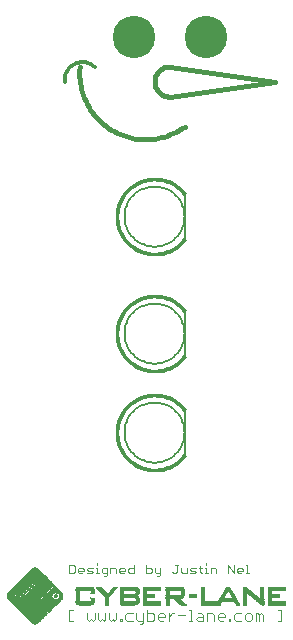
<source format=gto>
G75*
G70*
%OFA0B0*%
%FSLAX24Y24*%
%IPPOS*%
%LPD*%
%AMOC8*
5,1,8,0,0,1.08239X$1,22.5*
%
%ADD10C,0.1414*%
%ADD11R,0.0032X0.0003*%
%ADD12R,0.0067X0.0003*%
%ADD13R,0.0088X0.0003*%
%ADD14R,0.0105X0.0003*%
%ADD15R,0.0120X0.0003*%
%ADD16R,0.0133X0.0003*%
%ADD17R,0.0143X0.0003*%
%ADD18R,0.0153X0.0003*%
%ADD19R,0.0163X0.0003*%
%ADD20R,0.0173X0.0003*%
%ADD21R,0.0180X0.0003*%
%ADD22R,0.0187X0.0003*%
%ADD23R,0.0195X0.0003*%
%ADD24R,0.0203X0.0003*%
%ADD25R,0.0208X0.0003*%
%ADD26R,0.0215X0.0003*%
%ADD27R,0.0220X0.0003*%
%ADD28R,0.0227X0.0003*%
%ADD29R,0.0233X0.0003*%
%ADD30R,0.0238X0.0003*%
%ADD31R,0.0243X0.0003*%
%ADD32R,0.0248X0.0003*%
%ADD33R,0.0253X0.0003*%
%ADD34R,0.0257X0.0003*%
%ADD35R,0.0262X0.0003*%
%ADD36R,0.0005X0.0003*%
%ADD37R,0.0010X0.0003*%
%ADD38R,0.0015X0.0003*%
%ADD39R,0.0020X0.0003*%
%ADD40R,0.0025X0.0003*%
%ADD41R,0.0030X0.0003*%
%ADD42R,0.0035X0.0003*%
%ADD43R,0.0040X0.0003*%
%ADD44R,0.0045X0.0003*%
%ADD45R,0.0050X0.0003*%
%ADD46R,0.0053X0.0003*%
%ADD47R,0.0003X0.0003*%
%ADD48R,0.0008X0.0003*%
%ADD49R,0.0013X0.0003*%
%ADD50R,0.0018X0.0003*%
%ADD51R,0.0022X0.0003*%
%ADD52R,0.0027X0.0003*%
%ADD53R,0.0037X0.0003*%
%ADD54R,0.0043X0.0003*%
%ADD55R,0.0047X0.0003*%
%ADD56R,0.0055X0.0003*%
%ADD57R,0.0060X0.0003*%
%ADD58R,0.0065X0.0003*%
%ADD59R,0.0070X0.0003*%
%ADD60R,0.0075X0.0003*%
%ADD61R,0.0080X0.0003*%
%ADD62R,0.0085X0.0003*%
%ADD63R,0.0090X0.0003*%
%ADD64R,0.0095X0.0003*%
%ADD65R,0.0100X0.0003*%
%ADD66R,0.0110X0.0003*%
%ADD67R,0.0115X0.0003*%
%ADD68R,0.0125X0.0003*%
%ADD69R,0.0130X0.0003*%
%ADD70R,0.0135X0.0003*%
%ADD71R,0.0140X0.0003*%
%ADD72R,0.0145X0.0003*%
%ADD73R,0.0150X0.0003*%
%ADD74R,0.0155X0.0003*%
%ADD75R,0.0160X0.0003*%
%ADD76R,0.0165X0.0003*%
%ADD77R,0.0170X0.0003*%
%ADD78R,0.0175X0.0003*%
%ADD79R,0.0185X0.0003*%
%ADD80R,0.0190X0.0003*%
%ADD81R,0.0200X0.0003*%
%ADD82R,0.0302X0.0003*%
%ADD83R,0.0308X0.0003*%
%ADD84R,0.0313X0.0003*%
%ADD85R,0.0318X0.0003*%
%ADD86R,0.0323X0.0003*%
%ADD87R,0.0328X0.0003*%
%ADD88R,0.0333X0.0003*%
%ADD89R,0.0338X0.0003*%
%ADD90R,0.0343X0.0003*%
%ADD91R,0.0348X0.0003*%
%ADD92R,0.0352X0.0003*%
%ADD93R,0.0357X0.0003*%
%ADD94R,0.0362X0.0003*%
%ADD95R,0.0367X0.0003*%
%ADD96R,0.0372X0.0003*%
%ADD97R,0.0377X0.0003*%
%ADD98R,0.0382X0.0003*%
%ADD99R,0.0388X0.0003*%
%ADD100R,0.0393X0.0003*%
%ADD101R,0.0398X0.0003*%
%ADD102R,0.0403X0.0003*%
%ADD103R,0.0408X0.0003*%
%ADD104R,0.0413X0.0003*%
%ADD105R,0.0418X0.0003*%
%ADD106R,0.0423X0.0003*%
%ADD107R,0.0428X0.0003*%
%ADD108R,0.0432X0.0003*%
%ADD109R,0.0437X0.0003*%
%ADD110R,0.0442X0.0003*%
%ADD111R,0.0447X0.0003*%
%ADD112R,0.0452X0.0003*%
%ADD113R,0.0457X0.0003*%
%ADD114R,0.0462X0.0003*%
%ADD115R,0.0468X0.0003*%
%ADD116R,0.0473X0.0003*%
%ADD117R,0.0478X0.0003*%
%ADD118R,0.0483X0.0003*%
%ADD119R,0.0488X0.0003*%
%ADD120R,0.0493X0.0003*%
%ADD121R,0.0498X0.0003*%
%ADD122R,0.0503X0.0003*%
%ADD123R,0.0508X0.0003*%
%ADD124R,0.0512X0.0003*%
%ADD125R,0.0517X0.0003*%
%ADD126R,0.0522X0.0003*%
%ADD127R,0.0527X0.0003*%
%ADD128R,0.0532X0.0003*%
%ADD129R,0.0537X0.0003*%
%ADD130R,0.0543X0.0003*%
%ADD131R,0.0548X0.0003*%
%ADD132R,0.0553X0.0003*%
%ADD133R,0.0558X0.0003*%
%ADD134R,0.0660X0.0003*%
%ADD135R,0.0665X0.0003*%
%ADD136R,0.0670X0.0003*%
%ADD137R,0.0675X0.0003*%
%ADD138R,0.0680X0.0003*%
%ADD139R,0.0685X0.0003*%
%ADD140R,0.0690X0.0003*%
%ADD141R,0.0695X0.0003*%
%ADD142R,0.0700X0.0003*%
%ADD143R,0.0705X0.0003*%
%ADD144R,0.0710X0.0003*%
%ADD145R,0.0715X0.0003*%
%ADD146R,0.0138X0.0003*%
%ADD147R,0.0495X0.0003*%
%ADD148R,0.0607X0.0003*%
%ADD149R,0.0638X0.0003*%
%ADD150R,0.0123X0.0003*%
%ADD151R,0.0720X0.0003*%
%ADD152R,0.0455X0.0003*%
%ADD153R,0.0520X0.0003*%
%ADD154R,0.0640X0.0003*%
%ADD155R,0.0098X0.0003*%
%ADD156R,0.0725X0.0003*%
%ADD157R,0.0535X0.0003*%
%ADD158R,0.0730X0.0003*%
%ADD159R,0.0643X0.0003*%
%ADD160R,0.0103X0.0003*%
%ADD161R,0.0735X0.0003*%
%ADD162R,0.0198X0.0003*%
%ADD163R,0.0107X0.0003*%
%ADD164R,0.0740X0.0003*%
%ADD165R,0.0565X0.0003*%
%ADD166R,0.0645X0.0003*%
%ADD167R,0.0745X0.0003*%
%ADD168R,0.0573X0.0003*%
%ADD169R,0.0648X0.0003*%
%ADD170R,0.0113X0.0003*%
%ADD171R,0.0750X0.0003*%
%ADD172R,0.0578X0.0003*%
%ADD173R,0.0755X0.0003*%
%ADD174R,0.0563X0.0003*%
%ADD175R,0.0583X0.0003*%
%ADD176R,0.0650X0.0003*%
%ADD177R,0.0118X0.0003*%
%ADD178R,0.0760X0.0003*%
%ADD179R,0.0568X0.0003*%
%ADD180R,0.0587X0.0003*%
%ADD181R,0.0193X0.0003*%
%ADD182R,0.0765X0.0003*%
%ADD183R,0.0592X0.0003*%
%ADD184R,0.0653X0.0003*%
%ADD185R,0.0770X0.0003*%
%ADD186R,0.0580X0.0003*%
%ADD187R,0.0595X0.0003*%
%ADD188R,0.0127X0.0003*%
%ADD189R,0.0775X0.0003*%
%ADD190R,0.0585X0.0003*%
%ADD191R,0.0600X0.0003*%
%ADD192R,0.0655X0.0003*%
%ADD193R,0.0780X0.0003*%
%ADD194R,0.0590X0.0003*%
%ADD195R,0.0602X0.0003*%
%ADD196R,0.0785X0.0003*%
%ADD197R,0.0605X0.0003*%
%ADD198R,0.0658X0.0003*%
%ADD199R,0.0790X0.0003*%
%ADD200R,0.0597X0.0003*%
%ADD201R,0.0610X0.0003*%
%ADD202R,0.0795X0.0003*%
%ADD203R,0.0612X0.0003*%
%ADD204R,0.0800X0.0003*%
%ADD205R,0.0615X0.0003*%
%ADD206R,0.0805X0.0003*%
%ADD207R,0.0617X0.0003*%
%ADD208R,0.0663X0.0003*%
%ADD209R,0.0147X0.0003*%
%ADD210R,0.0810X0.0003*%
%ADD211R,0.0815X0.0003*%
%ADD212R,0.0620X0.0003*%
%ADD213R,0.0820X0.0003*%
%ADD214R,0.0623X0.0003*%
%ADD215R,0.0158X0.0003*%
%ADD216R,0.0825X0.0003*%
%ADD217R,0.0625X0.0003*%
%ADD218R,0.0668X0.0003*%
%ADD219R,0.0830X0.0003*%
%ADD220R,0.0835X0.0003*%
%ADD221R,0.0628X0.0003*%
%ADD222R,0.0840X0.0003*%
%ADD223R,0.0673X0.0003*%
%ADD224R,0.0168X0.0003*%
%ADD225R,0.0845X0.0003*%
%ADD226R,0.0630X0.0003*%
%ADD227R,0.0850X0.0003*%
%ADD228R,0.0855X0.0003*%
%ADD229R,0.0633X0.0003*%
%ADD230R,0.0177X0.0003*%
%ADD231R,0.0860X0.0003*%
%ADD232R,0.0678X0.0003*%
%ADD233R,0.0865X0.0003*%
%ADD234R,0.0635X0.0003*%
%ADD235R,0.0182X0.0003*%
%ADD236R,0.0870X0.0003*%
%ADD237R,0.0875X0.0003*%
%ADD238R,0.0880X0.0003*%
%ADD239R,0.0683X0.0003*%
%ADD240R,0.0885X0.0003*%
%ADD241R,0.0890X0.0003*%
%ADD242R,0.0895X0.0003*%
%ADD243R,0.0900X0.0003*%
%ADD244R,0.0688X0.0003*%
%ADD245R,0.0905X0.0003*%
%ADD246R,0.0910X0.0003*%
%ADD247R,0.0210X0.0003*%
%ADD248R,0.0915X0.0003*%
%ADD249R,0.0693X0.0003*%
%ADD250R,0.0213X0.0003*%
%ADD251R,0.0920X0.0003*%
%ADD252R,0.0925X0.0003*%
%ADD253R,0.0217X0.0003*%
%ADD254R,0.0930X0.0003*%
%ADD255R,0.0222X0.0003*%
%ADD256R,0.0935X0.0003*%
%ADD257R,0.0698X0.0003*%
%ADD258R,0.0225X0.0003*%
%ADD259R,0.0940X0.0003*%
%ADD260R,0.0945X0.0003*%
%ADD261R,0.0230X0.0003*%
%ADD262R,0.0950X0.0003*%
%ADD263R,0.0955X0.0003*%
%ADD264R,0.0235X0.0003*%
%ADD265R,0.0960X0.0003*%
%ADD266R,0.0240X0.0003*%
%ADD267R,0.0965X0.0003*%
%ADD268R,0.0970X0.0003*%
%ADD269R,0.0245X0.0003*%
%ADD270R,0.0975X0.0003*%
%ADD271R,0.0980X0.0003*%
%ADD272R,0.0250X0.0003*%
%ADD273R,0.1083X0.0003*%
%ADD274R,0.0255X0.0003*%
%ADD275R,0.1088X0.0003*%
%ADD276R,0.1093X0.0003*%
%ADD277R,0.0260X0.0003*%
%ADD278R,0.0395X0.0003*%
%ADD279R,0.0265X0.0003*%
%ADD280R,0.0267X0.0003*%
%ADD281R,0.0273X0.0003*%
%ADD282R,0.0275X0.0003*%
%ADD283R,0.0278X0.0003*%
%ADD284R,0.0280X0.0003*%
%ADD285R,0.0283X0.0003*%
%ADD286R,0.0285X0.0003*%
%ADD287R,0.0290X0.0003*%
%ADD288R,0.0400X0.0003*%
%ADD289R,0.0293X0.0003*%
%ADD290R,0.0405X0.0003*%
%ADD291R,0.0295X0.0003*%
%ADD292R,0.0410X0.0003*%
%ADD293R,0.0297X0.0003*%
%ADD294R,0.0415X0.0003*%
%ADD295R,0.0300X0.0003*%
%ADD296R,0.0420X0.0003*%
%ADD297R,0.0305X0.0003*%
%ADD298R,0.0425X0.0003*%
%ADD299R,0.0430X0.0003*%
%ADD300R,0.0480X0.0003*%
%ADD301R,0.0435X0.0003*%
%ADD302R,0.0465X0.0003*%
%ADD303R,0.0440X0.0003*%
%ADD304R,0.0445X0.0003*%
%ADD305R,0.0450X0.0003*%
%ADD306R,0.0460X0.0003*%
%ADD307R,0.0575X0.0003*%
%ADD308R,0.0470X0.0003*%
%ADD309R,0.0475X0.0003*%
%ADD310R,0.0570X0.0003*%
%ADD311R,0.0485X0.0003*%
%ADD312R,0.0490X0.0003*%
%ADD313R,0.0560X0.0003*%
%ADD314R,0.0500X0.0003*%
%ADD315R,0.0555X0.0003*%
%ADD316R,0.0505X0.0003*%
%ADD317R,0.0375X0.0003*%
%ADD318R,0.0510X0.0003*%
%ADD319R,0.0370X0.0003*%
%ADD320R,0.0077X0.0003*%
%ADD321R,0.0550X0.0003*%
%ADD322R,0.0515X0.0003*%
%ADD323R,0.0365X0.0003*%
%ADD324R,0.0360X0.0003*%
%ADD325R,0.0545X0.0003*%
%ADD326R,0.0525X0.0003*%
%ADD327R,0.0530X0.0003*%
%ADD328R,0.0540X0.0003*%
%ADD329R,0.0345X0.0003*%
%ADD330R,0.0340X0.0003*%
%ADD331R,0.0330X0.0003*%
%ADD332R,0.0325X0.0003*%
%ADD333R,0.0320X0.0003*%
%ADD334R,0.0315X0.0003*%
%ADD335R,0.0310X0.0003*%
%ADD336R,0.0288X0.0003*%
%ADD337R,0.0270X0.0003*%
%ADD338R,0.0205X0.0003*%
%ADD339R,0.0092X0.0003*%
%ADD340R,0.0355X0.0003*%
%ADD341R,0.0350X0.0003*%
%ADD342R,0.0335X0.0003*%
%ADD343R,0.0390X0.0003*%
%ADD344R,0.0385X0.0003*%
%ADD345R,0.0380X0.0003*%
%ADD346R,0.0057X0.0003*%
%ADD347R,0.0063X0.0003*%
%ADD348R,0.0083X0.0003*%
%ADD349C,0.0030*%
%ADD350C,0.0160*%
%ADD351C,0.0120*%
%ADD352C,0.0080*%
%ADD353C,0.0010*%
%ADD354C,0.0060*%
D10*
X006980Y026146D03*
X009380Y026146D03*
D11*
X004213Y007963D03*
X004311Y007865D03*
X004098Y006888D03*
X004001Y006790D03*
X003903Y006693D03*
X003701Y006545D03*
D12*
X003701Y006548D03*
D13*
X003701Y006550D03*
D14*
X003699Y006553D03*
X004147Y006973D03*
X004384Y007450D03*
X004384Y007453D03*
X004384Y007455D03*
X004384Y007488D03*
X004384Y007490D03*
X004384Y007493D03*
X004359Y007780D03*
X010694Y007763D03*
D15*
X010702Y007750D03*
X010702Y007585D03*
X010702Y007583D03*
X010702Y007580D03*
X010702Y007578D03*
X010702Y007575D03*
X010702Y007573D03*
X010702Y007570D03*
X010702Y007568D03*
X010702Y007565D03*
X010702Y007563D03*
X010702Y007560D03*
X011274Y007410D03*
X011274Y007408D03*
X011274Y007405D03*
X011274Y007403D03*
X011274Y007400D03*
X011274Y007398D03*
X011274Y007395D03*
X011274Y007393D03*
X011274Y007390D03*
X011274Y007388D03*
X011274Y007385D03*
X011274Y007383D03*
X011274Y007380D03*
X011274Y007378D03*
X011274Y007375D03*
X004359Y007773D03*
X004147Y006980D03*
X003699Y006555D03*
D16*
X003701Y006558D03*
X005623Y007575D03*
X007108Y007660D03*
X007113Y007310D03*
X007113Y007308D03*
X008621Y007538D03*
X008621Y007540D03*
X008621Y007543D03*
X008621Y007545D03*
X008621Y007548D03*
X008621Y007550D03*
X008621Y007553D03*
X008621Y007555D03*
X008621Y007558D03*
X008621Y007560D03*
X008621Y007563D03*
X008621Y007565D03*
X008621Y007568D03*
X008621Y007570D03*
X008621Y007573D03*
X008621Y007575D03*
X008621Y007578D03*
X008621Y007580D03*
X008621Y007583D03*
X008621Y007585D03*
X008621Y007588D03*
X008621Y007590D03*
X008621Y007593D03*
X008621Y007595D03*
X008621Y007598D03*
X008621Y007600D03*
X008621Y007603D03*
X008621Y007605D03*
X008621Y007608D03*
X008621Y007610D03*
X008621Y007613D03*
X008621Y007615D03*
X008621Y007618D03*
X008621Y007620D03*
X008621Y007623D03*
X008621Y007625D03*
X008621Y007628D03*
X008621Y007630D03*
X008621Y007633D03*
X008621Y007635D03*
X008621Y007638D03*
X008621Y007640D03*
X009871Y007293D03*
X009873Y007295D03*
X009873Y007298D03*
X009876Y007300D03*
X009876Y007303D03*
X009878Y007305D03*
X009878Y007308D03*
X009948Y007433D03*
X010141Y007773D03*
X010708Y007740D03*
X011268Y007213D03*
D17*
X011263Y007220D03*
X010713Y007733D03*
X010293Y007495D03*
X010293Y007493D03*
X010296Y007490D03*
X010296Y007488D03*
X010298Y007485D03*
X010301Y007480D03*
X010303Y007475D03*
X010306Y007470D03*
X010291Y007498D03*
X010288Y007503D03*
X010286Y007508D03*
X010283Y007510D03*
X010283Y007513D03*
X010281Y007515D03*
X010281Y007518D03*
X010278Y007520D03*
X010278Y007523D03*
X010276Y007525D03*
X010273Y007530D03*
X010271Y007535D03*
X010268Y007540D03*
X010261Y007553D03*
X010258Y007558D03*
X010141Y007763D03*
X008616Y007658D03*
X008616Y007518D03*
X007108Y007298D03*
X004566Y007458D03*
X004566Y007460D03*
X004566Y007463D03*
X004563Y007448D03*
X004563Y007445D03*
X003881Y008240D03*
X003878Y008243D03*
X003876Y008245D03*
X003873Y008248D03*
X003868Y008253D03*
X003866Y008255D03*
X003863Y008258D03*
X003861Y008260D03*
X003701Y006560D03*
D18*
X003701Y006563D03*
X004538Y007393D03*
X004541Y007398D03*
X004561Y007515D03*
X004561Y007518D03*
X004558Y007520D03*
X004558Y007523D03*
X003893Y008223D03*
X003891Y008225D03*
X006206Y007573D03*
X006208Y007575D03*
X006211Y007578D03*
X006213Y007580D03*
X006216Y007583D03*
X006218Y007585D03*
X006226Y007595D03*
X006228Y007598D03*
X006231Y007600D03*
X006233Y007603D03*
X006236Y007605D03*
X006238Y007608D03*
X006241Y007610D03*
X006243Y007613D03*
X006246Y007615D03*
X006256Y007628D03*
X006258Y007630D03*
X006261Y007633D03*
X006263Y007635D03*
X006266Y007638D03*
X007098Y007673D03*
X010141Y007755D03*
X010398Y007303D03*
X010401Y007298D03*
X010403Y007293D03*
X010406Y007288D03*
X010408Y007285D03*
X010411Y007280D03*
X010413Y007275D03*
X010416Y007270D03*
X010418Y007265D03*
X010421Y007263D03*
X010421Y007260D03*
X010423Y007258D03*
X010426Y007253D03*
X010428Y007248D03*
X010431Y007245D03*
X010431Y007243D03*
X010433Y007240D03*
X010433Y007238D03*
X010436Y007235D03*
X010436Y007233D03*
X010438Y007230D03*
X010441Y007228D03*
X010441Y007225D03*
X010443Y007223D03*
X010443Y007220D03*
X010446Y007218D03*
X010446Y007215D03*
X010448Y007213D03*
X010451Y007208D03*
X010453Y007203D03*
X010456Y007200D03*
X010456Y007198D03*
X010458Y007195D03*
X010461Y007190D03*
X010463Y007185D03*
X010466Y007180D03*
X010718Y007723D03*
X011258Y007230D03*
D19*
X011253Y007238D03*
X010723Y007715D03*
X010141Y007745D03*
X008606Y007668D03*
X008398Y007403D03*
X008403Y007398D03*
X008406Y007395D03*
X008408Y007393D03*
X008411Y007390D03*
X008413Y007388D03*
X004546Y007548D03*
X004518Y007375D03*
X003898Y008213D03*
X003701Y006565D03*
D20*
X003701Y006568D03*
X004536Y007560D03*
X004533Y007563D03*
X003903Y008203D03*
X005981Y007588D03*
X005983Y007585D03*
X005986Y007583D03*
X005988Y007580D03*
X005991Y007578D03*
X006001Y007565D03*
X006003Y007563D03*
X006006Y007560D03*
X006008Y007558D03*
X006011Y007555D03*
X006013Y007553D03*
X006016Y007550D03*
X006018Y007548D03*
X007093Y007288D03*
X008468Y007340D03*
X008471Y007338D03*
X008473Y007335D03*
X008476Y007333D03*
X008478Y007330D03*
X010141Y007738D03*
X010728Y007708D03*
X011248Y007245D03*
D21*
X011244Y007253D03*
X010732Y007700D03*
X010139Y007730D03*
X008597Y007670D03*
X008522Y007293D03*
X008524Y007290D03*
X008527Y007288D03*
X008529Y007285D03*
X008542Y007275D03*
X008544Y007273D03*
X006094Y007470D03*
X005902Y007675D03*
X005899Y007678D03*
X005897Y007680D03*
X005894Y007683D03*
X005882Y007698D03*
X005879Y007700D03*
X005877Y007703D03*
X005874Y007705D03*
X005872Y007708D03*
X005869Y007710D03*
X005867Y007713D03*
X005864Y007715D03*
X005862Y007718D03*
X005862Y007720D03*
X005859Y007723D03*
X005857Y007725D03*
X005854Y007728D03*
X005852Y007730D03*
X005849Y007733D03*
X005847Y007735D03*
X005844Y007738D03*
X005842Y007740D03*
X005827Y007758D03*
X005824Y007760D03*
X004527Y007568D03*
X004524Y007570D03*
X004502Y007365D03*
X004359Y007743D03*
X003907Y008195D03*
X004147Y007010D03*
X003699Y006570D03*
D22*
X003701Y006573D03*
X004521Y007573D03*
X003908Y008190D03*
X008573Y007248D03*
X008576Y007245D03*
X008578Y007243D03*
X008581Y007240D03*
X008583Y007238D03*
X008593Y007230D03*
X008596Y007228D03*
X010141Y007723D03*
X010856Y007593D03*
X010858Y007590D03*
X010861Y007588D03*
X010863Y007585D03*
D23*
X010879Y007570D03*
X010882Y007568D03*
X010897Y007555D03*
X010899Y007553D03*
X010902Y007550D03*
X010904Y007548D03*
X010907Y007545D03*
X010914Y007540D03*
X010917Y007538D03*
X010919Y007535D03*
X010922Y007533D03*
X010924Y007530D03*
X010932Y007525D03*
X010934Y007523D03*
X010937Y007520D03*
X010939Y007518D03*
X010949Y007510D03*
X010952Y007508D03*
X010954Y007505D03*
X010964Y007498D03*
X010967Y007495D03*
X010969Y007493D03*
X010972Y007490D03*
X010982Y007483D03*
X010984Y007480D03*
X010987Y007478D03*
X010999Y007468D03*
X011002Y007465D03*
X011004Y007463D03*
X011014Y007455D03*
X011017Y007453D03*
X011019Y007450D03*
X011032Y007440D03*
X011034Y007438D03*
X011037Y007435D03*
X011047Y007428D03*
X011049Y007425D03*
X011052Y007423D03*
X011064Y007413D03*
X011067Y007410D03*
X011069Y007408D03*
X011082Y007398D03*
X011084Y007395D03*
X011087Y007393D03*
X011089Y007390D03*
X011092Y007388D03*
X011237Y007265D03*
X010739Y007688D03*
X010139Y007718D03*
X008649Y007180D03*
X008647Y007183D03*
X008644Y007185D03*
X008642Y007188D03*
X008634Y007193D03*
X008632Y007195D03*
X008629Y007198D03*
X008627Y007200D03*
X006094Y007478D03*
X004359Y007735D03*
X003909Y008185D03*
X004147Y007018D03*
X003699Y006575D03*
D24*
X003701Y006578D03*
X010141Y007710D03*
X011233Y007273D03*
D25*
X011231Y007275D03*
X010746Y007678D03*
X010141Y007705D03*
X004506Y007580D03*
X003701Y008388D03*
X003701Y006580D03*
D26*
X003699Y006583D03*
X004359Y007725D03*
X006094Y007488D03*
X010139Y007700D03*
X010749Y007670D03*
X011227Y007283D03*
D27*
X010139Y007695D03*
X006094Y007490D03*
X004359Y007723D03*
X003699Y006585D03*
X002874Y007453D03*
X002874Y007455D03*
D28*
X002876Y007460D03*
X002878Y007445D03*
X002881Y007443D03*
X003701Y006588D03*
X003913Y008165D03*
X010141Y007688D03*
X010756Y007660D03*
X011221Y007293D03*
D29*
X011218Y007298D03*
X010758Y007655D03*
X010141Y007683D03*
X010141Y007685D03*
X004206Y007563D03*
X004203Y007560D03*
X004201Y007558D03*
X004183Y007540D03*
X004181Y007538D03*
X004178Y007535D03*
X004176Y007533D03*
X003913Y008163D03*
X003701Y006590D03*
X002886Y007435D03*
X002883Y007438D03*
X002878Y007465D03*
D30*
X002881Y007470D03*
X002888Y007430D03*
X003701Y006593D03*
X004168Y007523D03*
X004171Y007525D03*
X004213Y007568D03*
X004216Y007570D03*
X003913Y008160D03*
X010141Y007680D03*
X010761Y007653D03*
D31*
X010763Y007648D03*
X011213Y007305D03*
X010141Y007675D03*
X004221Y007573D03*
X004163Y007515D03*
X004161Y007513D03*
X003913Y008158D03*
X003701Y006595D03*
X002896Y007420D03*
X002893Y007423D03*
X002883Y007475D03*
D32*
X002886Y007480D03*
X002898Y007415D03*
X002901Y007413D03*
X003701Y006598D03*
X004156Y007505D03*
X006096Y007505D03*
X010141Y007670D03*
X010766Y007643D03*
X011211Y007310D03*
D33*
X010141Y007665D03*
X010141Y007668D03*
X006096Y007508D03*
X004151Y007498D03*
X003701Y006600D03*
X002908Y007403D03*
X002906Y007405D03*
X002888Y007485D03*
D34*
X002891Y007490D03*
X002916Y007393D03*
X002918Y007390D03*
X002921Y007388D03*
X003573Y008238D03*
X003576Y008240D03*
X003578Y008243D03*
X003596Y008260D03*
X003911Y008153D03*
X004148Y007493D03*
X003701Y006603D03*
X010141Y007660D03*
X010141Y007663D03*
X010771Y007635D03*
X011206Y007318D03*
D35*
X003686Y006620D03*
X003688Y006618D03*
X003691Y006615D03*
X003693Y006613D03*
X003696Y006610D03*
X003698Y006608D03*
X003701Y006605D03*
X003683Y006623D03*
X003681Y006625D03*
X003678Y006628D03*
X003676Y006630D03*
X003673Y006633D03*
X003671Y006635D03*
X003668Y006638D03*
X003666Y006640D03*
X003663Y006643D03*
X003661Y006645D03*
X003658Y006648D03*
X003656Y006650D03*
X003653Y006653D03*
X003651Y006655D03*
X003648Y006658D03*
X003646Y006660D03*
X003643Y006663D03*
X003641Y006665D03*
X003638Y006668D03*
X003636Y006670D03*
X003633Y006673D03*
X003631Y006675D03*
X003628Y006678D03*
X003626Y006680D03*
X003623Y006683D03*
X003621Y006685D03*
X003618Y006688D03*
X003616Y006690D03*
X003613Y006693D03*
X003611Y006695D03*
X003608Y006698D03*
X003606Y006700D03*
X003603Y006703D03*
X003601Y006705D03*
X003598Y006708D03*
X003596Y006710D03*
X003593Y006713D03*
X003591Y006715D03*
X003588Y006718D03*
X003586Y006720D03*
X003583Y006723D03*
X003581Y006725D03*
X003578Y006728D03*
X003576Y006730D03*
X003573Y006733D03*
X003571Y006735D03*
X003568Y006738D03*
X003566Y006740D03*
X003563Y006743D03*
X003561Y006745D03*
X003558Y006748D03*
X003556Y006750D03*
X003553Y006753D03*
X003551Y006755D03*
X003548Y006758D03*
X003546Y006760D03*
X003543Y006763D03*
X003541Y006765D03*
X003538Y006768D03*
X003536Y006770D03*
X003533Y006773D03*
X003531Y006775D03*
X003528Y006778D03*
X003526Y006780D03*
X003523Y006783D03*
X003521Y006785D03*
X003518Y006788D03*
X003516Y006790D03*
X003513Y006793D03*
X003511Y006795D03*
X003508Y006798D03*
X003506Y006800D03*
X003503Y006803D03*
X003501Y006805D03*
X003498Y006808D03*
X003496Y006810D03*
X003493Y006813D03*
X003491Y006815D03*
X003488Y006818D03*
X003486Y006820D03*
X003483Y006823D03*
X003481Y006825D03*
X003478Y006828D03*
X003476Y006830D03*
X003473Y006833D03*
X003471Y006835D03*
X003468Y006838D03*
X003466Y006840D03*
X003463Y006843D03*
X003461Y006845D03*
X003458Y006848D03*
X003456Y006850D03*
X003453Y006853D03*
X003451Y006855D03*
X003448Y006858D03*
X003446Y006860D03*
X003443Y006863D03*
X003441Y006865D03*
X003438Y006868D03*
X003436Y006870D03*
X003433Y006873D03*
X003431Y006875D03*
X003428Y006878D03*
X003426Y006880D03*
X003423Y006883D03*
X003421Y006885D03*
X003418Y006888D03*
X003416Y006890D03*
X003413Y006893D03*
X003411Y006895D03*
X003408Y006898D03*
X003406Y006900D03*
X003403Y006903D03*
X003401Y006905D03*
X003398Y006908D03*
X003396Y006910D03*
X003393Y006913D03*
X003391Y006915D03*
X003388Y006918D03*
X003386Y006920D03*
X003383Y006923D03*
X003381Y006925D03*
X003378Y006928D03*
X003376Y006930D03*
X003373Y006933D03*
X003371Y006935D03*
X003368Y006938D03*
X003366Y006940D03*
X003363Y006943D03*
X003361Y006945D03*
X003358Y006948D03*
X003356Y006950D03*
X003353Y006953D03*
X003351Y006955D03*
X003348Y006958D03*
X003346Y006960D03*
X003343Y006963D03*
X003341Y006965D03*
X003338Y006968D03*
X003336Y006970D03*
X003333Y006973D03*
X003331Y006975D03*
X003328Y006978D03*
X003326Y006980D03*
X003323Y006983D03*
X003321Y006985D03*
X003318Y006988D03*
X003316Y006990D03*
X003313Y006993D03*
X003311Y006995D03*
X003308Y006998D03*
X003306Y007000D03*
X003303Y007003D03*
X003301Y007005D03*
X003298Y007008D03*
X003296Y007010D03*
X003293Y007013D03*
X003291Y007015D03*
X003288Y007018D03*
X003286Y007020D03*
X003283Y007023D03*
X003281Y007025D03*
X003278Y007028D03*
X003276Y007030D03*
X003273Y007033D03*
X003271Y007035D03*
X003268Y007038D03*
X003266Y007040D03*
X003263Y007043D03*
X003261Y007045D03*
X003258Y007048D03*
X003256Y007050D03*
X003253Y007053D03*
X003251Y007055D03*
X003248Y007058D03*
X003246Y007060D03*
X003243Y007063D03*
X003241Y007065D03*
X003238Y007068D03*
X003236Y007070D03*
X003233Y007073D03*
X003231Y007075D03*
X003228Y007078D03*
X003226Y007080D03*
X003223Y007083D03*
X003221Y007085D03*
X003218Y007088D03*
X003216Y007090D03*
X003213Y007093D03*
X003211Y007095D03*
X003208Y007098D03*
X003206Y007100D03*
X003203Y007103D03*
X003201Y007105D03*
X003198Y007108D03*
X003196Y007110D03*
X003193Y007113D03*
X003191Y007115D03*
X003188Y007118D03*
X003186Y007120D03*
X003183Y007123D03*
X003181Y007125D03*
X003178Y007128D03*
X003176Y007130D03*
X003173Y007133D03*
X003171Y007135D03*
X003168Y007138D03*
X003166Y007140D03*
X003163Y007143D03*
X003161Y007145D03*
X003158Y007148D03*
X003156Y007150D03*
X003153Y007153D03*
X003151Y007155D03*
X003148Y007158D03*
X003146Y007160D03*
X003143Y007163D03*
X003141Y007165D03*
X003138Y007168D03*
X003136Y007170D03*
X003133Y007173D03*
X003131Y007175D03*
X003128Y007178D03*
X003126Y007180D03*
X003123Y007183D03*
X003121Y007185D03*
X003118Y007188D03*
X003116Y007190D03*
X003113Y007193D03*
X003111Y007195D03*
X003108Y007198D03*
X003106Y007200D03*
X003103Y007203D03*
X003101Y007205D03*
X003098Y007208D03*
X003096Y007210D03*
X003093Y007213D03*
X003091Y007215D03*
X003088Y007218D03*
X003086Y007220D03*
X003083Y007223D03*
X003081Y007225D03*
X003078Y007228D03*
X003076Y007230D03*
X003073Y007233D03*
X003071Y007235D03*
X003068Y007238D03*
X003066Y007240D03*
X003063Y007243D03*
X003061Y007245D03*
X003058Y007248D03*
X003056Y007250D03*
X003053Y007253D03*
X003051Y007255D03*
X003048Y007258D03*
X003046Y007260D03*
X003043Y007263D03*
X003041Y007265D03*
X003038Y007268D03*
X003036Y007270D03*
X003033Y007273D03*
X003031Y007275D03*
X003028Y007278D03*
X003026Y007280D03*
X003023Y007283D03*
X003021Y007285D03*
X003018Y007288D03*
X003016Y007290D03*
X003013Y007293D03*
X003011Y007295D03*
X003008Y007298D03*
X003006Y007300D03*
X003003Y007303D03*
X003001Y007305D03*
X002998Y007308D03*
X002996Y007310D03*
X002993Y007313D03*
X002991Y007315D03*
X002988Y007318D03*
X002986Y007320D03*
X002983Y007323D03*
X002981Y007325D03*
X002978Y007328D03*
X002976Y007330D03*
X002973Y007333D03*
X002971Y007335D03*
X002968Y007338D03*
X002966Y007340D03*
X002963Y007343D03*
X002961Y007345D03*
X002958Y007348D03*
X002956Y007350D03*
X002953Y007353D03*
X002951Y007355D03*
X002948Y007358D03*
X002946Y007360D03*
X002943Y007363D03*
X002941Y007365D03*
X002938Y007368D03*
X002936Y007370D03*
X002933Y007373D03*
X002931Y007375D03*
X002893Y007495D03*
X003568Y008230D03*
X003603Y008265D03*
X004143Y007485D03*
X010141Y007658D03*
X010773Y007630D03*
X011203Y007323D03*
D36*
X005559Y007418D03*
X005559Y007555D03*
X004359Y007830D03*
X004262Y007928D03*
X003729Y008153D03*
X004147Y006923D03*
X004049Y006825D03*
X003952Y006728D03*
X003854Y006630D03*
D37*
X003854Y006633D03*
X003952Y006730D03*
X004049Y006828D03*
X004147Y006925D03*
X004359Y007828D03*
X004262Y007925D03*
D38*
X004262Y007923D03*
X004359Y007825D03*
X004147Y006928D03*
X004049Y006830D03*
X003952Y006733D03*
X003854Y006635D03*
D39*
X003854Y006638D03*
X003952Y006735D03*
X004049Y006833D03*
X004147Y006930D03*
X004359Y007823D03*
X004262Y007920D03*
D40*
X004262Y007918D03*
X004359Y007820D03*
X004384Y007418D03*
X004147Y006933D03*
X004049Y006835D03*
X003952Y006738D03*
X003854Y006640D03*
X003734Y008148D03*
D41*
X003757Y008235D03*
X004262Y007915D03*
X004359Y007818D03*
X004384Y007525D03*
X004147Y006935D03*
X004049Y006838D03*
X003952Y006740D03*
X003854Y006643D03*
X005572Y007413D03*
D42*
X004359Y007815D03*
X004262Y007913D03*
X003757Y008183D03*
X004147Y006938D03*
X004049Y006840D03*
X003952Y006743D03*
X003854Y006645D03*
D43*
X003854Y006648D03*
X003952Y006745D03*
X004049Y006843D03*
X004147Y006940D03*
X004384Y007420D03*
X004359Y007813D03*
X004262Y007910D03*
D44*
X004262Y007908D03*
X004359Y007810D03*
X004384Y007523D03*
X004147Y006943D03*
X004049Y006845D03*
X003952Y006748D03*
X003854Y006650D03*
D45*
X003854Y006653D03*
X003952Y006750D03*
X004049Y006848D03*
X004147Y006945D03*
X003874Y007420D03*
X003877Y007423D03*
X003879Y007425D03*
X003882Y007428D03*
X003884Y007430D03*
X003887Y007433D03*
X003889Y007435D03*
X003892Y007438D03*
X003894Y007440D03*
X003897Y007443D03*
X003899Y007445D03*
X003902Y007448D03*
X003904Y007450D03*
X003907Y007453D03*
X003909Y007455D03*
X003912Y007458D03*
X003914Y007460D03*
X003917Y007463D03*
X003919Y007465D03*
X003922Y007468D03*
X003924Y007470D03*
X003927Y007473D03*
X003929Y007475D03*
X003932Y007478D03*
X003934Y007480D03*
X003937Y007483D03*
X003939Y007485D03*
X003942Y007488D03*
X003944Y007490D03*
X003947Y007493D03*
X003949Y007495D03*
X003952Y007498D03*
X003954Y007500D03*
X003957Y007503D03*
X003959Y007505D03*
X003962Y007508D03*
X003964Y007510D03*
X003967Y007513D03*
X003969Y007515D03*
X003972Y007518D03*
X003974Y007520D03*
X003977Y007523D03*
X003979Y007525D03*
X003982Y007528D03*
X003984Y007530D03*
X003987Y007533D03*
X003989Y007535D03*
X003992Y007538D03*
X003994Y007540D03*
X003997Y007543D03*
X003999Y007545D03*
X004002Y007548D03*
X004004Y007550D03*
X004007Y007553D03*
X004009Y007555D03*
X004012Y007558D03*
X004014Y007560D03*
X004017Y007563D03*
X004019Y007565D03*
X004022Y007568D03*
X004024Y007570D03*
X004027Y007573D03*
X004029Y007575D03*
X004032Y007578D03*
X004034Y007580D03*
X004037Y007583D03*
X004039Y007585D03*
X004042Y007588D03*
X004044Y007590D03*
X004047Y007593D03*
X004049Y007595D03*
X004052Y007598D03*
X004054Y007600D03*
X004057Y007603D03*
X004059Y007605D03*
X004062Y007608D03*
X004064Y007610D03*
X004067Y007613D03*
X004069Y007615D03*
X004072Y007618D03*
X004074Y007620D03*
X004077Y007623D03*
X004079Y007625D03*
X004082Y007628D03*
X004084Y007630D03*
X004087Y007633D03*
X004089Y007635D03*
X004092Y007638D03*
X004094Y007640D03*
X004097Y007643D03*
X004099Y007645D03*
X004102Y007648D03*
X004104Y007650D03*
X004107Y007653D03*
X004109Y007655D03*
X004112Y007658D03*
X004114Y007660D03*
X004117Y007663D03*
X004119Y007665D03*
X004122Y007668D03*
X004124Y007670D03*
X004127Y007673D03*
X004129Y007675D03*
X004132Y007678D03*
X004134Y007680D03*
X004137Y007683D03*
X004139Y007685D03*
X004142Y007688D03*
X004144Y007690D03*
X004147Y007693D03*
X004149Y007695D03*
X004152Y007698D03*
X004154Y007700D03*
X004157Y007703D03*
X004159Y007705D03*
X004162Y007708D03*
X004164Y007710D03*
X004167Y007713D03*
X004169Y007715D03*
X004172Y007718D03*
X004174Y007720D03*
X004177Y007723D03*
X004179Y007725D03*
X004182Y007728D03*
X004184Y007730D03*
X004187Y007733D03*
X004189Y007735D03*
X004192Y007738D03*
X004194Y007740D03*
X004197Y007743D03*
X004199Y007745D03*
X004202Y007748D03*
X004204Y007750D03*
X004207Y007753D03*
X004209Y007755D03*
X004212Y007758D03*
X004214Y007760D03*
X004217Y007763D03*
X004219Y007765D03*
X004222Y007768D03*
X004224Y007770D03*
X004227Y007773D03*
X004229Y007775D03*
X004232Y007778D03*
X004234Y007780D03*
X004237Y007783D03*
X004239Y007785D03*
X004242Y007788D03*
X004244Y007790D03*
X004247Y007793D03*
X004249Y007795D03*
X004252Y007798D03*
X004254Y007800D03*
X004257Y007803D03*
X004259Y007805D03*
X004262Y007808D03*
X004264Y007810D03*
X004267Y007813D03*
X004269Y007815D03*
X004272Y007818D03*
X004274Y007820D03*
X004277Y007823D03*
X004279Y007825D03*
X004282Y007828D03*
X004284Y007830D03*
X004287Y007833D03*
X004289Y007835D03*
X004292Y007838D03*
X004294Y007840D03*
X004297Y007843D03*
X004299Y007845D03*
X004302Y007848D03*
X004304Y007850D03*
X004307Y007853D03*
X004309Y007855D03*
X004359Y007808D03*
X004262Y007905D03*
X004259Y007903D03*
X004257Y007900D03*
X004254Y007898D03*
X004252Y007895D03*
X004249Y007893D03*
X004247Y007890D03*
X004244Y007888D03*
X004242Y007885D03*
X004239Y007883D03*
X004237Y007880D03*
X004234Y007878D03*
X004232Y007875D03*
X004229Y007873D03*
X004227Y007870D03*
X004224Y007868D03*
X004222Y007865D03*
X004219Y007863D03*
X004217Y007860D03*
X004214Y007858D03*
X004212Y007855D03*
X004209Y007853D03*
X004207Y007850D03*
X004204Y007848D03*
X004202Y007845D03*
X004199Y007843D03*
X004197Y007840D03*
X004194Y007838D03*
X004192Y007835D03*
X004189Y007833D03*
X004187Y007830D03*
X004184Y007828D03*
X004182Y007825D03*
X004179Y007823D03*
X004177Y007820D03*
X004174Y007818D03*
X004172Y007815D03*
X004169Y007813D03*
X004167Y007810D03*
X004164Y007808D03*
X004162Y007805D03*
X004159Y007803D03*
X004157Y007800D03*
X004154Y007798D03*
X004152Y007795D03*
X004149Y007793D03*
X004147Y007790D03*
X004144Y007788D03*
X004142Y007785D03*
X004139Y007783D03*
X004137Y007780D03*
X004134Y007778D03*
X004132Y007775D03*
X004129Y007773D03*
X004127Y007770D03*
X004124Y007768D03*
X004122Y007765D03*
X004119Y007763D03*
X004117Y007760D03*
X004114Y007758D03*
X004112Y007755D03*
X004109Y007753D03*
X004107Y007750D03*
X004104Y007748D03*
X004102Y007745D03*
X004099Y007743D03*
X004097Y007740D03*
X004094Y007738D03*
X004092Y007735D03*
X004089Y007733D03*
X004087Y007730D03*
X004084Y007728D03*
X004082Y007725D03*
X004079Y007723D03*
X004077Y007720D03*
X004074Y007718D03*
X004072Y007715D03*
X004069Y007713D03*
X004067Y007710D03*
X004064Y007708D03*
X004062Y007705D03*
X004059Y007703D03*
X004057Y007700D03*
X004054Y007698D03*
X004052Y007695D03*
X004049Y007693D03*
X004047Y007690D03*
X004044Y007688D03*
X004042Y007685D03*
X004039Y007683D03*
X004037Y007680D03*
X004034Y007678D03*
X004032Y007675D03*
X004029Y007673D03*
X004027Y007670D03*
X004024Y007668D03*
X004022Y007665D03*
X004019Y007663D03*
X004017Y007660D03*
X004014Y007658D03*
X004012Y007655D03*
X004009Y007653D03*
X004007Y007650D03*
X004004Y007648D03*
X004002Y007645D03*
X003999Y007643D03*
X003997Y007640D03*
X003994Y007638D03*
X003992Y007635D03*
X003989Y007633D03*
X003987Y007630D03*
X003984Y007628D03*
X003982Y007625D03*
X003979Y007623D03*
X003977Y007620D03*
X003974Y007618D03*
X003972Y007615D03*
X003969Y007613D03*
X003967Y007610D03*
X003964Y007608D03*
X003962Y007605D03*
X003959Y007603D03*
X003957Y007600D03*
X003954Y007598D03*
X003952Y007595D03*
X003949Y007593D03*
X003947Y007590D03*
X003944Y007588D03*
X003942Y007585D03*
X003939Y007583D03*
X003937Y007580D03*
X003934Y007578D03*
X003932Y007575D03*
X003929Y007573D03*
X003927Y007570D03*
X003924Y007568D03*
X003922Y007565D03*
X003919Y007563D03*
X003917Y007560D03*
X003914Y007558D03*
X003912Y007555D03*
X003909Y007553D03*
X003907Y007550D03*
X003904Y007548D03*
X003902Y007545D03*
X003899Y007543D03*
X003897Y007540D03*
X003894Y007538D03*
X003892Y007535D03*
X003889Y007533D03*
X003887Y007530D03*
X003884Y007528D03*
X003882Y007525D03*
X003879Y007523D03*
X003877Y007520D03*
X003874Y007518D03*
X003874Y007615D03*
X003877Y007618D03*
X003879Y007620D03*
X003882Y007623D03*
X003884Y007625D03*
X003887Y007628D03*
X003889Y007630D03*
X003892Y007633D03*
X003894Y007635D03*
X003897Y007638D03*
X003899Y007640D03*
X003902Y007643D03*
X003904Y007645D03*
X003907Y007648D03*
X003909Y007650D03*
X003912Y007653D03*
X003914Y007655D03*
X003917Y007658D03*
X003919Y007660D03*
X003922Y007663D03*
X003924Y007665D03*
X003927Y007668D03*
X003929Y007670D03*
X003932Y007673D03*
X003934Y007675D03*
X003937Y007678D03*
X003939Y007680D03*
X003942Y007683D03*
X003944Y007685D03*
X003947Y007688D03*
X003949Y007690D03*
X003952Y007693D03*
X003954Y007695D03*
X003957Y007698D03*
X003959Y007700D03*
X003962Y007703D03*
X003964Y007705D03*
X003967Y007708D03*
X003969Y007710D03*
X003972Y007713D03*
X003974Y007715D03*
X003977Y007718D03*
X003979Y007720D03*
X003982Y007723D03*
X003984Y007725D03*
X003987Y007728D03*
X003989Y007730D03*
X003992Y007733D03*
X003994Y007735D03*
X003997Y007738D03*
X003999Y007740D03*
X004002Y007743D03*
X004004Y007745D03*
X004007Y007748D03*
X004009Y007750D03*
X004012Y007753D03*
X004014Y007755D03*
X004017Y007758D03*
X004019Y007760D03*
X004022Y007763D03*
X004024Y007765D03*
X004027Y007768D03*
X004029Y007770D03*
X004032Y007773D03*
X004034Y007775D03*
X004037Y007778D03*
X004039Y007780D03*
X004042Y007783D03*
X004044Y007785D03*
X004047Y007788D03*
X004049Y007790D03*
X004052Y007793D03*
X004054Y007795D03*
X004057Y007798D03*
X004059Y007800D03*
X004062Y007803D03*
X004064Y007805D03*
X004067Y007808D03*
X004069Y007810D03*
X004072Y007813D03*
X004074Y007815D03*
X004077Y007818D03*
X004079Y007820D03*
X004082Y007823D03*
X004084Y007825D03*
X004087Y007828D03*
X004089Y007830D03*
X004092Y007833D03*
X004094Y007835D03*
X004097Y007838D03*
X004099Y007840D03*
X004102Y007843D03*
X004104Y007845D03*
X004107Y007848D03*
X004109Y007850D03*
X004112Y007853D03*
X004114Y007855D03*
X004117Y007858D03*
X004119Y007860D03*
X004122Y007863D03*
X004124Y007865D03*
X004127Y007868D03*
X004129Y007870D03*
X004132Y007873D03*
X004134Y007875D03*
X004137Y007878D03*
X004139Y007880D03*
X004142Y007883D03*
X004144Y007885D03*
X004147Y007888D03*
X004149Y007890D03*
X004152Y007893D03*
X004154Y007895D03*
X004157Y007898D03*
X004159Y007900D03*
X004162Y007903D03*
X004164Y007905D03*
X004167Y007908D03*
X004169Y007910D03*
X004172Y007913D03*
X004174Y007915D03*
X004177Y007918D03*
X004179Y007920D03*
X004182Y007923D03*
X004184Y007925D03*
X004187Y007928D03*
X004189Y007930D03*
X004192Y007933D03*
X004194Y007935D03*
X004197Y007938D03*
X004199Y007940D03*
X004202Y007943D03*
X004204Y007945D03*
X004207Y007948D03*
X004209Y007950D03*
X004212Y007953D03*
X003757Y008190D03*
D46*
X003756Y008225D03*
X003681Y008080D03*
X003678Y008078D03*
X003676Y008075D03*
X003673Y008073D03*
X003671Y008070D03*
X003668Y008068D03*
X003666Y008065D03*
X003663Y008063D03*
X003661Y008060D03*
X003658Y008058D03*
X003656Y008055D03*
X003653Y008053D03*
X003651Y008050D03*
X003648Y008048D03*
X003646Y008045D03*
X003643Y008043D03*
X003641Y008040D03*
X003638Y008038D03*
X003636Y008035D03*
X003633Y008033D03*
X003631Y008030D03*
X003628Y008028D03*
X003626Y008025D03*
X003623Y008023D03*
X003621Y008020D03*
X003618Y008018D03*
X003616Y008015D03*
X003613Y008013D03*
X003611Y008010D03*
X003608Y008008D03*
X003606Y008005D03*
X003603Y008003D03*
X003601Y008000D03*
X003598Y007998D03*
X003596Y007995D03*
X003593Y007993D03*
X003591Y007990D03*
X003588Y007988D03*
X003586Y007985D03*
X003583Y007983D03*
X003581Y007980D03*
X003578Y007978D03*
X003576Y007975D03*
X003573Y007973D03*
X003571Y007970D03*
X003568Y007968D03*
X003566Y007965D03*
X003563Y007963D03*
X003561Y007960D03*
X003558Y007958D03*
X003556Y007955D03*
X003553Y007953D03*
X003551Y007950D03*
X003548Y007948D03*
X003546Y007945D03*
X003543Y007943D03*
X003541Y007940D03*
X003538Y007938D03*
X003536Y007935D03*
X003533Y007933D03*
X003531Y007930D03*
X003528Y007928D03*
X003526Y007925D03*
X003523Y007923D03*
X003521Y007920D03*
X003518Y007918D03*
X003516Y007915D03*
X003513Y007913D03*
X003511Y007910D03*
X003508Y007908D03*
X003506Y007905D03*
X003503Y007903D03*
X003501Y007900D03*
X003498Y007898D03*
X003496Y007895D03*
X003493Y007893D03*
X003491Y007890D03*
X003488Y007888D03*
X003486Y007885D03*
X003483Y007883D03*
X003481Y007880D03*
X003478Y007878D03*
X003476Y007875D03*
X003473Y007873D03*
X003471Y007870D03*
X003468Y007868D03*
X003466Y007865D03*
X003463Y007863D03*
X003461Y007860D03*
X003458Y007858D03*
X003456Y007855D03*
X003453Y007853D03*
X003451Y007850D03*
X003448Y007848D03*
X003446Y007845D03*
X003443Y007843D03*
X003441Y007840D03*
X003438Y007838D03*
X003436Y007835D03*
X003433Y007833D03*
X003431Y007830D03*
X003428Y007828D03*
X003426Y007825D03*
X003423Y007823D03*
X003421Y007820D03*
X003418Y007818D03*
X003416Y007815D03*
X003413Y007813D03*
X003411Y007810D03*
X003408Y007808D03*
X003406Y007805D03*
X003403Y007803D03*
X003401Y007800D03*
X003398Y007798D03*
X003396Y007795D03*
X003393Y007793D03*
X003391Y007790D03*
X003388Y007788D03*
X003386Y007785D03*
X003383Y007783D03*
X003381Y007780D03*
X003378Y007778D03*
X003376Y007775D03*
X003373Y007773D03*
X003371Y007770D03*
X003368Y007768D03*
X003366Y007765D03*
X003363Y007763D03*
X003361Y007760D03*
X003358Y007758D03*
X003356Y007755D03*
X003353Y007753D03*
X003351Y007750D03*
X003348Y007748D03*
X003346Y007745D03*
X003343Y007743D03*
X003341Y007740D03*
X003338Y007738D03*
X003336Y007735D03*
X003333Y007733D03*
X003331Y007730D03*
X003328Y007728D03*
X003326Y007725D03*
X003323Y007723D03*
X003321Y007720D03*
X003318Y007718D03*
X003316Y007715D03*
X003313Y007713D03*
X003311Y007710D03*
X003308Y007708D03*
X003306Y007705D03*
X003303Y007703D03*
X003301Y007700D03*
X003298Y007698D03*
X003296Y007695D03*
X003293Y007693D03*
X003291Y007690D03*
X003288Y007688D03*
X003286Y007685D03*
X003283Y007683D03*
X003281Y007680D03*
X003278Y007678D03*
X003276Y007675D03*
X003273Y007673D03*
X003271Y007670D03*
X003268Y007668D03*
X003266Y007665D03*
X003263Y007663D03*
X003261Y007660D03*
X003258Y007658D03*
X003256Y007655D03*
X003253Y007653D03*
X003251Y007650D03*
X003248Y007648D03*
X003246Y007645D03*
X003243Y007643D03*
X003241Y007640D03*
X003238Y007638D03*
X003236Y007635D03*
X003233Y007633D03*
X003231Y007630D03*
X003228Y007628D03*
X003226Y007625D03*
X003223Y007623D03*
X003221Y007620D03*
X003218Y007618D03*
X003216Y007615D03*
X003213Y007613D03*
X003211Y007610D03*
X003208Y007608D03*
X003206Y007605D03*
X003203Y007603D03*
X003201Y007600D03*
X003198Y007598D03*
X003196Y007595D03*
X003193Y007593D03*
X003191Y007590D03*
X003188Y007588D03*
X003186Y007585D03*
X003183Y007583D03*
X003181Y007580D03*
X003178Y007578D03*
X003176Y007575D03*
X003173Y007573D03*
X003171Y007570D03*
X003168Y007568D03*
X003166Y007565D03*
X003163Y007563D03*
X003161Y007560D03*
X003158Y007558D03*
X003156Y007555D03*
X003153Y007553D03*
X003151Y007550D03*
X003148Y007548D03*
X003146Y007545D03*
X003143Y007543D03*
X003141Y007540D03*
X003138Y007538D03*
X003136Y007535D03*
X003133Y007533D03*
X003131Y007530D03*
X003128Y007528D03*
X003126Y007525D03*
X003123Y007523D03*
X003121Y007520D03*
X003118Y007518D03*
X003116Y007515D03*
X003113Y007513D03*
X003111Y007510D03*
X003108Y007508D03*
X003106Y007505D03*
X003103Y007503D03*
X003101Y007500D03*
X003098Y007498D03*
X003096Y007495D03*
X003093Y007493D03*
X003091Y007490D03*
X003088Y007488D03*
X003086Y007485D03*
X003083Y007483D03*
X003081Y007480D03*
X003078Y007478D03*
X003076Y007475D03*
X003073Y007473D03*
X003071Y007470D03*
X003068Y007468D03*
X003066Y007465D03*
X003063Y007463D03*
X003061Y007460D03*
X003058Y007458D03*
X003056Y007455D03*
X003056Y007453D03*
X003058Y007450D03*
X003061Y007448D03*
X003063Y007445D03*
X003066Y007443D03*
X003068Y007440D03*
X003071Y007438D03*
X003073Y007435D03*
X003076Y007433D03*
X003078Y007430D03*
X003081Y007428D03*
X003083Y007425D03*
X003086Y007423D03*
X003088Y007420D03*
X003091Y007418D03*
X003093Y007415D03*
X003096Y007413D03*
X003098Y007410D03*
X003101Y007408D03*
X003103Y007405D03*
X003106Y007403D03*
X003108Y007400D03*
X003111Y007398D03*
X003113Y007395D03*
X003116Y007393D03*
X003118Y007390D03*
X003121Y007388D03*
X003123Y007385D03*
X003126Y007383D03*
X003128Y007380D03*
X003131Y007378D03*
X003133Y007375D03*
X003136Y007373D03*
X003138Y007370D03*
X003141Y007368D03*
X003143Y007365D03*
X003146Y007363D03*
X003148Y007360D03*
X003151Y007358D03*
X003153Y007355D03*
X003156Y007353D03*
X003158Y007350D03*
X003161Y007348D03*
X003163Y007345D03*
X003166Y007343D03*
X003168Y007340D03*
X003171Y007338D03*
X003173Y007335D03*
X003176Y007333D03*
X003178Y007330D03*
X003181Y007328D03*
X003183Y007325D03*
X003186Y007323D03*
X003188Y007320D03*
X003191Y007318D03*
X003193Y007315D03*
X003196Y007313D03*
X003198Y007310D03*
X003201Y007308D03*
X003203Y007305D03*
X003206Y007303D03*
X003208Y007300D03*
X003211Y007298D03*
X003213Y007295D03*
X003216Y007293D03*
X003218Y007290D03*
X003221Y007288D03*
X003223Y007285D03*
X003226Y007283D03*
X003228Y007280D03*
X003231Y007278D03*
X003233Y007275D03*
X003236Y007273D03*
X003238Y007270D03*
X003241Y007268D03*
X003243Y007265D03*
X003246Y007263D03*
X003248Y007260D03*
X003251Y007258D03*
X003253Y007255D03*
X003256Y007253D03*
X003258Y007250D03*
X003261Y007248D03*
X003263Y007245D03*
X003266Y007243D03*
X003268Y007240D03*
X003271Y007238D03*
X003273Y007235D03*
X003276Y007233D03*
X003278Y007230D03*
X003281Y007228D03*
X003283Y007225D03*
X003286Y007223D03*
X003288Y007220D03*
X003291Y007218D03*
X003293Y007215D03*
X003296Y007213D03*
X003298Y007210D03*
X003301Y007208D03*
X003303Y007205D03*
X003306Y007203D03*
X003308Y007200D03*
X003311Y007198D03*
X003313Y007195D03*
X003316Y007193D03*
X003318Y007190D03*
X003321Y007188D03*
X003323Y007185D03*
X003326Y007183D03*
X003328Y007180D03*
X003331Y007178D03*
X003333Y007175D03*
X003336Y007173D03*
X003338Y007170D03*
X003341Y007168D03*
X003343Y007165D03*
X003346Y007163D03*
X003348Y007160D03*
X003351Y007158D03*
X003353Y007155D03*
X003356Y007153D03*
X003358Y007150D03*
X003361Y007148D03*
X003363Y007145D03*
X003366Y007143D03*
X003368Y007140D03*
X003371Y007138D03*
X003373Y007135D03*
X003376Y007133D03*
X003378Y007130D03*
X003381Y007128D03*
X003383Y007125D03*
X003386Y007123D03*
X003388Y007120D03*
X003391Y007118D03*
X003393Y007115D03*
X003396Y007113D03*
X003398Y007110D03*
X003401Y007108D03*
X003403Y007105D03*
X003406Y007103D03*
X003408Y007100D03*
X003411Y007098D03*
X003413Y007095D03*
X003416Y007093D03*
X003418Y007090D03*
X003421Y007088D03*
X003423Y007085D03*
X003426Y007083D03*
X003428Y007080D03*
X003431Y007078D03*
X003433Y007075D03*
X003436Y007073D03*
X003438Y007070D03*
X003441Y007068D03*
X003443Y007065D03*
X003446Y007063D03*
X003448Y007060D03*
X003451Y007058D03*
X003453Y007055D03*
X003456Y007053D03*
X003458Y007050D03*
X003461Y007048D03*
X003463Y007045D03*
X003466Y007043D03*
X003468Y007040D03*
X003471Y007038D03*
X003473Y007035D03*
X003476Y007033D03*
X003478Y007030D03*
X003481Y007028D03*
X003483Y007025D03*
X003486Y007023D03*
X003488Y007020D03*
X003491Y007018D03*
X003493Y007015D03*
X003496Y007013D03*
X003498Y007010D03*
X003501Y007008D03*
X003503Y007005D03*
X003506Y007003D03*
X003508Y007000D03*
X003511Y006998D03*
X003513Y006995D03*
X003516Y006993D03*
X003518Y006990D03*
X003521Y006988D03*
X003523Y006985D03*
X003526Y006983D03*
X003528Y006980D03*
X003531Y006978D03*
X003533Y006975D03*
X003536Y006973D03*
X003538Y006970D03*
X003541Y006968D03*
X003543Y006965D03*
X003546Y006963D03*
X003548Y006960D03*
X003551Y006958D03*
X003553Y006955D03*
X003556Y006953D03*
X003558Y006950D03*
X003561Y006948D03*
X003563Y006945D03*
X003566Y006943D03*
X003568Y006940D03*
X003571Y006938D03*
X003573Y006935D03*
X003576Y006933D03*
X003578Y006930D03*
X003581Y006928D03*
X003583Y006925D03*
X003586Y006923D03*
X003588Y006920D03*
X003591Y006918D03*
X003593Y006915D03*
X003596Y006913D03*
X003598Y006910D03*
X003601Y006908D03*
X003603Y006905D03*
X003606Y006903D03*
X003608Y006900D03*
X003611Y006898D03*
X003613Y006895D03*
X003616Y006893D03*
X003618Y006890D03*
X003621Y006888D03*
X003623Y006885D03*
X003626Y006883D03*
X003628Y006880D03*
X003631Y006878D03*
X003633Y006875D03*
X003636Y006873D03*
X003638Y006870D03*
X003641Y006868D03*
X003643Y006865D03*
X003646Y006863D03*
X003648Y006860D03*
X003651Y006858D03*
X003653Y006855D03*
X003656Y006853D03*
X003658Y006850D03*
X003661Y006848D03*
X003663Y006845D03*
X003666Y006843D03*
X003668Y006840D03*
X003671Y006838D03*
X003673Y006835D03*
X003676Y006833D03*
X003678Y006830D03*
X003681Y006828D03*
X003683Y006825D03*
X003686Y006823D03*
X003688Y006820D03*
X003691Y006818D03*
X003693Y006815D03*
X003696Y006813D03*
X003698Y006810D03*
X003701Y006808D03*
X003703Y006805D03*
X003706Y006803D03*
X003708Y006800D03*
X003711Y006798D03*
X003713Y006795D03*
X003716Y006793D03*
X003718Y006790D03*
X003721Y006788D03*
X003723Y006785D03*
X003726Y006783D03*
X003728Y006780D03*
X003731Y006778D03*
X003733Y006775D03*
X003736Y006773D03*
X003738Y006770D03*
X003741Y006768D03*
X003743Y006765D03*
X003746Y006763D03*
X003748Y006760D03*
X003751Y006758D03*
X003753Y006755D03*
X003756Y006753D03*
X003758Y006750D03*
X003761Y006748D03*
X003763Y006745D03*
X003766Y006743D03*
X003768Y006740D03*
X003771Y006738D03*
X003773Y006735D03*
X003776Y006733D03*
X003778Y006730D03*
X003781Y006728D03*
X003783Y006725D03*
X003786Y006723D03*
X003788Y006720D03*
X003791Y006718D03*
X003793Y006715D03*
X003796Y006713D03*
X003798Y006710D03*
X003801Y006708D03*
X003803Y006705D03*
X003806Y006703D03*
X003808Y006700D03*
X003811Y006698D03*
X003813Y006695D03*
X003816Y006693D03*
X003818Y006690D03*
X003821Y006688D03*
X003823Y006685D03*
X003826Y006683D03*
X003828Y006680D03*
X003831Y006678D03*
X003833Y006675D03*
X003836Y006673D03*
X003838Y006670D03*
X003841Y006668D03*
X003843Y006665D03*
X003846Y006663D03*
X003848Y006660D03*
X003851Y006658D03*
X003853Y006655D03*
X003903Y006703D03*
X003901Y006705D03*
X003898Y006708D03*
X003896Y006710D03*
X003893Y006713D03*
X003891Y006715D03*
X003888Y006718D03*
X003886Y006720D03*
X003883Y006723D03*
X003881Y006725D03*
X003878Y006728D03*
X003876Y006730D03*
X003873Y006733D03*
X003871Y006735D03*
X003868Y006738D03*
X003866Y006740D03*
X003863Y006743D03*
X003861Y006745D03*
X003858Y006748D03*
X003856Y006750D03*
X003853Y006753D03*
X003851Y006755D03*
X003848Y006758D03*
X003846Y006760D03*
X003843Y006763D03*
X003841Y006765D03*
X003838Y006768D03*
X003836Y006770D03*
X003833Y006773D03*
X003831Y006775D03*
X003828Y006778D03*
X003826Y006780D03*
X003823Y006783D03*
X003821Y006785D03*
X003818Y006788D03*
X003816Y006790D03*
X003813Y006793D03*
X003811Y006795D03*
X003808Y006798D03*
X003806Y006800D03*
X003803Y006803D03*
X003801Y006805D03*
X003798Y006808D03*
X003796Y006810D03*
X003793Y006813D03*
X003791Y006815D03*
X003788Y006818D03*
X003786Y006820D03*
X003783Y006823D03*
X003781Y006825D03*
X003778Y006828D03*
X003776Y006830D03*
X003773Y006833D03*
X003771Y006835D03*
X003768Y006838D03*
X003766Y006840D03*
X003763Y006843D03*
X003761Y006845D03*
X003758Y006848D03*
X003756Y006850D03*
X003753Y006853D03*
X003751Y006855D03*
X003748Y006858D03*
X003746Y006860D03*
X003743Y006863D03*
X003741Y006865D03*
X003738Y006868D03*
X003736Y006870D03*
X003733Y006873D03*
X003731Y006875D03*
X003728Y006878D03*
X003726Y006880D03*
X003723Y006883D03*
X003721Y006885D03*
X003718Y006888D03*
X003716Y006890D03*
X003713Y006893D03*
X003711Y006895D03*
X003708Y006898D03*
X003706Y006900D03*
X003703Y006903D03*
X003701Y006905D03*
X003698Y006908D03*
X003696Y006910D03*
X003693Y006913D03*
X003691Y006915D03*
X003688Y006918D03*
X003686Y006920D03*
X003683Y006923D03*
X003681Y006925D03*
X003678Y006928D03*
X003676Y006930D03*
X003673Y006933D03*
X003671Y006935D03*
X003668Y006938D03*
X003666Y006940D03*
X003663Y006943D03*
X003661Y006945D03*
X003658Y006948D03*
X003656Y006950D03*
X003653Y006953D03*
X003651Y006955D03*
X003648Y006958D03*
X003646Y006960D03*
X003643Y006963D03*
X003641Y006965D03*
X003638Y006968D03*
X003636Y006970D03*
X003633Y006973D03*
X003631Y006975D03*
X003628Y006978D03*
X003626Y006980D03*
X003623Y006983D03*
X003621Y006985D03*
X003618Y006988D03*
X003616Y006990D03*
X003613Y006993D03*
X003611Y006995D03*
X003608Y006998D03*
X003606Y007000D03*
X003603Y007003D03*
X003601Y007005D03*
X003598Y007008D03*
X003596Y007010D03*
X003593Y007013D03*
X003591Y007015D03*
X003588Y007018D03*
X003586Y007020D03*
X003583Y007023D03*
X003581Y007025D03*
X003578Y007028D03*
X003576Y007030D03*
X003573Y007033D03*
X003571Y007035D03*
X003568Y007038D03*
X003566Y007040D03*
X003563Y007043D03*
X003561Y007045D03*
X003558Y007048D03*
X003556Y007050D03*
X003553Y007053D03*
X003551Y007055D03*
X003548Y007058D03*
X003546Y007060D03*
X003543Y007063D03*
X003541Y007065D03*
X003538Y007068D03*
X003536Y007070D03*
X003533Y007073D03*
X003531Y007075D03*
X003528Y007078D03*
X003526Y007080D03*
X003523Y007083D03*
X003521Y007085D03*
X003518Y007088D03*
X003516Y007090D03*
X003513Y007093D03*
X003511Y007095D03*
X003508Y007098D03*
X003506Y007100D03*
X003503Y007103D03*
X003501Y007105D03*
X003498Y007108D03*
X003496Y007110D03*
X003493Y007113D03*
X003491Y007115D03*
X003488Y007118D03*
X003486Y007120D03*
X003483Y007123D03*
X003481Y007125D03*
X003478Y007128D03*
X003476Y007130D03*
X003473Y007133D03*
X003471Y007135D03*
X003468Y007138D03*
X003466Y007140D03*
X003463Y007143D03*
X003461Y007145D03*
X003458Y007148D03*
X003456Y007150D03*
X003453Y007153D03*
X003451Y007155D03*
X003448Y007158D03*
X003446Y007160D03*
X003443Y007163D03*
X003441Y007165D03*
X003438Y007168D03*
X003436Y007170D03*
X003433Y007173D03*
X003431Y007175D03*
X003428Y007178D03*
X003426Y007180D03*
X003423Y007183D03*
X003421Y007185D03*
X003418Y007188D03*
X003416Y007190D03*
X003413Y007193D03*
X003411Y007195D03*
X003408Y007198D03*
X003406Y007200D03*
X003403Y007203D03*
X003401Y007205D03*
X003398Y007208D03*
X003396Y007210D03*
X003393Y007213D03*
X003391Y007215D03*
X003388Y007218D03*
X003386Y007220D03*
X003383Y007223D03*
X003381Y007225D03*
X003378Y007228D03*
X003376Y007230D03*
X003373Y007233D03*
X003371Y007235D03*
X003368Y007238D03*
X003366Y007240D03*
X003363Y007243D03*
X003361Y007245D03*
X003358Y007248D03*
X003356Y007250D03*
X003353Y007253D03*
X003351Y007255D03*
X003348Y007258D03*
X003346Y007260D03*
X003343Y007263D03*
X003341Y007265D03*
X003338Y007268D03*
X003336Y007270D03*
X003333Y007273D03*
X003331Y007275D03*
X003328Y007278D03*
X003326Y007280D03*
X003323Y007283D03*
X003321Y007285D03*
X003318Y007288D03*
X003316Y007290D03*
X003313Y007293D03*
X003311Y007295D03*
X003308Y007298D03*
X003306Y007300D03*
X003303Y007303D03*
X003301Y007305D03*
X003298Y007308D03*
X003296Y007310D03*
X003293Y007313D03*
X003291Y007315D03*
X003288Y007318D03*
X003286Y007320D03*
X003283Y007323D03*
X003281Y007325D03*
X003278Y007328D03*
X003276Y007330D03*
X003273Y007333D03*
X003271Y007335D03*
X003268Y007338D03*
X003266Y007340D03*
X003263Y007343D03*
X003261Y007345D03*
X003258Y007348D03*
X003256Y007350D03*
X003253Y007353D03*
X003251Y007355D03*
X003248Y007358D03*
X003246Y007360D03*
X003243Y007363D03*
X003241Y007365D03*
X003238Y007368D03*
X003236Y007370D03*
X003233Y007373D03*
X003231Y007375D03*
X003228Y007378D03*
X003226Y007380D03*
X003223Y007383D03*
X003221Y007385D03*
X003218Y007388D03*
X003216Y007390D03*
X003213Y007393D03*
X003211Y007395D03*
X003208Y007398D03*
X003206Y007400D03*
X003203Y007403D03*
X003201Y007405D03*
X003198Y007408D03*
X003196Y007410D03*
X003193Y007413D03*
X003191Y007415D03*
X003188Y007418D03*
X003186Y007420D03*
X003183Y007423D03*
X003181Y007425D03*
X003178Y007428D03*
X003176Y007430D03*
X003173Y007433D03*
X003171Y007435D03*
X003168Y007438D03*
X003166Y007440D03*
X003163Y007443D03*
X003161Y007445D03*
X003158Y007448D03*
X003156Y007450D03*
X003153Y007453D03*
X003153Y007455D03*
X003156Y007458D03*
X003158Y007460D03*
X003161Y007463D03*
X003163Y007465D03*
X003166Y007468D03*
X003168Y007470D03*
X003171Y007473D03*
X003173Y007475D03*
X003176Y007478D03*
X003178Y007480D03*
X003181Y007483D03*
X003183Y007485D03*
X003186Y007488D03*
X003188Y007490D03*
X003191Y007493D03*
X003193Y007495D03*
X003196Y007498D03*
X003198Y007500D03*
X003201Y007503D03*
X003203Y007505D03*
X003206Y007508D03*
X003208Y007510D03*
X003211Y007513D03*
X003213Y007515D03*
X003216Y007518D03*
X003218Y007520D03*
X003221Y007523D03*
X003223Y007525D03*
X003226Y007528D03*
X003228Y007530D03*
X003231Y007533D03*
X003233Y007535D03*
X003236Y007538D03*
X003238Y007540D03*
X003241Y007543D03*
X003243Y007545D03*
X003246Y007548D03*
X003248Y007550D03*
X003251Y007553D03*
X003253Y007555D03*
X003256Y007558D03*
X003258Y007560D03*
X003261Y007563D03*
X003263Y007565D03*
X003266Y007568D03*
X003268Y007570D03*
X003271Y007573D03*
X003273Y007575D03*
X003276Y007578D03*
X003278Y007580D03*
X003281Y007583D03*
X003283Y007585D03*
X003286Y007588D03*
X003288Y007590D03*
X003291Y007593D03*
X003293Y007595D03*
X003296Y007598D03*
X003298Y007600D03*
X003301Y007603D03*
X003303Y007605D03*
X003306Y007608D03*
X003308Y007610D03*
X003311Y007613D03*
X003313Y007615D03*
X003316Y007618D03*
X003318Y007620D03*
X003321Y007623D03*
X003323Y007625D03*
X003326Y007628D03*
X003328Y007630D03*
X003331Y007633D03*
X003333Y007635D03*
X003336Y007638D03*
X003338Y007640D03*
X003341Y007643D03*
X003343Y007645D03*
X003346Y007648D03*
X003348Y007650D03*
X003351Y007653D03*
X003353Y007655D03*
X003356Y007658D03*
X003358Y007660D03*
X003361Y007663D03*
X003363Y007665D03*
X003366Y007668D03*
X003368Y007670D03*
X003371Y007673D03*
X003373Y007675D03*
X003376Y007678D03*
X003378Y007680D03*
X003381Y007683D03*
X003383Y007685D03*
X003386Y007688D03*
X003388Y007690D03*
X003391Y007693D03*
X003393Y007695D03*
X003396Y007698D03*
X003398Y007700D03*
X003401Y007703D03*
X003403Y007705D03*
X003406Y007708D03*
X003408Y007710D03*
X003411Y007713D03*
X003413Y007715D03*
X003416Y007718D03*
X003418Y007720D03*
X003421Y007723D03*
X003423Y007725D03*
X003426Y007728D03*
X003428Y007730D03*
X003431Y007733D03*
X003433Y007735D03*
X003436Y007738D03*
X003438Y007740D03*
X003441Y007743D03*
X003443Y007745D03*
X003446Y007748D03*
X003448Y007750D03*
X003451Y007753D03*
X003453Y007755D03*
X003456Y007758D03*
X003458Y007760D03*
X003461Y007763D03*
X003463Y007765D03*
X003466Y007768D03*
X003468Y007770D03*
X003471Y007773D03*
X003473Y007775D03*
X003476Y007778D03*
X003478Y007780D03*
X003481Y007783D03*
X003483Y007785D03*
X003486Y007788D03*
X003488Y007790D03*
X003491Y007793D03*
X003493Y007795D03*
X003496Y007798D03*
X003498Y007800D03*
X003501Y007803D03*
X003503Y007805D03*
X003506Y007808D03*
X003508Y007810D03*
X003511Y007813D03*
X003513Y007815D03*
X003516Y007818D03*
X003518Y007820D03*
X003521Y007823D03*
X003523Y007825D03*
X003526Y007828D03*
X003528Y007830D03*
X003531Y007833D03*
X003533Y007835D03*
X003536Y007838D03*
X003538Y007840D03*
X003541Y007843D03*
X003543Y007845D03*
X003546Y007848D03*
X003548Y007850D03*
X003551Y007853D03*
X003553Y007855D03*
X003556Y007858D03*
X003558Y007860D03*
X003561Y007863D03*
X003563Y007865D03*
X003566Y007868D03*
X003568Y007870D03*
X003571Y007873D03*
X003573Y007875D03*
X003576Y007878D03*
X003578Y007880D03*
X003581Y007883D03*
X003583Y007885D03*
X003586Y007888D03*
X003588Y007890D03*
X003591Y007893D03*
X003593Y007895D03*
X003596Y007898D03*
X003598Y007900D03*
X003601Y007903D03*
X003603Y007905D03*
X003606Y007908D03*
X003608Y007910D03*
X003611Y007913D03*
X003613Y007915D03*
X003616Y007918D03*
X003618Y007920D03*
X003621Y007923D03*
X003623Y007925D03*
X003626Y007928D03*
X003628Y007930D03*
X003631Y007933D03*
X003633Y007935D03*
X003636Y007938D03*
X003638Y007940D03*
X003641Y007943D03*
X003643Y007945D03*
X003646Y007948D03*
X003648Y007950D03*
X003651Y007953D03*
X003653Y007955D03*
X003656Y007958D03*
X003658Y007960D03*
X003661Y007963D03*
X003663Y007965D03*
X003666Y007968D03*
X003668Y007970D03*
X003671Y007973D03*
X003673Y007975D03*
X003676Y007978D03*
X003678Y007980D03*
X003681Y007983D03*
X003681Y007885D03*
X003678Y007883D03*
X003676Y007880D03*
X003673Y007878D03*
X003671Y007875D03*
X003668Y007873D03*
X003666Y007870D03*
X003663Y007868D03*
X003661Y007865D03*
X003658Y007863D03*
X003656Y007860D03*
X003653Y007858D03*
X003651Y007855D03*
X003648Y007853D03*
X003646Y007850D03*
X003643Y007848D03*
X003641Y007845D03*
X003638Y007843D03*
X003636Y007840D03*
X003633Y007838D03*
X003631Y007835D03*
X003628Y007833D03*
X003626Y007830D03*
X003623Y007828D03*
X003621Y007825D03*
X003618Y007823D03*
X003616Y007820D03*
X003613Y007818D03*
X003611Y007815D03*
X003608Y007813D03*
X003606Y007810D03*
X003603Y007808D03*
X003601Y007805D03*
X003598Y007803D03*
X003596Y007800D03*
X003593Y007798D03*
X003591Y007795D03*
X003588Y007793D03*
X003586Y007790D03*
X003583Y007788D03*
X003581Y007785D03*
X003578Y007783D03*
X003576Y007780D03*
X003573Y007778D03*
X003571Y007775D03*
X003568Y007773D03*
X003566Y007770D03*
X003563Y007768D03*
X003561Y007765D03*
X003558Y007763D03*
X003556Y007760D03*
X003553Y007758D03*
X003551Y007755D03*
X003548Y007753D03*
X003546Y007750D03*
X003543Y007748D03*
X003541Y007745D03*
X003538Y007743D03*
X003536Y007740D03*
X003533Y007738D03*
X003531Y007735D03*
X003528Y007733D03*
X003526Y007730D03*
X003523Y007728D03*
X003521Y007725D03*
X003518Y007723D03*
X003516Y007720D03*
X003513Y007718D03*
X003511Y007715D03*
X003508Y007713D03*
X003506Y007710D03*
X003503Y007708D03*
X003501Y007705D03*
X003498Y007703D03*
X003496Y007700D03*
X003493Y007698D03*
X003491Y007695D03*
X003488Y007693D03*
X003486Y007690D03*
X003483Y007688D03*
X003481Y007685D03*
X003478Y007683D03*
X003476Y007680D03*
X003473Y007678D03*
X003471Y007675D03*
X003468Y007673D03*
X003466Y007670D03*
X003463Y007668D03*
X003461Y007665D03*
X003458Y007663D03*
X003456Y007660D03*
X003453Y007658D03*
X003451Y007655D03*
X003448Y007653D03*
X003446Y007650D03*
X003443Y007648D03*
X003441Y007645D03*
X003438Y007643D03*
X003436Y007640D03*
X003433Y007638D03*
X003431Y007635D03*
X003428Y007633D03*
X003426Y007630D03*
X003423Y007628D03*
X003421Y007625D03*
X003418Y007623D03*
X003416Y007620D03*
X003413Y007618D03*
X003411Y007615D03*
X003408Y007613D03*
X003406Y007610D03*
X003403Y007608D03*
X003401Y007605D03*
X003398Y007603D03*
X003396Y007600D03*
X003393Y007598D03*
X003391Y007595D03*
X003388Y007593D03*
X003386Y007590D03*
X003383Y007588D03*
X003381Y007585D03*
X003378Y007583D03*
X003376Y007580D03*
X003373Y007578D03*
X003371Y007575D03*
X003368Y007573D03*
X003366Y007570D03*
X003363Y007568D03*
X003361Y007565D03*
X003358Y007563D03*
X003356Y007560D03*
X003353Y007558D03*
X003351Y007555D03*
X003348Y007553D03*
X003346Y007550D03*
X003343Y007548D03*
X003341Y007545D03*
X003338Y007543D03*
X003336Y007540D03*
X003333Y007538D03*
X003331Y007535D03*
X003328Y007533D03*
X003326Y007530D03*
X003323Y007528D03*
X003321Y007525D03*
X003318Y007523D03*
X003316Y007520D03*
X003313Y007518D03*
X003311Y007515D03*
X003308Y007513D03*
X003306Y007510D03*
X003303Y007508D03*
X003301Y007505D03*
X003298Y007503D03*
X003296Y007500D03*
X003293Y007498D03*
X003291Y007495D03*
X003288Y007493D03*
X003286Y007490D03*
X003283Y007488D03*
X003281Y007485D03*
X003278Y007483D03*
X003276Y007480D03*
X003273Y007478D03*
X003271Y007475D03*
X003268Y007473D03*
X003266Y007470D03*
X003263Y007468D03*
X003261Y007465D03*
X003258Y007463D03*
X003256Y007460D03*
X003253Y007458D03*
X003251Y007455D03*
X003251Y007453D03*
X003253Y007450D03*
X003256Y007448D03*
X003258Y007445D03*
X003261Y007443D03*
X003263Y007440D03*
X003266Y007438D03*
X003268Y007435D03*
X003271Y007433D03*
X003273Y007430D03*
X003276Y007428D03*
X003278Y007425D03*
X003281Y007423D03*
X003283Y007420D03*
X003286Y007418D03*
X003288Y007415D03*
X003291Y007413D03*
X003293Y007410D03*
X003296Y007408D03*
X003298Y007405D03*
X003301Y007403D03*
X003303Y007400D03*
X003306Y007398D03*
X003308Y007395D03*
X003311Y007393D03*
X003313Y007390D03*
X003316Y007388D03*
X003318Y007385D03*
X003321Y007383D03*
X003323Y007380D03*
X003326Y007378D03*
X003328Y007375D03*
X003331Y007373D03*
X003333Y007370D03*
X003336Y007368D03*
X003338Y007365D03*
X003341Y007363D03*
X003343Y007360D03*
X003346Y007358D03*
X003348Y007355D03*
X003351Y007353D03*
X003353Y007350D03*
X003356Y007348D03*
X003358Y007345D03*
X003361Y007343D03*
X003363Y007340D03*
X003366Y007338D03*
X003368Y007335D03*
X003371Y007333D03*
X003373Y007330D03*
X003376Y007328D03*
X003378Y007325D03*
X003381Y007323D03*
X003383Y007320D03*
X003386Y007318D03*
X003388Y007315D03*
X003391Y007313D03*
X003393Y007310D03*
X003396Y007308D03*
X003398Y007305D03*
X003401Y007303D03*
X003403Y007300D03*
X003406Y007298D03*
X003408Y007295D03*
X003411Y007293D03*
X003413Y007290D03*
X003416Y007288D03*
X003418Y007285D03*
X003421Y007283D03*
X003423Y007280D03*
X003426Y007278D03*
X003428Y007275D03*
X003431Y007273D03*
X003433Y007270D03*
X003436Y007268D03*
X003438Y007265D03*
X003441Y007263D03*
X003443Y007260D03*
X003446Y007258D03*
X003448Y007255D03*
X003451Y007253D03*
X003453Y007250D03*
X003456Y007248D03*
X003458Y007245D03*
X003461Y007243D03*
X003463Y007240D03*
X003466Y007238D03*
X003468Y007235D03*
X003471Y007233D03*
X003473Y007230D03*
X003476Y007228D03*
X003478Y007225D03*
X003481Y007223D03*
X003483Y007220D03*
X003486Y007218D03*
X003488Y007215D03*
X003491Y007213D03*
X003493Y007210D03*
X003496Y007208D03*
X003498Y007205D03*
X003501Y007203D03*
X003503Y007200D03*
X003506Y007198D03*
X003508Y007195D03*
X003511Y007193D03*
X003513Y007190D03*
X003516Y007188D03*
X003518Y007185D03*
X003521Y007183D03*
X003523Y007180D03*
X003526Y007178D03*
X003528Y007175D03*
X003531Y007173D03*
X003533Y007170D03*
X003536Y007168D03*
X003538Y007165D03*
X003541Y007163D03*
X003543Y007160D03*
X003546Y007158D03*
X003548Y007155D03*
X003551Y007153D03*
X003553Y007150D03*
X003556Y007148D03*
X003558Y007145D03*
X003561Y007143D03*
X003563Y007140D03*
X003566Y007138D03*
X003568Y007135D03*
X003571Y007133D03*
X003573Y007130D03*
X003576Y007128D03*
X003578Y007125D03*
X003581Y007123D03*
X003583Y007120D03*
X003586Y007118D03*
X003588Y007115D03*
X003591Y007113D03*
X003593Y007110D03*
X003596Y007108D03*
X003598Y007105D03*
X003601Y007103D03*
X003603Y007100D03*
X003606Y007098D03*
X003608Y007095D03*
X003611Y007093D03*
X003613Y007090D03*
X003616Y007088D03*
X003618Y007085D03*
X003621Y007083D03*
X003623Y007080D03*
X003626Y007078D03*
X003628Y007075D03*
X003631Y007073D03*
X003633Y007070D03*
X003636Y007068D03*
X003638Y007065D03*
X003641Y007063D03*
X003643Y007060D03*
X003646Y007058D03*
X003648Y007055D03*
X003651Y007053D03*
X003653Y007050D03*
X003656Y007048D03*
X003658Y007045D03*
X003661Y007043D03*
X003663Y007040D03*
X003666Y007038D03*
X003668Y007035D03*
X003671Y007033D03*
X003673Y007030D03*
X003676Y007028D03*
X003678Y007025D03*
X003681Y007023D03*
X003683Y007020D03*
X003686Y007018D03*
X003688Y007015D03*
X003691Y007013D03*
X003693Y007010D03*
X003696Y007008D03*
X003698Y007005D03*
X003701Y007003D03*
X003703Y007000D03*
X003706Y006998D03*
X003708Y006995D03*
X003711Y006993D03*
X003713Y006990D03*
X003716Y006988D03*
X003718Y006985D03*
X003721Y006983D03*
X003723Y006980D03*
X003726Y006978D03*
X003728Y006975D03*
X003731Y006973D03*
X003733Y006970D03*
X003736Y006968D03*
X003738Y006965D03*
X003741Y006963D03*
X003743Y006960D03*
X003746Y006958D03*
X003748Y006955D03*
X003751Y006953D03*
X003753Y006950D03*
X003756Y006948D03*
X003758Y006945D03*
X003761Y006943D03*
X003763Y006940D03*
X003766Y006938D03*
X003768Y006935D03*
X003771Y006933D03*
X003773Y006930D03*
X003776Y006928D03*
X003778Y006925D03*
X003781Y006923D03*
X003783Y006920D03*
X003786Y006918D03*
X003788Y006915D03*
X003791Y006913D03*
X003793Y006910D03*
X003796Y006908D03*
X003798Y006905D03*
X003801Y006903D03*
X003803Y006900D03*
X003806Y006898D03*
X003808Y006895D03*
X003811Y006893D03*
X003813Y006890D03*
X003816Y006888D03*
X003818Y006885D03*
X003821Y006883D03*
X003823Y006880D03*
X003826Y006878D03*
X003828Y006875D03*
X003831Y006873D03*
X003833Y006870D03*
X003836Y006868D03*
X003838Y006865D03*
X003841Y006863D03*
X003843Y006860D03*
X003846Y006858D03*
X003848Y006855D03*
X003851Y006853D03*
X003853Y006850D03*
X003856Y006848D03*
X003858Y006845D03*
X003861Y006843D03*
X003863Y006840D03*
X003866Y006838D03*
X003868Y006835D03*
X003871Y006833D03*
X003873Y006830D03*
X003876Y006828D03*
X003878Y006825D03*
X003881Y006823D03*
X003883Y006820D03*
X003886Y006818D03*
X003888Y006815D03*
X003891Y006813D03*
X003893Y006810D03*
X003896Y006808D03*
X003898Y006805D03*
X003901Y006803D03*
X003903Y006800D03*
X003906Y006798D03*
X003908Y006795D03*
X003911Y006793D03*
X003913Y006790D03*
X003916Y006788D03*
X003918Y006785D03*
X003921Y006783D03*
X003923Y006780D03*
X003926Y006778D03*
X003928Y006775D03*
X003931Y006773D03*
X003933Y006770D03*
X003936Y006768D03*
X003938Y006765D03*
X003941Y006763D03*
X003943Y006760D03*
X003946Y006758D03*
X003948Y006755D03*
X003951Y006753D03*
X004001Y006800D03*
X003998Y006803D03*
X003996Y006805D03*
X003993Y006808D03*
X003991Y006810D03*
X003988Y006813D03*
X003986Y006815D03*
X003983Y006818D03*
X003981Y006820D03*
X003978Y006823D03*
X003976Y006825D03*
X003973Y006828D03*
X003971Y006830D03*
X003968Y006833D03*
X003966Y006835D03*
X003963Y006838D03*
X003961Y006840D03*
X003958Y006843D03*
X003956Y006845D03*
X003953Y006848D03*
X003951Y006850D03*
X003948Y006853D03*
X003946Y006855D03*
X003943Y006858D03*
X003941Y006860D03*
X003938Y006863D03*
X003936Y006865D03*
X003933Y006868D03*
X003931Y006870D03*
X003928Y006873D03*
X003926Y006875D03*
X003923Y006878D03*
X003921Y006880D03*
X003918Y006883D03*
X003916Y006885D03*
X003913Y006888D03*
X003911Y006890D03*
X003908Y006893D03*
X003906Y006895D03*
X003903Y006898D03*
X003901Y006900D03*
X003898Y006903D03*
X003896Y006905D03*
X003893Y006908D03*
X003891Y006910D03*
X003888Y006913D03*
X003886Y006915D03*
X003883Y006918D03*
X003881Y006920D03*
X003878Y006923D03*
X003876Y006925D03*
X003873Y006928D03*
X003871Y006930D03*
X003868Y006933D03*
X003866Y006935D03*
X003863Y006938D03*
X003861Y006940D03*
X003858Y006943D03*
X003856Y006945D03*
X003853Y006948D03*
X003851Y006950D03*
X003848Y006953D03*
X003846Y006955D03*
X003843Y006958D03*
X003841Y006960D03*
X003838Y006963D03*
X003836Y006965D03*
X003833Y006968D03*
X003831Y006970D03*
X003828Y006973D03*
X003826Y006975D03*
X003823Y006978D03*
X003821Y006980D03*
X003818Y006983D03*
X003816Y006985D03*
X003813Y006988D03*
X003811Y006990D03*
X003808Y006993D03*
X003806Y006995D03*
X003803Y006998D03*
X003801Y007000D03*
X003798Y007003D03*
X003796Y007005D03*
X003793Y007008D03*
X003791Y007010D03*
X003788Y007013D03*
X003786Y007015D03*
X003783Y007018D03*
X003781Y007020D03*
X003778Y007023D03*
X003776Y007025D03*
X003773Y007028D03*
X003771Y007030D03*
X003768Y007033D03*
X003766Y007035D03*
X003763Y007038D03*
X003761Y007040D03*
X003758Y007043D03*
X003756Y007045D03*
X003753Y007048D03*
X003751Y007050D03*
X003748Y007053D03*
X003746Y007055D03*
X003743Y007058D03*
X003741Y007060D03*
X003738Y007063D03*
X003736Y007065D03*
X003733Y007068D03*
X003731Y007070D03*
X003728Y007073D03*
X003726Y007075D03*
X003723Y007078D03*
X003721Y007080D03*
X003718Y007083D03*
X003716Y007085D03*
X003713Y007088D03*
X003711Y007090D03*
X003708Y007093D03*
X003706Y007095D03*
X003703Y007098D03*
X003701Y007100D03*
X003698Y007103D03*
X003696Y007105D03*
X003693Y007108D03*
X003691Y007110D03*
X003688Y007113D03*
X003686Y007115D03*
X003683Y007118D03*
X003681Y007120D03*
X003678Y007123D03*
X003676Y007125D03*
X003673Y007128D03*
X003671Y007130D03*
X003668Y007133D03*
X003666Y007135D03*
X003663Y007138D03*
X003661Y007140D03*
X003658Y007143D03*
X003656Y007145D03*
X003653Y007148D03*
X003651Y007150D03*
X003648Y007153D03*
X003646Y007155D03*
X003643Y007158D03*
X003641Y007160D03*
X003638Y007163D03*
X003636Y007165D03*
X003633Y007168D03*
X003631Y007170D03*
X003628Y007173D03*
X003626Y007175D03*
X003623Y007178D03*
X003621Y007180D03*
X003618Y007183D03*
X003616Y007185D03*
X003613Y007188D03*
X003611Y007190D03*
X003608Y007193D03*
X003606Y007195D03*
X003603Y007198D03*
X003601Y007200D03*
X003598Y007203D03*
X003596Y007205D03*
X003593Y007208D03*
X003591Y007210D03*
X003588Y007213D03*
X003586Y007215D03*
X003583Y007218D03*
X003581Y007220D03*
X003578Y007223D03*
X003576Y007225D03*
X003573Y007228D03*
X003571Y007230D03*
X003568Y007233D03*
X003566Y007235D03*
X003563Y007238D03*
X003561Y007240D03*
X003558Y007243D03*
X003556Y007245D03*
X003553Y007248D03*
X003551Y007250D03*
X003548Y007253D03*
X003546Y007255D03*
X003543Y007258D03*
X003541Y007260D03*
X003538Y007263D03*
X003536Y007265D03*
X003533Y007268D03*
X003531Y007270D03*
X003528Y007273D03*
X003526Y007275D03*
X003523Y007278D03*
X003521Y007280D03*
X003518Y007283D03*
X003516Y007285D03*
X003513Y007288D03*
X003511Y007290D03*
X003771Y007128D03*
X003773Y007125D03*
X003776Y007123D03*
X003778Y007120D03*
X003781Y007118D03*
X003783Y007115D03*
X003786Y007113D03*
X003788Y007110D03*
X003791Y007108D03*
X003793Y007105D03*
X003796Y007103D03*
X003798Y007100D03*
X003801Y007098D03*
X003803Y007095D03*
X003806Y007093D03*
X003808Y007090D03*
X003811Y007088D03*
X003813Y007085D03*
X003816Y007083D03*
X003818Y007080D03*
X003821Y007078D03*
X003823Y007075D03*
X003826Y007073D03*
X003828Y007070D03*
X003831Y007068D03*
X003833Y007065D03*
X003836Y007063D03*
X003838Y007060D03*
X003841Y007058D03*
X003843Y007055D03*
X003846Y007053D03*
X003848Y007050D03*
X003851Y007048D03*
X003853Y007045D03*
X003856Y007043D03*
X003858Y007040D03*
X003861Y007038D03*
X003863Y007035D03*
X003866Y007033D03*
X003868Y007030D03*
X003871Y007028D03*
X003873Y007025D03*
X003876Y007023D03*
X003878Y007020D03*
X003881Y007018D03*
X003883Y007015D03*
X003886Y007013D03*
X003888Y007010D03*
X003891Y007008D03*
X003893Y007005D03*
X003896Y007003D03*
X003898Y007000D03*
X003901Y006998D03*
X003903Y006995D03*
X003906Y006993D03*
X003908Y006990D03*
X003911Y006988D03*
X003913Y006985D03*
X003916Y006983D03*
X003918Y006980D03*
X003921Y006978D03*
X003923Y006975D03*
X003926Y006973D03*
X003928Y006970D03*
X003931Y006968D03*
X003933Y006965D03*
X003936Y006963D03*
X003938Y006960D03*
X003941Y006958D03*
X003943Y006955D03*
X003946Y006953D03*
X003948Y006950D03*
X003951Y006948D03*
X003953Y006945D03*
X003956Y006943D03*
X003958Y006940D03*
X003961Y006938D03*
X003963Y006935D03*
X003966Y006933D03*
X003968Y006930D03*
X003971Y006928D03*
X003973Y006925D03*
X003976Y006923D03*
X003978Y006920D03*
X003981Y006918D03*
X003983Y006915D03*
X003986Y006913D03*
X003988Y006910D03*
X003991Y006908D03*
X003993Y006905D03*
X003996Y006903D03*
X003998Y006900D03*
X004001Y006898D03*
X004003Y006895D03*
X004006Y006893D03*
X004008Y006890D03*
X004011Y006888D03*
X004013Y006885D03*
X004016Y006883D03*
X004018Y006880D03*
X004021Y006878D03*
X004023Y006875D03*
X004026Y006873D03*
X004028Y006870D03*
X004031Y006868D03*
X004033Y006865D03*
X004036Y006863D03*
X004038Y006860D03*
X004041Y006858D03*
X004043Y006855D03*
X004046Y006853D03*
X004048Y006850D03*
X004098Y006898D03*
X004096Y006900D03*
X004093Y006903D03*
X004091Y006905D03*
X004088Y006908D03*
X004086Y006910D03*
X004083Y006913D03*
X004081Y006915D03*
X004078Y006918D03*
X004076Y006920D03*
X004073Y006923D03*
X004071Y006925D03*
X004068Y006928D03*
X004066Y006930D03*
X004063Y006933D03*
X004061Y006935D03*
X004058Y006938D03*
X004056Y006940D03*
X004053Y006943D03*
X004051Y006945D03*
X004048Y006948D03*
X004046Y006950D03*
X004043Y006953D03*
X004041Y006955D03*
X004038Y006958D03*
X004036Y006960D03*
X004033Y006963D03*
X004031Y006965D03*
X004028Y006968D03*
X004026Y006970D03*
X004023Y006973D03*
X004021Y006975D03*
X004018Y006978D03*
X004016Y006980D03*
X004013Y006983D03*
X004011Y006985D03*
X004008Y006988D03*
X004006Y006990D03*
X004003Y006993D03*
X004001Y006995D03*
X003998Y006998D03*
X004383Y007423D03*
X005583Y007563D03*
D47*
X004311Y007880D03*
X004213Y007978D03*
X004098Y006873D03*
X004001Y006775D03*
X003903Y006678D03*
D48*
X003903Y006680D03*
X004001Y006778D03*
X004098Y006875D03*
X004311Y007878D03*
X004213Y007975D03*
D49*
X004213Y007973D03*
X004311Y007875D03*
X004098Y006878D03*
X004001Y006780D03*
X003903Y006683D03*
X003731Y008150D03*
X003756Y008178D03*
D50*
X003756Y008238D03*
X004213Y007970D03*
X004311Y007873D03*
X004098Y006880D03*
X004001Y006783D03*
X003903Y006685D03*
X005566Y007415D03*
D51*
X005568Y007558D03*
X004311Y007870D03*
X004213Y007968D03*
X004098Y006883D03*
X004001Y006785D03*
X003903Y006688D03*
D52*
X003903Y006690D03*
X004001Y006788D03*
X004098Y006885D03*
X004311Y007868D03*
X004213Y007965D03*
X003756Y008180D03*
D53*
X003756Y008233D03*
X004213Y007960D03*
X004311Y007863D03*
X004098Y006890D03*
X004001Y006793D03*
X003903Y006695D03*
X005576Y007560D03*
D54*
X005578Y007410D03*
X004311Y007860D03*
X004213Y007958D03*
X003756Y008185D03*
X003756Y008230D03*
X004098Y006893D03*
X004001Y006795D03*
X003903Y006698D03*
D55*
X003903Y006700D03*
X004001Y006798D03*
X004098Y006895D03*
X004311Y007858D03*
X004213Y007955D03*
X003756Y008188D03*
X003756Y008228D03*
D56*
X003757Y008223D03*
X003757Y008193D03*
X003509Y007293D03*
X003769Y007130D03*
X003997Y007000D03*
X004147Y006948D03*
X004384Y007520D03*
X004359Y007805D03*
X005584Y007408D03*
D57*
X004384Y007425D03*
X004359Y007803D03*
X003997Y007003D03*
X004147Y006950D03*
X003769Y007133D03*
X003509Y007295D03*
X003757Y008200D03*
X003757Y008203D03*
X003757Y008215D03*
X003757Y008218D03*
D58*
X004359Y007800D03*
X004384Y007518D03*
X004147Y006953D03*
X003997Y007005D03*
X003769Y007135D03*
X003509Y007298D03*
X005589Y007405D03*
D59*
X005592Y007565D03*
X004384Y007515D03*
X004384Y007428D03*
X004359Y007798D03*
X004147Y006955D03*
X003997Y007008D03*
X003769Y007138D03*
X003509Y007300D03*
D60*
X003509Y007303D03*
X003769Y007140D03*
X003997Y007010D03*
X004147Y006958D03*
X004384Y007430D03*
X004384Y007513D03*
X004359Y007795D03*
D61*
X004359Y007793D03*
X004384Y007510D03*
X004384Y007433D03*
X004147Y006960D03*
X003997Y007013D03*
X003769Y007143D03*
X003509Y007305D03*
D62*
X003509Y007308D03*
X003769Y007145D03*
X003997Y007015D03*
X004147Y006963D03*
X004384Y007435D03*
X004384Y007508D03*
X004359Y007790D03*
X005599Y007568D03*
D63*
X005602Y007400D03*
X004384Y007438D03*
X004384Y007440D03*
X004384Y007505D03*
X004359Y007788D03*
X004147Y006965D03*
X003997Y007018D03*
X003769Y007148D03*
X003509Y007310D03*
D64*
X003509Y007313D03*
X003769Y007150D03*
X003997Y007020D03*
X004147Y006968D03*
X004384Y007443D03*
X004384Y007500D03*
X004359Y007785D03*
X010689Y007773D03*
X011287Y007180D03*
D65*
X011284Y007185D03*
X010692Y007768D03*
X005607Y007570D03*
X004384Y007498D03*
X004384Y007495D03*
X004384Y007448D03*
X004384Y007445D03*
X004359Y007783D03*
X004147Y006970D03*
D66*
X004147Y006975D03*
X004384Y007458D03*
X004384Y007460D03*
X004384Y007463D03*
X004384Y007465D03*
X004384Y007468D03*
X004384Y007470D03*
X004384Y007473D03*
X004384Y007475D03*
X004384Y007478D03*
X004384Y007480D03*
X004384Y007483D03*
X004384Y007485D03*
X004359Y007778D03*
X010697Y007760D03*
X011279Y007193D03*
D67*
X011277Y007198D03*
X010699Y007755D03*
X005614Y007395D03*
X004359Y007775D03*
X004147Y006978D03*
D68*
X004147Y006983D03*
X004359Y007770D03*
X007112Y007645D03*
X007112Y007643D03*
X007112Y007640D03*
X007112Y007638D03*
X007112Y007635D03*
X007112Y007633D03*
X007112Y007630D03*
X007112Y007628D03*
X007112Y007625D03*
X007112Y007623D03*
X007112Y007620D03*
X007112Y007618D03*
X007112Y007615D03*
X007112Y007613D03*
X007112Y007610D03*
X007112Y007608D03*
X007112Y007605D03*
X007112Y007603D03*
X007112Y007600D03*
X007112Y007598D03*
X007112Y007595D03*
X007112Y007593D03*
X007112Y007590D03*
X007112Y007588D03*
X007112Y007585D03*
X007112Y007583D03*
X007112Y007580D03*
X007112Y007578D03*
X007112Y007575D03*
X007112Y007573D03*
X007112Y007570D03*
X007112Y007568D03*
X007109Y007563D03*
X007109Y007560D03*
X007109Y007558D03*
X007107Y007553D03*
X007109Y007415D03*
X007112Y007410D03*
X007112Y007408D03*
X007114Y007403D03*
X007114Y007400D03*
X007114Y007398D03*
X007114Y007395D03*
X010029Y007580D03*
X010042Y007603D03*
X010044Y007608D03*
X010052Y007620D03*
X010054Y007625D03*
X010057Y007630D03*
X010059Y007635D03*
X010062Y007640D03*
X010064Y007643D03*
X010067Y007648D03*
X010069Y007653D03*
X010704Y007748D03*
X011272Y007205D03*
D69*
X011269Y007210D03*
X010707Y007743D03*
X010014Y007553D03*
X010004Y007535D03*
X010002Y007530D03*
X009999Y007525D03*
X009992Y007513D03*
X009989Y007508D03*
X009987Y007503D03*
X009984Y007498D03*
X009982Y007493D03*
X009979Y007490D03*
X009977Y007485D03*
X009974Y007480D03*
X009972Y007475D03*
X009969Y007473D03*
X009969Y007470D03*
X009967Y007468D03*
X009967Y007465D03*
X009964Y007463D03*
X009962Y007458D03*
X009959Y007453D03*
X009957Y007450D03*
X009957Y007448D03*
X009954Y007445D03*
X009954Y007443D03*
X009952Y007440D03*
X009952Y007438D03*
X009949Y007435D03*
X009947Y007430D03*
X009944Y007428D03*
X009944Y007425D03*
X009942Y007423D03*
X009942Y007420D03*
X009939Y007418D03*
X007114Y007318D03*
X007114Y007315D03*
X007114Y007313D03*
X007104Y007425D03*
X007102Y007428D03*
X007102Y007545D03*
X007104Y007548D03*
X007109Y007655D03*
X007109Y007658D03*
X004359Y007768D03*
X004147Y006985D03*
D70*
X004147Y006988D03*
X004359Y007765D03*
X005122Y007665D03*
X005122Y007663D03*
X006607Y007663D03*
X006607Y007665D03*
X006607Y007668D03*
X006607Y007670D03*
X006607Y007673D03*
X006607Y007675D03*
X006607Y007660D03*
X006607Y007658D03*
X006607Y007655D03*
X006607Y007653D03*
X006607Y007650D03*
X006607Y007648D03*
X006607Y007645D03*
X006607Y007643D03*
X006607Y007640D03*
X006607Y007638D03*
X006607Y007635D03*
X006607Y007633D03*
X006607Y007630D03*
X006607Y007628D03*
X006607Y007625D03*
X006607Y007623D03*
X006607Y007620D03*
X006607Y007618D03*
X006607Y007615D03*
X006607Y007613D03*
X006607Y007610D03*
X006607Y007608D03*
X006607Y007605D03*
X006607Y007603D03*
X006607Y007600D03*
X006607Y007598D03*
X006607Y007595D03*
X006607Y007593D03*
X006607Y007590D03*
X006607Y007588D03*
X006607Y007585D03*
X006607Y007583D03*
X006607Y007580D03*
X006607Y007578D03*
X006607Y007575D03*
X006607Y007573D03*
X006607Y007570D03*
X006607Y007568D03*
X006607Y007565D03*
X006607Y007563D03*
X006607Y007560D03*
X006607Y007558D03*
X006607Y007555D03*
X006607Y007553D03*
X006607Y007550D03*
X006607Y007548D03*
X006607Y007545D03*
X006607Y007543D03*
X006607Y007540D03*
X006607Y007538D03*
X006607Y007535D03*
X006607Y007435D03*
X006607Y007433D03*
X006607Y007430D03*
X006607Y007428D03*
X006607Y007425D03*
X006607Y007423D03*
X006607Y007420D03*
X006607Y007418D03*
X006607Y007415D03*
X006607Y007413D03*
X006607Y007410D03*
X006607Y007408D03*
X006607Y007405D03*
X006607Y007403D03*
X006607Y007400D03*
X006607Y007398D03*
X006607Y007395D03*
X006607Y007393D03*
X006607Y007390D03*
X006607Y007388D03*
X006607Y007385D03*
X006607Y007383D03*
X006607Y007380D03*
X006607Y007378D03*
X006607Y007375D03*
X006607Y007373D03*
X006607Y007370D03*
X006607Y007368D03*
X006607Y007365D03*
X006607Y007363D03*
X006607Y007360D03*
X006607Y007358D03*
X006607Y007355D03*
X006607Y007353D03*
X006607Y007350D03*
X006607Y007348D03*
X006607Y007345D03*
X006607Y007343D03*
X006607Y007340D03*
X006607Y007338D03*
X006607Y007335D03*
X006607Y007333D03*
X006607Y007330D03*
X006607Y007328D03*
X006607Y007325D03*
X006607Y007323D03*
X006607Y007320D03*
X006607Y007318D03*
X006607Y007315D03*
X006607Y007313D03*
X006607Y007310D03*
X006607Y007308D03*
X006607Y007305D03*
X006607Y007303D03*
X006607Y007300D03*
X006607Y007298D03*
X006607Y007295D03*
X006607Y007293D03*
X006607Y007290D03*
X006607Y007288D03*
X007112Y007305D03*
X007099Y007430D03*
X007099Y007543D03*
X007107Y007663D03*
X008119Y007663D03*
X008119Y007665D03*
X008119Y007668D03*
X008119Y007670D03*
X008119Y007660D03*
X008119Y007658D03*
X008119Y007655D03*
X008119Y007653D03*
X008119Y007650D03*
X008119Y007648D03*
X008119Y007645D03*
X008119Y007643D03*
X008119Y007640D03*
X008119Y007638D03*
X008119Y007635D03*
X008119Y007633D03*
X008119Y007630D03*
X008119Y007628D03*
X008119Y007625D03*
X008119Y007623D03*
X008119Y007620D03*
X008119Y007618D03*
X008119Y007615D03*
X008119Y007613D03*
X008119Y007610D03*
X008119Y007608D03*
X008119Y007605D03*
X008119Y007603D03*
X008119Y007600D03*
X008119Y007598D03*
X008119Y007595D03*
X008119Y007593D03*
X008119Y007590D03*
X008119Y007588D03*
X008119Y007585D03*
X008119Y007583D03*
X008119Y007580D03*
X008119Y007578D03*
X008119Y007575D03*
X008119Y007573D03*
X008119Y007570D03*
X008119Y007568D03*
X008119Y007565D03*
X008119Y007563D03*
X008119Y007560D03*
X008119Y007558D03*
X008119Y007555D03*
X008119Y007553D03*
X008119Y007550D03*
X008119Y007548D03*
X008119Y007545D03*
X008119Y007543D03*
X008119Y007540D03*
X008119Y007538D03*
X008119Y007535D03*
X008119Y007533D03*
X008119Y007530D03*
X008119Y007528D03*
X008119Y007525D03*
X008119Y007523D03*
X008119Y007520D03*
X008119Y007518D03*
X008119Y007515D03*
X008119Y007513D03*
X008119Y007510D03*
X008119Y007508D03*
X008119Y007403D03*
X008119Y007400D03*
X008119Y007398D03*
X008119Y007395D03*
X008119Y007393D03*
X008119Y007390D03*
X008119Y007388D03*
X008119Y007385D03*
X008119Y007383D03*
X008119Y007380D03*
X008119Y007378D03*
X008119Y007375D03*
X008119Y007373D03*
X008119Y007370D03*
X008119Y007368D03*
X008119Y007365D03*
X008119Y007363D03*
X008119Y007360D03*
X008119Y007358D03*
X008119Y007355D03*
X008119Y007353D03*
X008119Y007350D03*
X008119Y007348D03*
X008119Y007345D03*
X008119Y007343D03*
X008119Y007340D03*
X008119Y007338D03*
X008119Y007335D03*
X008119Y007333D03*
X008119Y007330D03*
X008119Y007328D03*
X008119Y007325D03*
X008119Y007323D03*
X008119Y007320D03*
X008119Y007318D03*
X008119Y007315D03*
X008119Y007313D03*
X008119Y007310D03*
X008119Y007308D03*
X008119Y007305D03*
X008119Y007303D03*
X008119Y007300D03*
X008119Y007298D03*
X008119Y007295D03*
X008119Y007293D03*
X008119Y007290D03*
X008119Y007288D03*
X008119Y007285D03*
X008119Y007283D03*
X008119Y007280D03*
X008119Y007278D03*
X008119Y007275D03*
X008119Y007273D03*
X008119Y007270D03*
X008119Y007268D03*
X008119Y007265D03*
X008119Y007263D03*
X008119Y007260D03*
X008119Y007258D03*
X008119Y007255D03*
X008119Y007253D03*
X008119Y007250D03*
X008119Y007248D03*
X008119Y007245D03*
X008119Y007243D03*
X008119Y007240D03*
X008119Y007238D03*
X008119Y007235D03*
X008119Y007233D03*
X008119Y007230D03*
X008119Y007228D03*
X008119Y007225D03*
X008119Y007223D03*
X008119Y007220D03*
X008119Y007218D03*
X008119Y007215D03*
X008119Y007213D03*
X008119Y007210D03*
X008119Y007208D03*
X008119Y007205D03*
X008119Y007203D03*
X008119Y007200D03*
X008119Y007198D03*
X008119Y007195D03*
X008119Y007193D03*
X008119Y007190D03*
X008119Y007188D03*
X008119Y007185D03*
X008119Y007183D03*
X008119Y007180D03*
X008619Y007528D03*
X008619Y007530D03*
X008619Y007533D03*
X008619Y007535D03*
X008619Y007643D03*
X008619Y007645D03*
X008619Y007648D03*
X010139Y007770D03*
X010204Y007655D03*
X010212Y007643D03*
X010214Y007638D03*
X010709Y007738D03*
X011267Y007215D03*
D71*
X011264Y007218D03*
X010712Y007735D03*
X010274Y007528D03*
X010272Y007533D03*
X010269Y007538D03*
X010267Y007543D03*
X010264Y007545D03*
X010264Y007548D03*
X010262Y007550D03*
X010259Y007555D03*
X010257Y007560D03*
X010254Y007563D03*
X010254Y007565D03*
X010252Y007568D03*
X010252Y007570D03*
X010249Y007573D03*
X010249Y007575D03*
X010247Y007578D03*
X010244Y007583D03*
X010242Y007588D03*
X010239Y007593D03*
X010234Y007600D03*
X010232Y007605D03*
X010229Y007610D03*
X010139Y007765D03*
X008617Y007655D03*
X008617Y007523D03*
X008617Y007520D03*
X007104Y007668D03*
X007094Y007433D03*
X006094Y007448D03*
X004359Y007763D03*
X003872Y008250D03*
X004147Y006990D03*
D72*
X004147Y006993D03*
X004552Y007415D03*
X004554Y007420D03*
X004557Y007425D03*
X004557Y007428D03*
X004559Y007430D03*
X004559Y007433D03*
X004559Y007435D03*
X004562Y007438D03*
X004562Y007440D03*
X004562Y007443D03*
X004564Y007450D03*
X004564Y007453D03*
X004564Y007455D03*
X004567Y007465D03*
X004567Y007468D03*
X004567Y007470D03*
X004567Y007473D03*
X004567Y007475D03*
X004567Y007478D03*
X004567Y007480D03*
X004567Y007483D03*
X004567Y007485D03*
X004359Y007760D03*
X003884Y008235D03*
X003882Y008238D03*
X003857Y008263D03*
X006094Y007450D03*
X007107Y007295D03*
X007102Y007670D03*
X008614Y007660D03*
X008614Y007515D03*
X010287Y007505D03*
X010289Y007500D03*
X010299Y007483D03*
X010302Y007478D03*
X010304Y007473D03*
X010307Y007468D03*
X010309Y007465D03*
X010309Y007463D03*
X010312Y007460D03*
X010312Y007458D03*
X010314Y007455D03*
X010314Y007453D03*
X010317Y007450D03*
X010319Y007448D03*
X010319Y007445D03*
X010322Y007443D03*
X010322Y007440D03*
X010324Y007438D03*
X010324Y007435D03*
X010327Y007433D03*
X010329Y007428D03*
X010332Y007423D03*
X010334Y007418D03*
X010714Y007730D03*
X011262Y007223D03*
D73*
X011259Y007228D03*
X010717Y007725D03*
X010394Y007308D03*
X010397Y007305D03*
X010399Y007300D03*
X010402Y007295D03*
X010404Y007290D03*
X010409Y007283D03*
X010412Y007278D03*
X010414Y007273D03*
X010417Y007268D03*
X010424Y007255D03*
X010427Y007250D03*
X010139Y007758D03*
X008612Y007513D03*
X007104Y007293D03*
X007087Y007435D03*
X006224Y007593D03*
X006222Y007590D03*
X006219Y007588D03*
X006204Y007570D03*
X006202Y007568D03*
X006199Y007565D03*
X006197Y007563D03*
X006194Y007560D03*
X006192Y007558D03*
X006189Y007555D03*
X006187Y007553D03*
X006184Y007550D03*
X006184Y007548D03*
X006094Y007453D03*
X004564Y007500D03*
X004564Y007503D03*
X004562Y007510D03*
X004562Y007513D03*
X004544Y007403D03*
X004542Y007400D03*
X004539Y007395D03*
X004359Y007758D03*
X003889Y008228D03*
X003852Y008265D03*
X003699Y008405D03*
X004147Y006995D03*
D74*
X004147Y006998D03*
X004529Y007385D03*
X004532Y007388D03*
X004534Y007390D03*
X004557Y007525D03*
X004557Y007528D03*
X004554Y007530D03*
X004554Y007533D03*
X004359Y007755D03*
X003894Y008220D03*
X003847Y008268D03*
X006094Y007455D03*
X006247Y007618D03*
X006249Y007620D03*
X006252Y007623D03*
X006254Y007625D03*
X006267Y007640D03*
X006269Y007643D03*
X006272Y007645D03*
X006274Y007648D03*
X006277Y007650D03*
X006279Y007653D03*
X006282Y007655D03*
X006284Y007658D03*
X006287Y007660D03*
X006292Y007668D03*
X006294Y007670D03*
X006297Y007673D03*
X006299Y007675D03*
X006302Y007678D03*
X006304Y007680D03*
X006307Y007683D03*
X008609Y007665D03*
X008609Y007510D03*
X010139Y007753D03*
X010449Y007210D03*
X010452Y007205D03*
X010459Y007193D03*
X010462Y007188D03*
X010464Y007183D03*
D75*
X010722Y007718D03*
X010139Y007748D03*
X011254Y007235D03*
X008399Y007400D03*
X006389Y007773D03*
X006387Y007770D03*
X006384Y007768D03*
X006382Y007765D03*
X006379Y007763D03*
X006377Y007760D03*
X006374Y007758D03*
X006372Y007755D03*
X006369Y007753D03*
X006364Y007745D03*
X006362Y007743D03*
X006359Y007740D03*
X006357Y007738D03*
X006354Y007735D03*
X006352Y007733D03*
X006349Y007730D03*
X006094Y007458D03*
X004549Y007540D03*
X004549Y007543D03*
X004547Y007545D03*
X004524Y007380D03*
X004522Y007378D03*
X004359Y007753D03*
X003897Y008215D03*
X004147Y007000D03*
D76*
X004147Y007003D03*
X004544Y007550D03*
X004542Y007553D03*
X004359Y007750D03*
X003899Y008210D03*
X006094Y007460D03*
X007079Y007535D03*
X008417Y007385D03*
X008419Y007383D03*
X008422Y007380D03*
X008424Y007378D03*
X008604Y007508D03*
X010724Y007713D03*
X011252Y007240D03*
D77*
X010139Y007740D03*
X008464Y007343D03*
X008462Y007345D03*
X008459Y007348D03*
X008457Y007350D03*
X008454Y007353D03*
X008442Y007363D03*
X006094Y007463D03*
X004537Y007558D03*
X004512Y007370D03*
X004359Y007748D03*
X003902Y008205D03*
X004147Y007005D03*
D78*
X004147Y007008D03*
X004507Y007368D03*
X004359Y007745D03*
X003904Y008200D03*
X005922Y007653D03*
X005924Y007650D03*
X005927Y007648D03*
X005942Y007630D03*
X005944Y007628D03*
X005947Y007625D03*
X005949Y007623D03*
X005952Y007620D03*
X005954Y007618D03*
X005957Y007615D03*
X005959Y007613D03*
X005962Y007608D03*
X005964Y007605D03*
X005967Y007603D03*
X005969Y007600D03*
X005972Y007598D03*
X005974Y007595D03*
X005977Y007593D03*
X005979Y007590D03*
X005992Y007575D03*
X005994Y007573D03*
X005997Y007570D03*
X005999Y007568D03*
X006094Y007465D03*
X008482Y007328D03*
X008484Y007325D03*
X008487Y007323D03*
X008489Y007320D03*
X008494Y007318D03*
X008497Y007315D03*
X008499Y007313D03*
X008502Y007310D03*
X008504Y007308D03*
X010139Y007735D03*
X010729Y007705D03*
X011247Y007248D03*
D79*
X011242Y007258D03*
X010734Y007695D03*
X010139Y007725D03*
X008569Y007250D03*
X008567Y007253D03*
X008564Y007255D03*
X008562Y007258D03*
X008559Y007260D03*
X006094Y007473D03*
X004359Y007740D03*
X003907Y008193D03*
X003699Y008395D03*
X004147Y007013D03*
D80*
X004147Y007015D03*
X004494Y007363D03*
X004517Y007575D03*
X004359Y007738D03*
X003909Y008188D03*
X006094Y007475D03*
X008587Y007235D03*
X008589Y007233D03*
X008599Y007225D03*
X008602Y007223D03*
X008604Y007220D03*
X008607Y007218D03*
X008609Y007215D03*
X010737Y007693D03*
X010867Y007583D03*
X010869Y007580D03*
X010872Y007578D03*
X010874Y007575D03*
X011112Y007370D03*
X011114Y007368D03*
X011117Y007365D03*
X011119Y007363D03*
X011239Y007260D03*
D81*
X011234Y007270D03*
X010742Y007683D03*
X010139Y007713D03*
X006094Y007480D03*
X004359Y007733D03*
X003912Y008180D03*
X004147Y007020D03*
D82*
X004098Y007023D03*
X004126Y007448D03*
X002926Y007548D03*
X002923Y007545D03*
X010793Y007598D03*
D83*
X011181Y007360D03*
X004098Y007025D03*
X003546Y008185D03*
X002931Y007555D03*
D84*
X002936Y007563D03*
X002938Y007565D03*
X002941Y007568D03*
X003546Y008183D03*
X004123Y007440D03*
X004098Y007028D03*
X006096Y007540D03*
D85*
X006096Y007543D03*
X004098Y007030D03*
X002951Y007580D03*
X002948Y007578D03*
X002946Y007575D03*
D86*
X002963Y007595D03*
X002966Y007598D03*
X002968Y007600D03*
X002971Y007603D03*
X002973Y007605D03*
X002976Y007608D03*
X002978Y007610D03*
X002981Y007613D03*
X002983Y007615D03*
X002986Y007618D03*
X002988Y007620D03*
X002991Y007623D03*
X002993Y007625D03*
X002996Y007628D03*
X002998Y007630D03*
X003001Y007633D03*
X003003Y007635D03*
X003006Y007638D03*
X003008Y007640D03*
X003011Y007643D03*
X003013Y007645D03*
X003016Y007648D03*
X003018Y007650D03*
X003021Y007653D03*
X003023Y007655D03*
X003026Y007658D03*
X003028Y007660D03*
X003031Y007663D03*
X003033Y007665D03*
X003036Y007668D03*
X003038Y007670D03*
X003041Y007673D03*
X003043Y007675D03*
X003046Y007678D03*
X003048Y007680D03*
X003051Y007683D03*
X003053Y007685D03*
X003056Y007688D03*
X003058Y007690D03*
X003061Y007693D03*
X003063Y007695D03*
X003066Y007698D03*
X003068Y007700D03*
X003071Y007703D03*
X003073Y007705D03*
X003076Y007708D03*
X003078Y007710D03*
X003081Y007713D03*
X003083Y007715D03*
X003086Y007718D03*
X003088Y007720D03*
X003091Y007723D03*
X003093Y007725D03*
X003096Y007728D03*
X003098Y007730D03*
X003101Y007733D03*
X003103Y007735D03*
X003106Y007738D03*
X003108Y007740D03*
X003111Y007743D03*
X003113Y007745D03*
X003116Y007748D03*
X003118Y007750D03*
X003121Y007753D03*
X003123Y007755D03*
X003126Y007758D03*
X003128Y007760D03*
X003131Y007763D03*
X003133Y007765D03*
X003136Y007768D03*
X003138Y007770D03*
X003141Y007773D03*
X003143Y007775D03*
X003146Y007778D03*
X003148Y007780D03*
X003151Y007783D03*
X003153Y007785D03*
X003156Y007788D03*
X003158Y007790D03*
X003161Y007793D03*
X003163Y007795D03*
X003166Y007798D03*
X003168Y007800D03*
X003171Y007803D03*
X003173Y007805D03*
X003176Y007808D03*
X003178Y007810D03*
X003181Y007813D03*
X003183Y007815D03*
X003186Y007818D03*
X003188Y007820D03*
X003191Y007823D03*
X003193Y007825D03*
X003196Y007828D03*
X003198Y007830D03*
X003201Y007833D03*
X003203Y007835D03*
X003206Y007838D03*
X003208Y007840D03*
X003211Y007843D03*
X003213Y007845D03*
X003216Y007848D03*
X003218Y007850D03*
X003221Y007853D03*
X003223Y007855D03*
X003226Y007858D03*
X003228Y007860D03*
X003231Y007863D03*
X003233Y007865D03*
X003236Y007868D03*
X003238Y007870D03*
X003241Y007873D03*
X003243Y007875D03*
X003246Y007878D03*
X003248Y007880D03*
X003251Y007883D03*
X003253Y007885D03*
X003256Y007888D03*
X003258Y007890D03*
X003261Y007893D03*
X003263Y007895D03*
X003266Y007898D03*
X003268Y007900D03*
X003271Y007903D03*
X003273Y007905D03*
X003276Y007908D03*
X003278Y007910D03*
X003281Y007913D03*
X003283Y007915D03*
X003286Y007918D03*
X003288Y007920D03*
X003291Y007923D03*
X003293Y007925D03*
X003296Y007928D03*
X003298Y007930D03*
X003301Y007933D03*
X003303Y007935D03*
X003306Y007938D03*
X003308Y007940D03*
X003311Y007943D03*
X003313Y007945D03*
X003316Y007948D03*
X003318Y007950D03*
X003321Y007953D03*
X003323Y007955D03*
X003326Y007958D03*
X003328Y007960D03*
X003331Y007963D03*
X003333Y007965D03*
X003336Y007968D03*
X003338Y007970D03*
X003341Y007973D03*
X003343Y007975D03*
X003346Y007978D03*
X003348Y007980D03*
X003351Y007983D03*
X003353Y007985D03*
X003356Y007988D03*
X003358Y007990D03*
X003361Y007993D03*
X003363Y007995D03*
X003366Y007998D03*
X003368Y008000D03*
X003371Y008003D03*
X003373Y008005D03*
X003376Y008008D03*
X003378Y008010D03*
X003381Y008013D03*
X003383Y008015D03*
X003386Y008018D03*
X003388Y008020D03*
X003391Y008023D03*
X003393Y008025D03*
X003396Y008028D03*
X003398Y008030D03*
X003401Y008033D03*
X003403Y008035D03*
X003406Y008038D03*
X003408Y008040D03*
X003411Y008043D03*
X003413Y008045D03*
X003416Y008048D03*
X003418Y008050D03*
X003421Y008053D03*
X003423Y008055D03*
X003426Y008058D03*
X003428Y008060D03*
X003431Y008063D03*
X003433Y008065D03*
X003436Y008068D03*
X003438Y008070D03*
X003441Y008073D03*
X003443Y008075D03*
X003446Y008078D03*
X003448Y008080D03*
X003451Y008083D03*
X003453Y008085D03*
X003456Y008088D03*
X003458Y008090D03*
X003461Y008093D03*
X003463Y008095D03*
X003466Y008098D03*
X003468Y008100D03*
X003471Y008103D03*
X003473Y008105D03*
X003476Y008108D03*
X003478Y008110D03*
X003481Y008113D03*
X003483Y008115D03*
X003486Y008118D03*
X003488Y008120D03*
X003491Y008123D03*
X003493Y008125D03*
X003496Y008128D03*
X003498Y008130D03*
X003501Y008133D03*
X003503Y008135D03*
X003506Y008138D03*
X003508Y008140D03*
X003511Y008143D03*
X003513Y008145D03*
X003516Y008148D03*
X003518Y008150D03*
X003521Y008153D03*
X003523Y008155D03*
X003526Y008158D03*
X003528Y008160D03*
X003531Y008163D03*
X003533Y008165D03*
X003536Y008168D03*
X003538Y008170D03*
X003541Y008173D03*
X003543Y008175D03*
X003838Y007810D03*
X003836Y007808D03*
X003833Y007805D03*
X003831Y007803D03*
X003828Y007800D03*
X003826Y007798D03*
X003823Y007795D03*
X003821Y007793D03*
X003818Y007790D03*
X003816Y007788D03*
X003813Y007785D03*
X003811Y007783D03*
X003808Y007780D03*
X003806Y007778D03*
X003803Y007775D03*
X003801Y007773D03*
X003798Y007770D03*
X003796Y007768D03*
X003793Y007765D03*
X003791Y007763D03*
X003788Y007760D03*
X003786Y007758D03*
X003783Y007755D03*
X003781Y007753D03*
X003778Y007750D03*
X003776Y007748D03*
X003773Y007745D03*
X003771Y007743D03*
X003768Y007740D03*
X003766Y007738D03*
X003763Y007735D03*
X003761Y007733D03*
X003758Y007730D03*
X003756Y007728D03*
X003753Y007725D03*
X003751Y007723D03*
X003748Y007720D03*
X003746Y007718D03*
X003743Y007715D03*
X003741Y007713D03*
X003738Y007710D03*
X003736Y007708D03*
X003733Y007705D03*
X003731Y007703D03*
X003728Y007700D03*
X003726Y007698D03*
X003723Y007695D03*
X003721Y007693D03*
X003718Y007690D03*
X003716Y007688D03*
X003713Y007685D03*
X003711Y007683D03*
X003708Y007680D03*
X003706Y007678D03*
X003703Y007675D03*
X003701Y007673D03*
X003698Y007670D03*
X003696Y007668D03*
X003693Y007665D03*
X003691Y007663D03*
X003688Y007660D03*
X003686Y007658D03*
X003683Y007655D03*
X003681Y007653D03*
X003678Y007650D03*
X003676Y007648D03*
X003673Y007645D03*
X003671Y007643D03*
X003668Y007640D03*
X003666Y007638D03*
X003841Y007813D03*
X003843Y007815D03*
X003846Y007818D03*
X003848Y007820D03*
X003851Y007823D03*
X003853Y007825D03*
X003856Y007828D03*
X003858Y007830D03*
X003861Y007833D03*
X003863Y007835D03*
X003866Y007838D03*
X003868Y007840D03*
X003871Y007843D03*
X003873Y007845D03*
X003876Y007848D03*
X003878Y007850D03*
X003881Y007853D03*
X003883Y007855D03*
X003886Y007858D03*
X003888Y007860D03*
X003891Y007863D03*
X003893Y007865D03*
X004121Y007433D03*
X004098Y007033D03*
X006096Y007545D03*
D87*
X004098Y007035D03*
X003893Y007868D03*
X003883Y008145D03*
D88*
X003883Y008143D03*
X003893Y007870D03*
X004118Y007425D03*
X004098Y007038D03*
D89*
X004098Y007040D03*
X004118Y007423D03*
X003893Y007873D03*
X003883Y008140D03*
D90*
X003883Y008138D03*
X003893Y007875D03*
X004098Y007043D03*
D91*
X004098Y007045D03*
X004116Y007415D03*
X003893Y007878D03*
X003883Y008135D03*
D92*
X003883Y008133D03*
X003893Y007880D03*
X004116Y007413D03*
X004098Y007048D03*
D93*
X004098Y007050D03*
X004116Y007410D03*
X003893Y007883D03*
X003883Y008130D03*
D94*
X003883Y008128D03*
X003893Y007885D03*
X004098Y007053D03*
D95*
X004098Y007055D03*
X003883Y008125D03*
D96*
X003883Y008123D03*
X004098Y007058D03*
D97*
X004098Y007060D03*
X004113Y007398D03*
X003883Y008120D03*
D98*
X003883Y008118D03*
X004113Y007395D03*
X004098Y007063D03*
D99*
X004098Y007065D03*
X004113Y007393D03*
X003883Y008115D03*
X005373Y007773D03*
D100*
X004098Y007068D03*
X003883Y008113D03*
D101*
X003883Y008110D03*
X004098Y007070D03*
D102*
X004098Y007073D03*
X003883Y008108D03*
X005373Y007180D03*
D103*
X004098Y007075D03*
X003883Y008105D03*
D104*
X003883Y008103D03*
X004098Y007078D03*
D105*
X004098Y007080D03*
X004116Y007380D03*
X003688Y007613D03*
X003686Y007610D03*
X003683Y007608D03*
X003681Y007605D03*
X003678Y007603D03*
X003676Y007600D03*
X003673Y007598D03*
X003671Y007595D03*
X003668Y007593D03*
X003666Y007590D03*
X003663Y007588D03*
X003661Y007585D03*
X003658Y007583D03*
X003656Y007580D03*
X003653Y007578D03*
X003651Y007575D03*
X003648Y007573D03*
X003646Y007570D03*
X003643Y007568D03*
X003641Y007565D03*
X003638Y007563D03*
X003636Y007560D03*
X003633Y007558D03*
X003631Y007555D03*
X003628Y007553D03*
X003626Y007550D03*
X003623Y007548D03*
X003621Y007545D03*
X003618Y007543D03*
X003616Y007540D03*
X003883Y008100D03*
D106*
X003883Y008098D03*
X003616Y007538D03*
X004116Y007378D03*
X004098Y007083D03*
D107*
X004098Y007085D03*
X003616Y007535D03*
X003883Y008095D03*
D108*
X003883Y008093D03*
X003616Y007533D03*
X004098Y007088D03*
D109*
X004098Y007090D03*
X004118Y007373D03*
X003883Y008090D03*
X003616Y007530D03*
D110*
X003616Y007528D03*
X003883Y008088D03*
X004098Y007093D03*
D111*
X004098Y007095D03*
X003616Y007525D03*
X003883Y008085D03*
X005373Y007770D03*
D112*
X004098Y007098D03*
X003616Y007523D03*
X003883Y008083D03*
D113*
X003616Y007520D03*
X004098Y007100D03*
D114*
X004098Y007103D03*
X003616Y007518D03*
D115*
X004098Y007105D03*
D116*
X004098Y007108D03*
D117*
X004098Y007110D03*
X005373Y007768D03*
D118*
X005373Y007185D03*
X004098Y007113D03*
D119*
X004098Y007115D03*
D120*
X004098Y007118D03*
X004358Y007585D03*
X003601Y007420D03*
X003598Y007423D03*
X003596Y007425D03*
X003593Y007428D03*
X003591Y007430D03*
X003588Y007433D03*
X003586Y007435D03*
X003583Y007438D03*
X003581Y007440D03*
X003578Y007443D03*
D121*
X003578Y007445D03*
X004098Y007120D03*
X004358Y007583D03*
D122*
X004098Y007123D03*
X003578Y007448D03*
X005373Y007188D03*
X005373Y007765D03*
D123*
X004098Y007125D03*
X003578Y007450D03*
D124*
X003578Y007453D03*
X004098Y007128D03*
D125*
X004098Y007130D03*
X003916Y007985D03*
X003918Y007988D03*
X003921Y007990D03*
X003923Y007993D03*
X003926Y007995D03*
X003928Y007998D03*
X003931Y008000D03*
X005373Y007763D03*
X008311Y007773D03*
D126*
X004098Y007133D03*
D127*
X004098Y007135D03*
D128*
X004098Y007138D03*
X005373Y007193D03*
X005373Y007760D03*
D129*
X004098Y007140D03*
X008321Y007405D03*
D130*
X010141Y007410D03*
X005373Y007195D03*
X005373Y007758D03*
X004098Y007143D03*
D131*
X004098Y007145D03*
X006813Y007188D03*
X006813Y007488D03*
X010141Y007405D03*
D132*
X010141Y007400D03*
X008328Y007408D03*
X006816Y007483D03*
X005373Y007755D03*
X005373Y007198D03*
X004098Y007148D03*
D133*
X004098Y007150D03*
X006818Y007190D03*
X006818Y007490D03*
X008331Y007768D03*
D134*
X009569Y007223D03*
X009569Y007220D03*
X004049Y007153D03*
D135*
X004049Y007155D03*
X009572Y007230D03*
X009572Y007233D03*
D136*
X009574Y007238D03*
X009574Y007240D03*
X004049Y007158D03*
D137*
X004049Y007160D03*
X009577Y007248D03*
X009577Y007250D03*
D138*
X009579Y007258D03*
X009579Y007260D03*
X004049Y007163D03*
D139*
X004049Y007165D03*
X009582Y007268D03*
X009582Y007270D03*
D140*
X009584Y007278D03*
X004049Y007168D03*
D141*
X004049Y007170D03*
X009587Y007285D03*
X009587Y007288D03*
D142*
X004237Y007360D03*
X004234Y007358D03*
X004232Y007355D03*
X004229Y007353D03*
X004227Y007350D03*
X004224Y007348D03*
X004222Y007345D03*
X004219Y007343D03*
X004217Y007340D03*
X004214Y007338D03*
X004212Y007335D03*
X004209Y007333D03*
X004207Y007330D03*
X004204Y007328D03*
X004202Y007325D03*
X004199Y007323D03*
X004049Y007173D03*
D143*
X004049Y007175D03*
D144*
X004049Y007178D03*
D145*
X004049Y007180D03*
D146*
X003701Y008408D03*
X005121Y007660D03*
X005121Y007658D03*
X005121Y007655D03*
X005121Y007653D03*
X005121Y007650D03*
X005121Y007648D03*
X005121Y007645D03*
X005121Y007643D03*
X005121Y007640D03*
X005121Y007638D03*
X005121Y007635D03*
X005121Y007633D03*
X005121Y007630D03*
X005121Y007628D03*
X005121Y007625D03*
X005121Y007623D03*
X005121Y007620D03*
X005121Y007618D03*
X005121Y007615D03*
X005121Y007613D03*
X005121Y007610D03*
X005121Y007608D03*
X005121Y007605D03*
X005121Y007603D03*
X005121Y007600D03*
X005121Y007598D03*
X005121Y007595D03*
X005121Y007593D03*
X005121Y007590D03*
X005121Y007588D03*
X005121Y007585D03*
X005121Y007583D03*
X005121Y007580D03*
X005121Y007578D03*
X005121Y007575D03*
X005121Y007573D03*
X005121Y007570D03*
X005121Y007568D03*
X005121Y007565D03*
X005121Y007563D03*
X005121Y007560D03*
X005121Y007558D03*
X005121Y007555D03*
X005121Y007553D03*
X005121Y007550D03*
X005121Y007548D03*
X005121Y007545D03*
X005121Y007543D03*
X005121Y007540D03*
X005121Y007538D03*
X005121Y007535D03*
X005121Y007533D03*
X005121Y007530D03*
X005121Y007528D03*
X005121Y007525D03*
X005121Y007523D03*
X005121Y007520D03*
X005121Y007518D03*
X005121Y007515D03*
X005121Y007513D03*
X005121Y007510D03*
X005121Y007508D03*
X005121Y007505D03*
X005121Y007503D03*
X005121Y007500D03*
X005121Y007498D03*
X005121Y007495D03*
X005121Y007493D03*
X005121Y007490D03*
X005121Y007488D03*
X005121Y007485D03*
X005121Y007483D03*
X005121Y007480D03*
X005121Y007478D03*
X005121Y007475D03*
X005121Y007473D03*
X005121Y007470D03*
X005121Y007468D03*
X005121Y007465D03*
X005121Y007463D03*
X005121Y007460D03*
X005121Y007458D03*
X005121Y007455D03*
X005121Y007453D03*
X005121Y007450D03*
X005121Y007448D03*
X005121Y007445D03*
X005121Y007443D03*
X005121Y007440D03*
X005121Y007438D03*
X005121Y007435D03*
X005121Y007433D03*
X005121Y007430D03*
X005121Y007428D03*
X005121Y007425D03*
X005121Y007423D03*
X005121Y007420D03*
X005121Y007418D03*
X005121Y007415D03*
X005121Y007413D03*
X005121Y007410D03*
X005121Y007408D03*
X005121Y007405D03*
X005121Y007403D03*
X005121Y007400D03*
X005121Y007398D03*
X005121Y007395D03*
X005121Y007393D03*
X005121Y007390D03*
X005121Y007388D03*
X005121Y007385D03*
X005121Y007383D03*
X005121Y007380D03*
X005121Y007378D03*
X005121Y007375D03*
X005121Y007373D03*
X005121Y007370D03*
X005121Y007368D03*
X005121Y007365D03*
X005121Y007363D03*
X005121Y007360D03*
X005121Y007358D03*
X005121Y007355D03*
X005121Y007353D03*
X005121Y007350D03*
X005121Y007348D03*
X005121Y007345D03*
X005121Y007343D03*
X005121Y007340D03*
X005121Y007338D03*
X005121Y007335D03*
X005121Y007333D03*
X005121Y007330D03*
X005121Y007328D03*
X005121Y007325D03*
X005121Y007323D03*
X005121Y007320D03*
X005121Y007318D03*
X005121Y007315D03*
X005121Y007313D03*
X005121Y007310D03*
X005121Y007308D03*
X005121Y007305D03*
X005121Y007303D03*
X005121Y007300D03*
X005121Y007298D03*
X005121Y007295D03*
X005121Y007293D03*
X005626Y007293D03*
X005626Y007295D03*
X005626Y007298D03*
X005626Y007300D03*
X005626Y007303D03*
X005626Y007305D03*
X005626Y007308D03*
X005626Y007310D03*
X005626Y007313D03*
X005626Y007315D03*
X005626Y007318D03*
X005626Y007320D03*
X005626Y007323D03*
X005626Y007325D03*
X005626Y007328D03*
X005626Y007330D03*
X005626Y007333D03*
X005626Y007335D03*
X005626Y007338D03*
X005626Y007340D03*
X005626Y007343D03*
X005626Y007345D03*
X005626Y007348D03*
X005626Y007350D03*
X005626Y007353D03*
X005626Y007355D03*
X005626Y007358D03*
X005626Y007360D03*
X005626Y007363D03*
X005626Y007365D03*
X005626Y007368D03*
X005626Y007370D03*
X005626Y007373D03*
X005626Y007375D03*
X005626Y007378D03*
X005626Y007380D03*
X005626Y007383D03*
X005626Y007385D03*
X005626Y007388D03*
X005626Y007390D03*
X005626Y007578D03*
X005626Y007580D03*
X005626Y007583D03*
X005626Y007585D03*
X005626Y007588D03*
X005626Y007590D03*
X005626Y007593D03*
X005626Y007595D03*
X005626Y007598D03*
X005626Y007600D03*
X005626Y007603D03*
X005626Y007605D03*
X005626Y007608D03*
X005626Y007610D03*
X005626Y007613D03*
X005626Y007615D03*
X005626Y007618D03*
X005626Y007620D03*
X005626Y007623D03*
X005626Y007625D03*
X005626Y007628D03*
X005626Y007630D03*
X005626Y007633D03*
X005626Y007635D03*
X005626Y007638D03*
X005626Y007640D03*
X005626Y007643D03*
X005626Y007645D03*
X005626Y007648D03*
X005626Y007650D03*
X005626Y007653D03*
X005626Y007655D03*
X005626Y007658D03*
X005626Y007660D03*
X005626Y007663D03*
X005626Y007665D03*
X006096Y007445D03*
X006096Y007443D03*
X006096Y007440D03*
X006096Y007438D03*
X006096Y007435D03*
X006096Y007433D03*
X006096Y007430D03*
X006096Y007428D03*
X006096Y007425D03*
X006096Y007423D03*
X006096Y007420D03*
X006096Y007418D03*
X006096Y007415D03*
X006096Y007413D03*
X006096Y007410D03*
X006096Y007408D03*
X006096Y007405D03*
X006096Y007403D03*
X006096Y007400D03*
X006096Y007398D03*
X006096Y007395D03*
X006096Y007393D03*
X006096Y007390D03*
X006096Y007388D03*
X006096Y007385D03*
X006096Y007383D03*
X006096Y007380D03*
X006096Y007378D03*
X006096Y007375D03*
X006096Y007373D03*
X006096Y007370D03*
X006096Y007368D03*
X006096Y007365D03*
X006096Y007363D03*
X006096Y007360D03*
X006096Y007358D03*
X006096Y007355D03*
X006096Y007353D03*
X006096Y007350D03*
X006096Y007348D03*
X006096Y007345D03*
X006096Y007343D03*
X006096Y007340D03*
X006096Y007338D03*
X006096Y007335D03*
X006096Y007333D03*
X006096Y007330D03*
X006096Y007328D03*
X006096Y007325D03*
X006096Y007323D03*
X006096Y007320D03*
X006096Y007318D03*
X006096Y007315D03*
X006096Y007313D03*
X006096Y007310D03*
X006096Y007308D03*
X006096Y007305D03*
X006096Y007303D03*
X006096Y007300D03*
X006096Y007298D03*
X006096Y007295D03*
X006096Y007293D03*
X006096Y007290D03*
X006096Y007288D03*
X006096Y007285D03*
X006096Y007283D03*
X006096Y007280D03*
X006096Y007278D03*
X006096Y007275D03*
X006096Y007273D03*
X006096Y007270D03*
X006096Y007268D03*
X006096Y007265D03*
X006096Y007263D03*
X006096Y007260D03*
X006096Y007258D03*
X006096Y007255D03*
X006096Y007253D03*
X006096Y007250D03*
X006096Y007248D03*
X006096Y007245D03*
X006096Y007243D03*
X006096Y007240D03*
X006096Y007238D03*
X006096Y007235D03*
X006096Y007233D03*
X006096Y007230D03*
X006096Y007228D03*
X006096Y007225D03*
X006096Y007223D03*
X006096Y007220D03*
X006096Y007218D03*
X006096Y007215D03*
X006096Y007213D03*
X006096Y007210D03*
X006096Y007208D03*
X006096Y007205D03*
X006096Y007203D03*
X006096Y007200D03*
X006096Y007198D03*
X006096Y007195D03*
X006096Y007193D03*
X006096Y007190D03*
X006096Y007188D03*
X006096Y007185D03*
X006096Y007183D03*
X006096Y007180D03*
X007111Y007300D03*
X007111Y007303D03*
X007096Y007540D03*
X007106Y007665D03*
X007373Y007665D03*
X007373Y007663D03*
X007373Y007660D03*
X007373Y007658D03*
X007373Y007655D03*
X007373Y007653D03*
X007373Y007650D03*
X007373Y007648D03*
X007373Y007645D03*
X007373Y007643D03*
X007373Y007640D03*
X007373Y007638D03*
X007373Y007635D03*
X007373Y007633D03*
X007373Y007630D03*
X007373Y007628D03*
X007373Y007625D03*
X007373Y007623D03*
X007373Y007620D03*
X007373Y007618D03*
X007373Y007615D03*
X007373Y007613D03*
X007373Y007610D03*
X007373Y007608D03*
X007373Y007605D03*
X007373Y007603D03*
X007373Y007600D03*
X007373Y007598D03*
X007373Y007595D03*
X007373Y007593D03*
X007373Y007590D03*
X007373Y007588D03*
X007373Y007585D03*
X007373Y007583D03*
X007373Y007580D03*
X007373Y007578D03*
X007373Y007575D03*
X007373Y007573D03*
X007373Y007570D03*
X007373Y007568D03*
X007373Y007565D03*
X007373Y007563D03*
X007373Y007560D03*
X007373Y007558D03*
X007373Y007555D03*
X007373Y007553D03*
X007373Y007550D03*
X007373Y007548D03*
X007373Y007545D03*
X007373Y007543D03*
X007373Y007540D03*
X007373Y007438D03*
X007373Y007435D03*
X007373Y007433D03*
X007373Y007430D03*
X007373Y007428D03*
X007373Y007425D03*
X007373Y007423D03*
X007373Y007420D03*
X007373Y007418D03*
X007373Y007415D03*
X007373Y007413D03*
X007373Y007410D03*
X007373Y007408D03*
X007373Y007405D03*
X007373Y007403D03*
X007373Y007400D03*
X007373Y007398D03*
X007373Y007395D03*
X007373Y007393D03*
X007373Y007390D03*
X007373Y007388D03*
X007373Y007385D03*
X007373Y007383D03*
X007373Y007380D03*
X007373Y007378D03*
X007373Y007375D03*
X007373Y007373D03*
X007373Y007370D03*
X007373Y007368D03*
X007373Y007365D03*
X007373Y007363D03*
X007373Y007360D03*
X007373Y007358D03*
X007373Y007355D03*
X007373Y007353D03*
X007373Y007350D03*
X007373Y007348D03*
X007373Y007345D03*
X007373Y007343D03*
X007373Y007340D03*
X007373Y007338D03*
X007373Y007335D03*
X007373Y007333D03*
X007373Y007330D03*
X007373Y007328D03*
X007373Y007325D03*
X007373Y007323D03*
X007373Y007320D03*
X007373Y007318D03*
X007373Y007315D03*
X007373Y007313D03*
X007373Y007310D03*
X007373Y007308D03*
X007373Y007305D03*
X007373Y007303D03*
X007373Y007300D03*
X007373Y007298D03*
X007373Y007295D03*
X007373Y007293D03*
X007373Y007668D03*
X007373Y007670D03*
X008618Y007653D03*
X008618Y007650D03*
X008618Y007525D03*
X009308Y007525D03*
X009308Y007523D03*
X009308Y007520D03*
X009308Y007518D03*
X009308Y007515D03*
X009308Y007513D03*
X009308Y007510D03*
X009308Y007508D03*
X009308Y007505D03*
X009308Y007503D03*
X009308Y007500D03*
X009308Y007498D03*
X009308Y007495D03*
X009308Y007493D03*
X009308Y007490D03*
X009308Y007488D03*
X009308Y007485D03*
X009308Y007483D03*
X009308Y007480D03*
X009308Y007478D03*
X009308Y007475D03*
X009308Y007473D03*
X009308Y007470D03*
X009308Y007468D03*
X009308Y007465D03*
X009308Y007463D03*
X009308Y007460D03*
X009308Y007458D03*
X009308Y007455D03*
X009308Y007453D03*
X009308Y007450D03*
X009308Y007448D03*
X009308Y007445D03*
X009308Y007443D03*
X009308Y007440D03*
X009308Y007438D03*
X009308Y007435D03*
X009308Y007433D03*
X009308Y007430D03*
X009308Y007428D03*
X009308Y007425D03*
X009308Y007423D03*
X009308Y007420D03*
X009308Y007418D03*
X009308Y007415D03*
X009308Y007413D03*
X009308Y007410D03*
X009308Y007408D03*
X009308Y007405D03*
X009308Y007403D03*
X009308Y007400D03*
X009308Y007398D03*
X009308Y007395D03*
X009308Y007393D03*
X009308Y007390D03*
X009308Y007388D03*
X009308Y007385D03*
X009308Y007383D03*
X009308Y007380D03*
X009308Y007378D03*
X009308Y007375D03*
X009308Y007373D03*
X009308Y007370D03*
X009308Y007368D03*
X009308Y007365D03*
X009308Y007363D03*
X009308Y007360D03*
X009308Y007358D03*
X009308Y007355D03*
X009308Y007353D03*
X009308Y007350D03*
X009308Y007348D03*
X009308Y007345D03*
X009308Y007343D03*
X009308Y007340D03*
X009308Y007338D03*
X009308Y007335D03*
X009308Y007333D03*
X009308Y007330D03*
X009308Y007328D03*
X009308Y007325D03*
X009308Y007323D03*
X009308Y007320D03*
X009308Y007318D03*
X009308Y007315D03*
X009308Y007313D03*
X009308Y007310D03*
X009308Y007308D03*
X009308Y007305D03*
X009308Y007303D03*
X009308Y007300D03*
X009308Y007298D03*
X009308Y007295D03*
X009308Y007293D03*
X009308Y007528D03*
X009308Y007530D03*
X009308Y007533D03*
X009308Y007535D03*
X009308Y007538D03*
X009308Y007540D03*
X009308Y007543D03*
X009308Y007545D03*
X009308Y007548D03*
X009308Y007550D03*
X009308Y007553D03*
X009308Y007555D03*
X009308Y007558D03*
X009308Y007560D03*
X009308Y007563D03*
X009308Y007565D03*
X009308Y007568D03*
X009308Y007570D03*
X009308Y007573D03*
X009308Y007575D03*
X009308Y007578D03*
X009308Y007580D03*
X009308Y007583D03*
X009308Y007585D03*
X009308Y007588D03*
X009308Y007590D03*
X009308Y007593D03*
X009308Y007595D03*
X009308Y007598D03*
X009308Y007600D03*
X009308Y007603D03*
X009308Y007605D03*
X009308Y007608D03*
X009308Y007610D03*
X009308Y007613D03*
X009308Y007615D03*
X009308Y007618D03*
X009308Y007620D03*
X009308Y007623D03*
X009308Y007625D03*
X009308Y007628D03*
X009308Y007630D03*
X009308Y007633D03*
X009308Y007635D03*
X009308Y007638D03*
X009308Y007640D03*
X009308Y007643D03*
X009308Y007645D03*
X009308Y007648D03*
X009308Y007650D03*
X009308Y007653D03*
X009308Y007655D03*
X009308Y007658D03*
X009308Y007660D03*
X009308Y007663D03*
X009308Y007665D03*
X009308Y007668D03*
X009308Y007670D03*
X009308Y007673D03*
X009308Y007675D03*
X009308Y007678D03*
X009308Y007680D03*
X009308Y007683D03*
X009308Y007685D03*
X009308Y007688D03*
X009308Y007690D03*
X009308Y007693D03*
X009308Y007695D03*
X009308Y007698D03*
X009308Y007700D03*
X009308Y007703D03*
X009308Y007705D03*
X009308Y007708D03*
X009308Y007710D03*
X009308Y007713D03*
X009308Y007715D03*
X009308Y007718D03*
X009308Y007720D03*
X009308Y007723D03*
X009308Y007725D03*
X009308Y007728D03*
X009308Y007730D03*
X009308Y007733D03*
X009308Y007735D03*
X009308Y007738D03*
X009308Y007740D03*
X009308Y007743D03*
X009308Y007745D03*
X009308Y007748D03*
X009308Y007750D03*
X009308Y007753D03*
X009308Y007755D03*
X009308Y007758D03*
X009308Y007760D03*
X009308Y007763D03*
X009308Y007765D03*
X009308Y007768D03*
X009308Y007770D03*
X009308Y007773D03*
X010141Y007768D03*
X010206Y007653D03*
X010208Y007650D03*
X010208Y007648D03*
X010211Y007645D03*
X010213Y007640D03*
X010216Y007635D03*
X010218Y007633D03*
X010218Y007630D03*
X010221Y007628D03*
X010221Y007625D03*
X010223Y007623D03*
X010223Y007620D03*
X010226Y007618D03*
X010226Y007615D03*
X010228Y007613D03*
X010231Y007608D03*
X010233Y007603D03*
X010236Y007598D03*
X010238Y007595D03*
X010241Y007590D03*
X010243Y007585D03*
X010246Y007580D03*
X011538Y007580D03*
X011538Y007578D03*
X011538Y007575D03*
X011538Y007573D03*
X011538Y007570D03*
X011538Y007568D03*
X011538Y007565D03*
X011538Y007563D03*
X011538Y007560D03*
X011538Y007558D03*
X011538Y007555D03*
X011538Y007553D03*
X011538Y007550D03*
X011538Y007548D03*
X011538Y007545D03*
X011538Y007543D03*
X011538Y007540D03*
X011538Y007583D03*
X011538Y007585D03*
X011538Y007588D03*
X011538Y007590D03*
X011538Y007593D03*
X011538Y007595D03*
X011538Y007598D03*
X011538Y007600D03*
X011538Y007603D03*
X011538Y007605D03*
X011538Y007608D03*
X011538Y007610D03*
X011538Y007613D03*
X011538Y007615D03*
X011538Y007618D03*
X011538Y007620D03*
X011538Y007623D03*
X011538Y007625D03*
X011538Y007628D03*
X011538Y007630D03*
X011538Y007633D03*
X011538Y007635D03*
X011538Y007638D03*
X011538Y007640D03*
X011538Y007643D03*
X011538Y007645D03*
X011538Y007648D03*
X011538Y007650D03*
X011538Y007653D03*
X011538Y007655D03*
X011538Y007658D03*
X011538Y007660D03*
X011538Y007663D03*
X011538Y007665D03*
X011538Y007668D03*
X011538Y007670D03*
X011538Y007438D03*
X011538Y007435D03*
X011538Y007433D03*
X011538Y007430D03*
X011538Y007428D03*
X011538Y007425D03*
X011538Y007423D03*
X011538Y007420D03*
X011538Y007418D03*
X011538Y007415D03*
X011538Y007413D03*
X011538Y007410D03*
X011538Y007408D03*
X011538Y007405D03*
X011538Y007403D03*
X011538Y007400D03*
X011538Y007398D03*
X011538Y007395D03*
X011538Y007393D03*
X011538Y007390D03*
X011538Y007388D03*
X011538Y007385D03*
X011538Y007383D03*
X011538Y007380D03*
X011538Y007378D03*
X011538Y007375D03*
X011538Y007373D03*
X011538Y007370D03*
X011538Y007368D03*
X011538Y007365D03*
X011538Y007363D03*
X011538Y007360D03*
X011538Y007358D03*
X011538Y007355D03*
X011538Y007353D03*
X011538Y007350D03*
X011538Y007348D03*
X011538Y007345D03*
X011538Y007343D03*
X011538Y007340D03*
X011538Y007338D03*
X011538Y007335D03*
X011538Y007333D03*
X011538Y007330D03*
X011538Y007328D03*
X011538Y007325D03*
X011538Y007323D03*
X011538Y007320D03*
X011538Y007318D03*
X011538Y007315D03*
X011538Y007313D03*
X011538Y007310D03*
X011538Y007308D03*
X011538Y007305D03*
X011538Y007303D03*
X011538Y007300D03*
X011538Y007298D03*
X011538Y007295D03*
X011538Y007293D03*
D147*
X006787Y007180D03*
X003932Y008013D03*
X003627Y007395D03*
D148*
X005373Y007225D03*
X005373Y007728D03*
X006843Y007743D03*
X006843Y007515D03*
X006843Y007455D03*
X007608Y007290D03*
X007608Y007288D03*
X007608Y007285D03*
X007608Y007283D03*
X007608Y007280D03*
X007608Y007278D03*
X007608Y007275D03*
X007608Y007273D03*
X007608Y007270D03*
X007608Y007268D03*
X007608Y007265D03*
X007608Y007263D03*
X007608Y007260D03*
X007608Y007258D03*
X007608Y007255D03*
X007608Y007253D03*
X007608Y007250D03*
X007608Y007248D03*
X007608Y007245D03*
X007608Y007243D03*
X007608Y007240D03*
X007608Y007238D03*
X007608Y007235D03*
X007608Y007233D03*
X007608Y007230D03*
X007608Y007228D03*
X007608Y007225D03*
X007608Y007223D03*
X007608Y007220D03*
X007608Y007218D03*
X007608Y007215D03*
X007608Y007213D03*
X007608Y007210D03*
X007608Y007208D03*
X007608Y007205D03*
X007608Y007203D03*
X007608Y007200D03*
X007608Y007198D03*
X007608Y007195D03*
X007608Y007193D03*
X007608Y007190D03*
X007608Y007188D03*
X007608Y007185D03*
X007608Y007183D03*
X007608Y007180D03*
X008356Y007435D03*
X008356Y007743D03*
X011773Y007290D03*
X011773Y007288D03*
X011773Y007285D03*
X011773Y007283D03*
X011773Y007280D03*
X011773Y007278D03*
X011773Y007275D03*
X011773Y007273D03*
X011773Y007270D03*
X011773Y007268D03*
X011773Y007265D03*
X011773Y007263D03*
X011773Y007260D03*
X011773Y007258D03*
X011773Y007255D03*
X011773Y007253D03*
X011773Y007250D03*
X011773Y007248D03*
X011773Y007245D03*
X011773Y007243D03*
X011773Y007240D03*
X011773Y007238D03*
X011773Y007235D03*
X011773Y007233D03*
X011773Y007230D03*
X011773Y007228D03*
X011773Y007225D03*
X011773Y007223D03*
X011773Y007220D03*
X011773Y007218D03*
X011773Y007215D03*
X011773Y007213D03*
X011773Y007210D03*
X011773Y007208D03*
X011773Y007205D03*
X011773Y007203D03*
X011773Y007200D03*
X011773Y007198D03*
X011773Y007195D03*
X011773Y007193D03*
X011773Y007190D03*
X011773Y007188D03*
X011773Y007185D03*
X011773Y007183D03*
X011773Y007180D03*
D149*
X010141Y007325D03*
X009558Y007180D03*
X006858Y007263D03*
X006858Y007265D03*
X006858Y007268D03*
X006858Y007270D03*
X006858Y007273D03*
X005373Y007273D03*
X005373Y007275D03*
X005373Y007278D03*
X005373Y007280D03*
X005373Y007283D03*
X005373Y007270D03*
X005373Y007670D03*
X005373Y007673D03*
X005373Y007675D03*
X005373Y007678D03*
X005373Y007680D03*
X005373Y007683D03*
D150*
X010703Y007558D03*
X010703Y007555D03*
X010703Y007553D03*
X010703Y007550D03*
X010703Y007548D03*
X010703Y007545D03*
X010703Y007543D03*
X010703Y007540D03*
X010703Y007538D03*
X010703Y007535D03*
X010703Y007533D03*
X010703Y007530D03*
X010703Y007528D03*
X010703Y007525D03*
X010703Y007523D03*
X010703Y007520D03*
X010703Y007518D03*
X010703Y007515D03*
X010703Y007513D03*
X010703Y007510D03*
X010703Y007508D03*
X010703Y007505D03*
X010703Y007503D03*
X010703Y007500D03*
X010703Y007498D03*
X010703Y007495D03*
X010703Y007493D03*
X010703Y007490D03*
X010703Y007488D03*
X010703Y007485D03*
X010703Y007483D03*
X010703Y007480D03*
X010703Y007478D03*
X010703Y007475D03*
X010703Y007473D03*
X010703Y007470D03*
X010703Y007468D03*
X010703Y007465D03*
X010703Y007463D03*
X010703Y007460D03*
X010703Y007458D03*
X010703Y007455D03*
X010703Y007453D03*
X010703Y007450D03*
X010703Y007448D03*
X010703Y007445D03*
X010703Y007443D03*
X010703Y007440D03*
X010703Y007438D03*
X010703Y007435D03*
X010703Y007433D03*
X010703Y007430D03*
X010703Y007428D03*
X010703Y007425D03*
X010703Y007423D03*
X010703Y007420D03*
X010703Y007418D03*
X010703Y007415D03*
X010703Y007413D03*
X010703Y007410D03*
X010703Y007408D03*
X010703Y007405D03*
X010703Y007403D03*
X010703Y007400D03*
X010703Y007398D03*
X010703Y007395D03*
X010703Y007393D03*
X010703Y007390D03*
X010703Y007388D03*
X010703Y007385D03*
X010703Y007383D03*
X010703Y007380D03*
X010703Y007378D03*
X010703Y007375D03*
X010703Y007373D03*
X010703Y007370D03*
X010703Y007368D03*
X010703Y007365D03*
X010703Y007363D03*
X010703Y007360D03*
X010703Y007358D03*
X010703Y007355D03*
X010703Y007353D03*
X010703Y007350D03*
X010703Y007348D03*
X010703Y007345D03*
X010703Y007343D03*
X010703Y007340D03*
X010703Y007338D03*
X010703Y007335D03*
X010703Y007333D03*
X010703Y007330D03*
X010703Y007328D03*
X010703Y007325D03*
X010703Y007323D03*
X010703Y007320D03*
X010703Y007318D03*
X010703Y007315D03*
X010703Y007313D03*
X010703Y007310D03*
X010703Y007308D03*
X010703Y007305D03*
X010703Y007303D03*
X010703Y007300D03*
X010703Y007298D03*
X010703Y007295D03*
X010703Y007293D03*
X010703Y007290D03*
X010703Y007288D03*
X010703Y007285D03*
X010703Y007283D03*
X010703Y007280D03*
X010703Y007278D03*
X010703Y007275D03*
X010703Y007273D03*
X010703Y007270D03*
X010703Y007268D03*
X010703Y007265D03*
X010703Y007263D03*
X010703Y007260D03*
X010703Y007258D03*
X010703Y007255D03*
X010703Y007253D03*
X010703Y007250D03*
X010703Y007248D03*
X010703Y007245D03*
X010703Y007243D03*
X010703Y007240D03*
X010703Y007238D03*
X010703Y007235D03*
X010703Y007233D03*
X010703Y007230D03*
X010703Y007228D03*
X010703Y007225D03*
X010703Y007223D03*
X010703Y007220D03*
X010703Y007218D03*
X010703Y007215D03*
X010703Y007213D03*
X010703Y007210D03*
X010703Y007208D03*
X010703Y007205D03*
X010703Y007203D03*
X010703Y007200D03*
X010703Y007198D03*
X010703Y007195D03*
X010703Y007193D03*
X010703Y007190D03*
X010703Y007188D03*
X010703Y007185D03*
X010703Y007183D03*
X010703Y007180D03*
X011273Y007203D03*
X011273Y007413D03*
X011273Y007415D03*
X011273Y007418D03*
X011273Y007420D03*
X011273Y007423D03*
X011273Y007425D03*
X011273Y007428D03*
X011273Y007430D03*
X011273Y007433D03*
X011273Y007435D03*
X011273Y007438D03*
X011273Y007440D03*
X011273Y007443D03*
X011273Y007445D03*
X011273Y007448D03*
X011273Y007450D03*
X011273Y007453D03*
X011273Y007455D03*
X011273Y007458D03*
X011273Y007460D03*
X011273Y007463D03*
X011273Y007465D03*
X011273Y007468D03*
X011273Y007470D03*
X011273Y007473D03*
X011273Y007475D03*
X011273Y007478D03*
X011273Y007480D03*
X011273Y007483D03*
X011273Y007485D03*
X011273Y007488D03*
X011273Y007490D03*
X011273Y007493D03*
X011273Y007495D03*
X011273Y007498D03*
X011273Y007500D03*
X011273Y007503D03*
X011273Y007505D03*
X011273Y007508D03*
X011273Y007510D03*
X011273Y007513D03*
X011273Y007515D03*
X011273Y007518D03*
X011273Y007520D03*
X011273Y007523D03*
X011273Y007525D03*
X011273Y007528D03*
X011273Y007530D03*
X011273Y007533D03*
X011273Y007535D03*
X011273Y007538D03*
X011273Y007540D03*
X011273Y007543D03*
X011273Y007545D03*
X011273Y007548D03*
X011273Y007550D03*
X011273Y007553D03*
X011273Y007555D03*
X011273Y007558D03*
X011273Y007560D03*
X011273Y007563D03*
X011273Y007565D03*
X011273Y007568D03*
X011273Y007570D03*
X011273Y007573D03*
X011273Y007575D03*
X011273Y007578D03*
X011273Y007580D03*
X011273Y007583D03*
X011273Y007585D03*
X011273Y007588D03*
X011273Y007590D03*
X011273Y007593D03*
X011273Y007595D03*
X011273Y007598D03*
X011273Y007600D03*
X011273Y007603D03*
X011273Y007605D03*
X011273Y007608D03*
X011273Y007610D03*
X011273Y007613D03*
X011273Y007615D03*
X011273Y007618D03*
X011273Y007620D03*
X011273Y007623D03*
X011273Y007625D03*
X011273Y007628D03*
X011273Y007630D03*
X011273Y007633D03*
X011273Y007635D03*
X011273Y007638D03*
X011273Y007640D03*
X011273Y007643D03*
X011273Y007645D03*
X011273Y007648D03*
X011273Y007650D03*
X011273Y007653D03*
X011273Y007655D03*
X011273Y007658D03*
X011273Y007660D03*
X011273Y007663D03*
X011273Y007665D03*
X011273Y007668D03*
X011273Y007670D03*
X011273Y007673D03*
X011273Y007675D03*
X011273Y007678D03*
X011273Y007680D03*
X011273Y007683D03*
X011273Y007685D03*
X011273Y007688D03*
X011273Y007690D03*
X011273Y007693D03*
X011273Y007695D03*
X011273Y007698D03*
X011273Y007700D03*
X011273Y007703D03*
X011273Y007705D03*
X011273Y007708D03*
X011273Y007710D03*
X011273Y007713D03*
X011273Y007715D03*
X011273Y007718D03*
X011273Y007720D03*
X011273Y007723D03*
X011273Y007725D03*
X011273Y007728D03*
X011273Y007730D03*
X011273Y007733D03*
X011273Y007735D03*
X011273Y007738D03*
X011273Y007740D03*
X011273Y007743D03*
X011273Y007745D03*
X011273Y007748D03*
X011273Y007750D03*
X011273Y007753D03*
X011273Y007755D03*
X011273Y007758D03*
X011273Y007760D03*
X011273Y007763D03*
X011273Y007765D03*
X011273Y007768D03*
X011273Y007770D03*
X011273Y007773D03*
D151*
X004049Y007183D03*
D152*
X004122Y007368D03*
X004359Y007605D03*
X003942Y007980D03*
X003932Y008033D03*
X003627Y007375D03*
X005374Y007183D03*
D153*
X005374Y007190D03*
X006799Y007183D03*
X006799Y007773D03*
X003627Y007408D03*
D154*
X005374Y007290D03*
X005374Y007288D03*
X005374Y007285D03*
X005374Y007668D03*
X006859Y007285D03*
X006859Y007283D03*
X006859Y007280D03*
X006859Y007278D03*
X006859Y007275D03*
X009559Y007185D03*
X009559Y007183D03*
X010142Y007323D03*
D155*
X010691Y007770D03*
X011286Y007183D03*
X003701Y008415D03*
D156*
X004049Y007185D03*
D157*
X003627Y007415D03*
X006807Y007185D03*
X010142Y007415D03*
D158*
X004049Y007188D03*
D159*
X009561Y007190D03*
X009561Y007188D03*
D160*
X010693Y007765D03*
X011283Y007188D03*
X005608Y007398D03*
D161*
X004049Y007190D03*
D162*
X004513Y007578D03*
X003911Y008183D03*
X003701Y008390D03*
X008638Y007190D03*
X010141Y007715D03*
X010741Y007685D03*
X010911Y007543D03*
X010928Y007528D03*
X010943Y007515D03*
X010946Y007513D03*
X010958Y007503D03*
X010961Y007500D03*
X010976Y007488D03*
X010978Y007485D03*
X010991Y007475D03*
X010993Y007473D03*
X010996Y007470D03*
X011008Y007460D03*
X011011Y007458D03*
X011023Y007448D03*
X011026Y007445D03*
X011028Y007443D03*
X011041Y007433D03*
X011043Y007430D03*
X011056Y007420D03*
X011058Y007418D03*
X011061Y007415D03*
X011073Y007405D03*
X011076Y007403D03*
X011078Y007400D03*
X011236Y007268D03*
D163*
X011281Y007190D03*
D164*
X004049Y007193D03*
D165*
X006822Y007193D03*
X010142Y007390D03*
D166*
X010142Y007320D03*
X010142Y007318D03*
X009562Y007193D03*
D167*
X004049Y007195D03*
D168*
X005373Y007205D03*
X005373Y007748D03*
X006826Y007195D03*
X008338Y007413D03*
X010141Y007383D03*
D169*
X009563Y007198D03*
X009563Y007195D03*
D170*
X010698Y007758D03*
X011278Y007195D03*
X003701Y008413D03*
D171*
X004049Y007198D03*
D172*
X005373Y007745D03*
X006828Y007198D03*
X008341Y007415D03*
X010141Y007378D03*
D173*
X004049Y007200D03*
D174*
X005373Y007200D03*
X006821Y007480D03*
X008333Y007410D03*
D175*
X008343Y007418D03*
X008343Y007760D03*
X006831Y007760D03*
X006831Y007200D03*
X005373Y007743D03*
D176*
X009564Y007203D03*
X009564Y007200D03*
X010142Y007313D03*
X010142Y007315D03*
D177*
X010701Y007588D03*
X010701Y007590D03*
X010701Y007593D03*
X010701Y007753D03*
X011276Y007373D03*
X011276Y007370D03*
X011276Y007368D03*
X011276Y007365D03*
X011276Y007363D03*
X011276Y007200D03*
X005616Y007573D03*
D178*
X004049Y007203D03*
D179*
X005373Y007203D03*
X005373Y007750D03*
X006823Y007765D03*
X006823Y007493D03*
X008336Y007765D03*
X010141Y007388D03*
D180*
X010141Y007370D03*
X008346Y007420D03*
X008346Y007758D03*
X006833Y007758D03*
X006833Y007203D03*
X005373Y007740D03*
D181*
X003701Y008393D03*
X008613Y007213D03*
X008616Y007210D03*
X008618Y007208D03*
X008621Y007205D03*
X008623Y007203D03*
X010141Y007720D03*
X010738Y007690D03*
X010876Y007573D03*
X010886Y007565D03*
X010888Y007563D03*
X010891Y007560D03*
X010893Y007558D03*
X011096Y007385D03*
X011098Y007383D03*
X011101Y007380D03*
X011103Y007378D03*
X011106Y007375D03*
X011108Y007373D03*
X011238Y007263D03*
D182*
X004049Y007205D03*
D183*
X005373Y007215D03*
X005373Y007738D03*
X006836Y007755D03*
X006836Y007205D03*
X008348Y007423D03*
X010141Y007365D03*
D184*
X009566Y007208D03*
X009566Y007205D03*
D185*
X004049Y007208D03*
D186*
X005374Y007208D03*
X006829Y007473D03*
X006829Y007498D03*
X010142Y007375D03*
D187*
X010142Y007363D03*
X008349Y007753D03*
X006837Y007753D03*
X006837Y007505D03*
X006837Y007465D03*
X006837Y007208D03*
D188*
X007116Y007320D03*
X007116Y007323D03*
X007116Y007325D03*
X007116Y007328D03*
X007116Y007330D03*
X007116Y007333D03*
X007116Y007335D03*
X007116Y007338D03*
X007116Y007340D03*
X007116Y007343D03*
X007116Y007345D03*
X007116Y007348D03*
X007116Y007350D03*
X007116Y007353D03*
X007116Y007355D03*
X007116Y007358D03*
X007116Y007360D03*
X007116Y007363D03*
X007116Y007365D03*
X007116Y007368D03*
X007116Y007370D03*
X007116Y007373D03*
X007116Y007375D03*
X007116Y007378D03*
X007116Y007380D03*
X007116Y007383D03*
X007116Y007385D03*
X007116Y007388D03*
X007116Y007390D03*
X007116Y007393D03*
X007113Y007405D03*
X007111Y007413D03*
X007108Y007418D03*
X007108Y007420D03*
X007106Y007423D03*
X007106Y007550D03*
X007108Y007555D03*
X007111Y007565D03*
X007111Y007648D03*
X007111Y007650D03*
X007111Y007653D03*
X005621Y007393D03*
X003701Y008410D03*
X009961Y007455D03*
X009963Y007460D03*
X009973Y007478D03*
X009976Y007483D03*
X009978Y007488D03*
X009983Y007495D03*
X009986Y007500D03*
X009988Y007505D03*
X009991Y007510D03*
X009993Y007515D03*
X009996Y007518D03*
X009996Y007520D03*
X009998Y007523D03*
X010001Y007528D03*
X010003Y007533D03*
X010006Y007538D03*
X010008Y007540D03*
X010008Y007543D03*
X010011Y007545D03*
X010011Y007548D03*
X010013Y007550D03*
X010016Y007555D03*
X010018Y007558D03*
X010018Y007560D03*
X010021Y007563D03*
X010021Y007565D03*
X010023Y007568D03*
X010023Y007570D03*
X010026Y007573D03*
X010026Y007575D03*
X010028Y007578D03*
X010031Y007583D03*
X010033Y007585D03*
X010033Y007588D03*
X010036Y007590D03*
X010036Y007593D03*
X010038Y007595D03*
X010038Y007598D03*
X010041Y007600D03*
X010043Y007605D03*
X010046Y007610D03*
X010048Y007613D03*
X010048Y007615D03*
X010051Y007618D03*
X010053Y007623D03*
X010056Y007628D03*
X010058Y007633D03*
X010061Y007638D03*
X010066Y007645D03*
X010068Y007650D03*
X010071Y007655D03*
X010706Y007745D03*
X011271Y007208D03*
D189*
X004049Y007210D03*
D190*
X005374Y007210D03*
X006832Y007470D03*
X006832Y007500D03*
X010142Y007373D03*
D191*
X010142Y007358D03*
X008352Y007428D03*
X008352Y007750D03*
X006839Y007750D03*
X006839Y007460D03*
X006839Y007210D03*
D192*
X009567Y007210D03*
X009567Y007213D03*
X010142Y007310D03*
D193*
X004049Y007213D03*
D194*
X005374Y007213D03*
X006834Y007468D03*
X006834Y007503D03*
X008347Y007755D03*
X010142Y007368D03*
D195*
X011771Y007673D03*
X011771Y007675D03*
X011771Y007678D03*
X011771Y007680D03*
X011771Y007683D03*
X011771Y007685D03*
X011771Y007688D03*
X011771Y007690D03*
X011771Y007693D03*
X011771Y007695D03*
X011771Y007698D03*
X011771Y007700D03*
X011771Y007703D03*
X011771Y007705D03*
X011771Y007708D03*
X011771Y007710D03*
X011771Y007713D03*
X011771Y007715D03*
X011771Y007718D03*
X011771Y007720D03*
X011771Y007723D03*
X011771Y007725D03*
X011771Y007728D03*
X011771Y007730D03*
X011771Y007733D03*
X011771Y007735D03*
X011771Y007738D03*
X011771Y007740D03*
X011771Y007743D03*
X011771Y007745D03*
X011771Y007748D03*
X011771Y007750D03*
X011771Y007753D03*
X011771Y007755D03*
X011771Y007758D03*
X011771Y007760D03*
X011771Y007763D03*
X011771Y007765D03*
X011771Y007768D03*
X011771Y007770D03*
X011771Y007773D03*
X008353Y007748D03*
X008353Y007430D03*
X007606Y007673D03*
X007606Y007675D03*
X007606Y007678D03*
X007606Y007680D03*
X007606Y007683D03*
X007606Y007685D03*
X007606Y007688D03*
X007606Y007690D03*
X007606Y007693D03*
X007606Y007695D03*
X007606Y007698D03*
X007606Y007700D03*
X007606Y007703D03*
X007606Y007705D03*
X007606Y007708D03*
X007606Y007710D03*
X007606Y007713D03*
X007606Y007715D03*
X007606Y007718D03*
X007606Y007720D03*
X007606Y007723D03*
X007606Y007725D03*
X007606Y007728D03*
X007606Y007730D03*
X007606Y007733D03*
X007606Y007735D03*
X007606Y007738D03*
X007606Y007740D03*
X007606Y007743D03*
X007606Y007745D03*
X007606Y007748D03*
X007606Y007750D03*
X007606Y007753D03*
X007606Y007755D03*
X007606Y007758D03*
X007606Y007760D03*
X007606Y007763D03*
X007606Y007765D03*
X007606Y007768D03*
X007606Y007770D03*
X007606Y007773D03*
X006841Y007748D03*
X006841Y007510D03*
X006841Y007213D03*
X005373Y007220D03*
X005373Y007730D03*
X005373Y007733D03*
D196*
X004049Y007215D03*
D197*
X005374Y007223D03*
X006842Y007215D03*
X006842Y007458D03*
X006842Y007513D03*
X006842Y007745D03*
X008354Y007745D03*
X008354Y007433D03*
X010142Y007355D03*
X010142Y007353D03*
D198*
X009568Y007218D03*
X009568Y007215D03*
D199*
X004049Y007218D03*
D200*
X005373Y007218D03*
X005373Y007735D03*
X006838Y007508D03*
X006838Y007463D03*
X008351Y007425D03*
X010141Y007360D03*
D201*
X010142Y007350D03*
X008357Y007438D03*
X008357Y007740D03*
X006844Y007740D03*
X006844Y007518D03*
X006844Y007453D03*
X006844Y007218D03*
X005374Y007228D03*
X005374Y007725D03*
D202*
X004049Y007220D03*
D203*
X005373Y007230D03*
X005373Y007723D03*
X006846Y007738D03*
X006846Y007520D03*
X006846Y007450D03*
X006846Y007220D03*
X008358Y007440D03*
X008358Y007738D03*
X010141Y007348D03*
D204*
X004049Y007223D03*
D205*
X005374Y007233D03*
X005374Y007720D03*
X006847Y007735D03*
X006847Y007523D03*
X006847Y007448D03*
X006847Y007223D03*
X008359Y007443D03*
X008359Y007733D03*
X008359Y007735D03*
X010142Y007345D03*
D206*
X004049Y007225D03*
D207*
X005373Y007235D03*
X005373Y007715D03*
X005373Y007718D03*
X006848Y007730D03*
X006848Y007733D03*
X006848Y007528D03*
X006848Y007525D03*
X006848Y007445D03*
X006848Y007443D03*
X006848Y007228D03*
X006848Y007225D03*
X008361Y007445D03*
X008361Y007448D03*
X008361Y007730D03*
X010141Y007343D03*
D208*
X009571Y007228D03*
X009571Y007225D03*
D209*
X010141Y007760D03*
X010328Y007430D03*
X010331Y007425D03*
X010333Y007420D03*
X010716Y007728D03*
X011261Y007225D03*
X008613Y007663D03*
X007091Y007538D03*
X004566Y007498D03*
X004566Y007495D03*
X004566Y007493D03*
X004566Y007490D03*
X004566Y007488D03*
X004563Y007505D03*
X004563Y007508D03*
X004556Y007423D03*
X004553Y007418D03*
X004551Y007413D03*
X004548Y007410D03*
X004548Y007408D03*
X004546Y007405D03*
X003888Y008230D03*
X003886Y008233D03*
D210*
X004049Y007228D03*
D211*
X004049Y007230D03*
D212*
X005374Y007238D03*
X006849Y007230D03*
X006849Y007440D03*
X006849Y007530D03*
X006849Y007728D03*
X008362Y007728D03*
X008362Y007725D03*
X008362Y007450D03*
X010142Y007340D03*
D213*
X004049Y007233D03*
D214*
X005373Y007240D03*
X005373Y007243D03*
X005373Y007710D03*
X005373Y007713D03*
X006851Y007723D03*
X006851Y007725D03*
X006851Y007533D03*
X006851Y007438D03*
X006851Y007233D03*
X008363Y007453D03*
X008363Y007455D03*
X008363Y007720D03*
X008363Y007723D03*
D215*
X007101Y007290D03*
X006368Y007750D03*
X006366Y007748D03*
X006348Y007728D03*
X006346Y007725D03*
X006343Y007723D03*
X006341Y007720D03*
X006338Y007718D03*
X006336Y007715D03*
X006333Y007713D03*
X006331Y007710D03*
X006328Y007708D03*
X006328Y007705D03*
X006326Y007703D03*
X006323Y007700D03*
X006321Y007698D03*
X006318Y007695D03*
X006316Y007693D03*
X006313Y007690D03*
X006311Y007688D03*
X006308Y007685D03*
X006291Y007665D03*
X006288Y007663D03*
X004553Y007535D03*
X004551Y007538D03*
X004528Y007383D03*
X003896Y008218D03*
X003701Y008403D03*
X010141Y007750D03*
X010721Y007720D03*
X011256Y007233D03*
D216*
X004049Y007235D03*
D217*
X005374Y007245D03*
X005374Y007708D03*
X006852Y007718D03*
X006852Y007720D03*
X006852Y007238D03*
X006852Y007235D03*
X008364Y007458D03*
X008364Y007460D03*
X008364Y007463D03*
X008364Y007715D03*
X008364Y007718D03*
X010142Y007338D03*
X010142Y007335D03*
D218*
X009573Y007235D03*
D219*
X004049Y007238D03*
D220*
X004049Y007240D03*
D221*
X005373Y007248D03*
X005373Y007250D03*
X005373Y007253D03*
X005373Y007700D03*
X005373Y007703D03*
X005373Y007705D03*
X006853Y007710D03*
X006853Y007713D03*
X006853Y007715D03*
X006853Y007243D03*
X006853Y007240D03*
X008366Y007465D03*
X008366Y007468D03*
X008366Y007708D03*
X008366Y007710D03*
X008366Y007713D03*
D222*
X004049Y007243D03*
D223*
X009576Y007245D03*
X009576Y007243D03*
D224*
X010141Y007743D03*
X010726Y007710D03*
X011251Y007243D03*
X008451Y007355D03*
X008448Y007358D03*
X008446Y007360D03*
X008438Y007365D03*
X008436Y007368D03*
X008433Y007370D03*
X008431Y007373D03*
X008428Y007375D03*
X007091Y007675D03*
X004541Y007555D03*
X004516Y007373D03*
X003901Y008208D03*
X003701Y008400D03*
D225*
X004049Y007245D03*
D226*
X005374Y007255D03*
X005374Y007698D03*
X006854Y007700D03*
X006854Y007703D03*
X006854Y007705D03*
X006854Y007708D03*
X006854Y007248D03*
X006854Y007245D03*
X008367Y007470D03*
X008367Y007473D03*
X008367Y007475D03*
X008367Y007478D03*
X008367Y007698D03*
X008367Y007700D03*
X008367Y007703D03*
X008367Y007705D03*
X010142Y007333D03*
D227*
X004049Y007248D03*
D228*
X004049Y007250D03*
D229*
X005373Y007258D03*
X005373Y007260D03*
X005373Y007263D03*
X005373Y007265D03*
X005373Y007688D03*
X005373Y007690D03*
X005373Y007693D03*
X005373Y007695D03*
X006856Y007695D03*
X006856Y007693D03*
X006856Y007690D03*
X006856Y007698D03*
X006856Y007253D03*
X006856Y007250D03*
X008368Y007480D03*
X008368Y007483D03*
X008368Y007485D03*
X008368Y007488D03*
X008368Y007490D03*
X008368Y007493D03*
X008368Y007685D03*
X008368Y007688D03*
X008368Y007690D03*
X008368Y007693D03*
X008368Y007695D03*
X010141Y007330D03*
D230*
X010141Y007733D03*
X010731Y007703D03*
X011246Y007250D03*
X008518Y007295D03*
X008516Y007298D03*
X008513Y007300D03*
X008511Y007303D03*
X008508Y007305D03*
X006096Y007468D03*
X005961Y007610D03*
X005941Y007633D03*
X005938Y007635D03*
X005936Y007638D03*
X005933Y007640D03*
X005931Y007643D03*
X005928Y007645D03*
X005921Y007655D03*
X005918Y007658D03*
X005916Y007660D03*
X005913Y007663D03*
X005911Y007665D03*
X005908Y007668D03*
X005906Y007670D03*
X005903Y007673D03*
X005893Y007685D03*
X005891Y007688D03*
X005888Y007690D03*
X005886Y007693D03*
X005883Y007695D03*
X004531Y007565D03*
X003906Y008198D03*
X003701Y008398D03*
D231*
X004049Y007253D03*
D232*
X009578Y007255D03*
X009578Y007253D03*
D233*
X004049Y007255D03*
D234*
X005374Y007268D03*
X005374Y007685D03*
X006857Y007685D03*
X006857Y007683D03*
X006857Y007680D03*
X006857Y007678D03*
X006857Y007688D03*
X006857Y007260D03*
X006857Y007258D03*
X006857Y007255D03*
X008369Y007495D03*
X008369Y007498D03*
X008369Y007500D03*
X008369Y007503D03*
X008369Y007505D03*
X008369Y007673D03*
X008369Y007675D03*
X008369Y007678D03*
X008369Y007680D03*
X008369Y007683D03*
X010142Y007328D03*
D235*
X010141Y007728D03*
X010733Y007698D03*
X011243Y007255D03*
X008556Y007263D03*
X008553Y007265D03*
X008551Y007268D03*
X008548Y007270D03*
X008538Y007278D03*
X008536Y007280D03*
X008533Y007283D03*
X005841Y007743D03*
X005838Y007745D03*
X005836Y007748D03*
X005833Y007750D03*
X005831Y007753D03*
X005828Y007755D03*
X005823Y007763D03*
X005821Y007765D03*
X005818Y007768D03*
X005816Y007770D03*
X005813Y007773D03*
D236*
X004049Y007258D03*
D237*
X004049Y007260D03*
D238*
X004049Y007263D03*
D239*
X009581Y007265D03*
X009581Y007263D03*
D240*
X004049Y007265D03*
D241*
X004049Y007268D03*
D242*
X004049Y007270D03*
D243*
X004049Y007273D03*
D244*
X009583Y007275D03*
X009583Y007273D03*
D245*
X004049Y007275D03*
D246*
X004049Y007278D03*
D247*
X004359Y007728D03*
X003912Y008175D03*
X006094Y007485D03*
X010747Y007675D03*
X011229Y007278D03*
D248*
X004049Y007280D03*
D249*
X009586Y007283D03*
X009586Y007280D03*
D250*
X010141Y007703D03*
X010748Y007673D03*
X011228Y007280D03*
X003913Y008173D03*
X003701Y008385D03*
D251*
X004049Y007283D03*
D252*
X004049Y007285D03*
D253*
X003913Y008170D03*
X003701Y008383D03*
X010141Y007698D03*
X010751Y007668D03*
X011226Y007285D03*
D254*
X004049Y007288D03*
D255*
X003913Y008168D03*
X003701Y008380D03*
X002876Y007450D03*
X010141Y007693D03*
X010753Y007665D03*
X011223Y007288D03*
D256*
X004049Y007290D03*
D257*
X009588Y007290D03*
D258*
X010139Y007690D03*
X010754Y007663D03*
X011222Y007290D03*
X006094Y007493D03*
X004359Y007720D03*
X002877Y007448D03*
X002874Y007458D03*
D259*
X004049Y007293D03*
D260*
X004049Y007295D03*
D261*
X004184Y007543D03*
X004187Y007545D03*
X004189Y007548D03*
X004192Y007550D03*
X004194Y007553D03*
X004197Y007555D03*
X004359Y007718D03*
X003699Y008378D03*
X002877Y007463D03*
X002882Y007440D03*
X006094Y007495D03*
X010757Y007658D03*
X011219Y007295D03*
D262*
X004049Y007298D03*
D263*
X004049Y007300D03*
D264*
X004172Y007528D03*
X004174Y007530D03*
X004209Y007565D03*
X004359Y007715D03*
X003699Y008375D03*
X002879Y007468D03*
X002887Y007433D03*
X006094Y007498D03*
X011217Y007300D03*
D265*
X004049Y007303D03*
D266*
X004164Y007518D03*
X004167Y007520D03*
X004359Y007713D03*
X003699Y008373D03*
X002882Y007473D03*
X002889Y007428D03*
X002892Y007425D03*
X006094Y007500D03*
X010139Y007678D03*
X010762Y007650D03*
X011214Y007303D03*
D267*
X004049Y007305D03*
D268*
X004049Y007308D03*
D269*
X004157Y007508D03*
X004159Y007510D03*
X004224Y007575D03*
X004359Y007710D03*
X003699Y008370D03*
X002884Y007478D03*
X002897Y007418D03*
X006094Y007503D03*
X010139Y007673D03*
X010764Y007645D03*
X011212Y007308D03*
D270*
X004049Y007310D03*
D271*
X004049Y007313D03*
D272*
X004152Y007500D03*
X004154Y007503D03*
X004229Y007578D03*
X004359Y007708D03*
X003912Y008155D03*
X003699Y008368D03*
X002887Y007483D03*
X002902Y007410D03*
X002904Y007408D03*
X010767Y007640D03*
X011209Y007313D03*
D273*
X004001Y007315D03*
D274*
X004149Y007495D03*
X004359Y007705D03*
X003699Y008365D03*
X003592Y008258D03*
X003589Y008255D03*
X003587Y008253D03*
X003584Y008250D03*
X003582Y008248D03*
X003579Y008245D03*
X002889Y007488D03*
X002909Y007400D03*
X002912Y007398D03*
X002914Y007395D03*
X006094Y007510D03*
X010769Y007638D03*
X011207Y007315D03*
D275*
X004001Y007318D03*
D276*
X004001Y007320D03*
D277*
X004144Y007488D03*
X004147Y007490D03*
X004237Y007580D03*
X004359Y007703D03*
X003699Y008363D03*
X003599Y008263D03*
X003572Y008235D03*
X003569Y008233D03*
X002922Y007385D03*
X002924Y007383D03*
X002927Y007380D03*
X002929Y007378D03*
X002892Y007493D03*
X006094Y007513D03*
X010772Y007633D03*
X011204Y007320D03*
D278*
X004359Y007635D03*
X004114Y007390D03*
X003649Y007323D03*
X003647Y007325D03*
X003644Y007328D03*
X003642Y007330D03*
X003639Y007333D03*
X003637Y007335D03*
X003634Y007338D03*
X003632Y007340D03*
X003629Y007343D03*
X003627Y007345D03*
X003699Y008295D03*
D279*
X003699Y008360D03*
X003567Y008228D03*
X003564Y008225D03*
X003909Y008150D03*
X004142Y007483D03*
X004359Y007700D03*
X002894Y007498D03*
X006094Y007515D03*
X008952Y007515D03*
X008952Y007513D03*
X008952Y007510D03*
X008952Y007508D03*
X008952Y007505D03*
X008952Y007503D03*
X008952Y007500D03*
X008952Y007498D03*
X008952Y007495D03*
X008952Y007493D03*
X008952Y007490D03*
X008952Y007488D03*
X008952Y007485D03*
X008952Y007483D03*
X008952Y007480D03*
X008952Y007478D03*
X008952Y007475D03*
X008952Y007473D03*
X008952Y007470D03*
X008952Y007468D03*
X008952Y007465D03*
X008952Y007463D03*
X008952Y007460D03*
X008952Y007458D03*
X008952Y007455D03*
X008952Y007453D03*
X008952Y007450D03*
X008952Y007448D03*
X008952Y007445D03*
X008952Y007443D03*
X008952Y007440D03*
X008952Y007438D03*
X008952Y007435D03*
X008952Y007433D03*
X008952Y007430D03*
X008952Y007428D03*
X008952Y007518D03*
X008952Y007520D03*
X008952Y007523D03*
X008952Y007525D03*
X008952Y007528D03*
X008952Y007530D03*
X008952Y007533D03*
X008952Y007535D03*
X008952Y007538D03*
X008952Y007540D03*
X008952Y007543D03*
X010774Y007628D03*
X011202Y007325D03*
D280*
X011201Y007328D03*
X004141Y007480D03*
X003563Y008223D03*
X003608Y008268D03*
X002896Y007500D03*
D281*
X002898Y007505D03*
X003558Y008215D03*
X003561Y008218D03*
X004138Y007475D03*
X010778Y007623D03*
X011198Y007330D03*
D282*
X011197Y007333D03*
X010779Y007620D03*
X006094Y007520D03*
X004359Y007695D03*
X004137Y007473D03*
X003557Y008213D03*
X003699Y008355D03*
X002902Y007510D03*
X002899Y007508D03*
D283*
X002903Y007513D03*
X003556Y008210D03*
X003906Y008148D03*
X004136Y007470D03*
X010781Y007618D03*
X011196Y007335D03*
D284*
X011194Y007338D03*
X010782Y007615D03*
X006094Y007523D03*
X004359Y007693D03*
X004134Y007468D03*
X003554Y008208D03*
X003699Y008353D03*
X002904Y007515D03*
D285*
X002906Y007518D03*
X003553Y008205D03*
X004133Y007465D03*
X010783Y007613D03*
X011193Y007340D03*
D286*
X011192Y007343D03*
X006094Y007525D03*
X004359Y007690D03*
X004132Y007463D03*
X003552Y008203D03*
X003699Y008350D03*
X002909Y007523D03*
X002907Y007520D03*
D287*
X002912Y007528D03*
X003699Y008348D03*
X004129Y007458D03*
X004359Y007688D03*
X006094Y007528D03*
X010787Y007608D03*
X011189Y007345D03*
D288*
X004359Y007633D03*
X004114Y007388D03*
X003932Y008060D03*
X003929Y008063D03*
X003927Y008065D03*
X003924Y008068D03*
X003922Y008070D03*
X003919Y008073D03*
X003917Y008075D03*
X003914Y008078D03*
X003912Y008080D03*
X003699Y008293D03*
X003627Y007348D03*
D289*
X003551Y008198D03*
X002916Y007533D03*
X002913Y007530D03*
X010788Y007605D03*
X011188Y007348D03*
D290*
X004359Y007630D03*
X004114Y007385D03*
X003932Y008058D03*
X003699Y008290D03*
X003627Y007350D03*
D291*
X003549Y008195D03*
X003699Y008345D03*
X004129Y007455D03*
X004359Y007685D03*
X002917Y007535D03*
X006094Y007530D03*
X010789Y007603D03*
X011187Y007350D03*
D292*
X011674Y007440D03*
X011674Y007443D03*
X011674Y007445D03*
X011674Y007448D03*
X011674Y007450D03*
X011674Y007453D03*
X011674Y007455D03*
X011674Y007458D03*
X011674Y007460D03*
X011674Y007463D03*
X011674Y007465D03*
X011674Y007468D03*
X011674Y007470D03*
X011674Y007473D03*
X011674Y007475D03*
X011674Y007478D03*
X011674Y007480D03*
X011674Y007483D03*
X011674Y007485D03*
X011674Y007488D03*
X011674Y007490D03*
X011674Y007493D03*
X011674Y007495D03*
X011674Y007498D03*
X011674Y007500D03*
X011674Y007503D03*
X011674Y007505D03*
X011674Y007508D03*
X011674Y007510D03*
X011674Y007513D03*
X011674Y007515D03*
X011674Y007518D03*
X011674Y007520D03*
X011674Y007523D03*
X011674Y007525D03*
X011674Y007528D03*
X011674Y007530D03*
X011674Y007533D03*
X011674Y007535D03*
X011674Y007538D03*
X007509Y007538D03*
X007509Y007535D03*
X007509Y007533D03*
X007509Y007530D03*
X007509Y007528D03*
X007509Y007525D03*
X007509Y007523D03*
X007509Y007520D03*
X007509Y007518D03*
X007509Y007515D03*
X007509Y007513D03*
X007509Y007510D03*
X007509Y007508D03*
X007509Y007505D03*
X007509Y007503D03*
X007509Y007500D03*
X007509Y007498D03*
X007509Y007495D03*
X007509Y007493D03*
X007509Y007490D03*
X007509Y007488D03*
X007509Y007485D03*
X007509Y007483D03*
X007509Y007480D03*
X007509Y007478D03*
X007509Y007475D03*
X007509Y007473D03*
X007509Y007470D03*
X007509Y007468D03*
X007509Y007465D03*
X007509Y007463D03*
X007509Y007460D03*
X007509Y007458D03*
X007509Y007455D03*
X007509Y007453D03*
X007509Y007450D03*
X007509Y007448D03*
X007509Y007445D03*
X007509Y007443D03*
X007509Y007440D03*
X004359Y007628D03*
X004114Y007383D03*
X003932Y008055D03*
X003699Y008288D03*
X003627Y007353D03*
D293*
X003548Y008193D03*
X004128Y007453D03*
X002921Y007540D03*
X002918Y007538D03*
X010791Y007600D03*
X011186Y007353D03*
D294*
X004359Y007625D03*
X003932Y008053D03*
X003699Y008285D03*
X003627Y007355D03*
D295*
X003547Y008190D03*
X003699Y008343D03*
X004127Y007450D03*
X004359Y007683D03*
X002922Y007543D03*
X006094Y007533D03*
X011184Y007355D03*
D296*
X004359Y007623D03*
X003942Y007963D03*
X003939Y007960D03*
X003937Y007958D03*
X003934Y007955D03*
X003932Y007953D03*
X003929Y007950D03*
X003927Y007948D03*
X003924Y007945D03*
X003922Y007943D03*
X003919Y007940D03*
X003917Y007938D03*
X003914Y007935D03*
X003912Y007933D03*
X003909Y007930D03*
X003907Y007928D03*
X003904Y007925D03*
X003902Y007923D03*
X003899Y007920D03*
X003897Y007918D03*
X003894Y007915D03*
X003892Y007913D03*
X003889Y007910D03*
X003887Y007908D03*
X003884Y007905D03*
X003882Y007903D03*
X003879Y007900D03*
X003877Y007898D03*
X003874Y007895D03*
X003872Y007893D03*
X003869Y007890D03*
X003867Y007888D03*
X003932Y008050D03*
X003699Y008283D03*
X003627Y007358D03*
D297*
X003547Y008188D03*
X003699Y008340D03*
X004124Y007445D03*
X004359Y007680D03*
X002929Y007553D03*
X002927Y007550D03*
X006094Y007535D03*
X010794Y007595D03*
X011182Y007358D03*
D298*
X004359Y007620D03*
X003942Y007965D03*
X003932Y008048D03*
X003699Y008280D03*
X003627Y007360D03*
D299*
X003627Y007363D03*
X003942Y007968D03*
X003932Y008045D03*
X003699Y008278D03*
X004117Y007375D03*
X004359Y007618D03*
D300*
X004359Y007593D03*
X004129Y007363D03*
X003932Y008020D03*
X003627Y007388D03*
D301*
X003627Y007365D03*
X003942Y007970D03*
X003932Y008043D03*
X003699Y008275D03*
X004359Y007615D03*
D302*
X004359Y007600D03*
X004124Y007365D03*
X003932Y008028D03*
X003627Y007380D03*
D303*
X003627Y007368D03*
X003942Y007973D03*
X003932Y008040D03*
X003699Y008273D03*
X004359Y007613D03*
D304*
X004359Y007610D03*
X004119Y007370D03*
X003942Y007975D03*
X003932Y008038D03*
X003699Y008270D03*
X003627Y007370D03*
D305*
X003627Y007373D03*
X003942Y007978D03*
X003932Y008035D03*
X004359Y007608D03*
D306*
X004359Y007603D03*
X003942Y007983D03*
X003932Y008030D03*
X003627Y007378D03*
D307*
X006827Y007475D03*
X006827Y007495D03*
X006827Y007763D03*
X008339Y007763D03*
X010142Y007380D03*
D308*
X004359Y007598D03*
X003932Y008025D03*
X003627Y007383D03*
D309*
X003627Y007385D03*
X003932Y008023D03*
X004359Y007595D03*
D310*
X006824Y007478D03*
X010142Y007385D03*
D311*
X004359Y007590D03*
X003932Y008018D03*
X003627Y007390D03*
D312*
X003627Y007393D03*
X003932Y008015D03*
X004359Y007588D03*
D313*
X005374Y007753D03*
X006819Y007768D03*
X010142Y007395D03*
X010142Y007393D03*
D314*
X003932Y008010D03*
X003627Y007398D03*
D315*
X010142Y007398D03*
D316*
X003932Y008008D03*
X003627Y007400D03*
D317*
X004114Y007400D03*
X004359Y007645D03*
X003699Y008305D03*
D318*
X003932Y008005D03*
X003627Y007403D03*
D319*
X004114Y007403D03*
X004359Y007648D03*
X003699Y008308D03*
D320*
X005596Y007403D03*
D321*
X010142Y007403D03*
D322*
X003932Y008003D03*
X003639Y007515D03*
X003637Y007513D03*
X003634Y007510D03*
X003632Y007508D03*
X003629Y007505D03*
X003627Y007503D03*
X003624Y007500D03*
X003622Y007498D03*
X003619Y007495D03*
X003617Y007493D03*
X003614Y007490D03*
X003612Y007488D03*
X003609Y007485D03*
X003607Y007483D03*
X003604Y007480D03*
X003602Y007478D03*
X003599Y007475D03*
X003597Y007473D03*
X003594Y007470D03*
X003592Y007468D03*
X003589Y007465D03*
X003587Y007463D03*
X003584Y007460D03*
X003582Y007458D03*
X003579Y007455D03*
X003627Y007405D03*
D323*
X003664Y007615D03*
X004114Y007405D03*
X004359Y007650D03*
X003699Y008310D03*
D324*
X003699Y008313D03*
X003664Y007618D03*
X004114Y007408D03*
X004359Y007653D03*
D325*
X006812Y007770D03*
X008324Y007770D03*
X010142Y007408D03*
D326*
X003627Y007410D03*
D327*
X003627Y007413D03*
D328*
X003627Y007418D03*
X006809Y007485D03*
X010142Y007413D03*
D329*
X004359Y007660D03*
X004117Y007418D03*
X003664Y007625D03*
X003699Y008320D03*
D330*
X003699Y008323D03*
X003664Y007628D03*
X004117Y007420D03*
X004359Y007663D03*
D331*
X004359Y007668D03*
X004119Y007428D03*
X003664Y007633D03*
X003699Y008328D03*
D332*
X003699Y008330D03*
X003664Y007635D03*
X004119Y007430D03*
X004359Y007670D03*
D333*
X004359Y007673D03*
X004122Y007435D03*
X003544Y008178D03*
X003699Y008333D03*
X002962Y007593D03*
X002959Y007590D03*
X002957Y007588D03*
X002954Y007585D03*
X002952Y007583D03*
D334*
X002944Y007573D03*
X002942Y007570D03*
X003544Y008180D03*
X003699Y008335D03*
X004122Y007438D03*
X004359Y007675D03*
D335*
X004359Y007678D03*
X004124Y007443D03*
X003699Y008338D03*
X002934Y007560D03*
X002932Y007558D03*
X006094Y007538D03*
D336*
X004131Y007460D03*
X003551Y008200D03*
X002911Y007525D03*
X010786Y007610D03*
D337*
X010777Y007625D03*
X006094Y007518D03*
X004359Y007698D03*
X004139Y007478D03*
X003562Y008220D03*
X003699Y008358D03*
X002897Y007503D03*
D338*
X003912Y008178D03*
X004359Y007730D03*
X006094Y007483D03*
X010139Y007708D03*
X010744Y007680D03*
D339*
X004383Y007503D03*
D340*
X004359Y007655D03*
X003699Y008315D03*
X003664Y007620D03*
D341*
X003664Y007623D03*
X003699Y008318D03*
X004359Y007658D03*
D342*
X004359Y007665D03*
X003699Y008325D03*
X003664Y007630D03*
D343*
X003699Y008298D03*
X004359Y007638D03*
D344*
X004359Y007640D03*
X003699Y008300D03*
D345*
X003699Y008303D03*
X004359Y007643D03*
D346*
X003756Y008195D03*
X003756Y008198D03*
X003756Y008220D03*
X003701Y008420D03*
D347*
X003756Y008213D03*
X003756Y008210D03*
X003756Y008208D03*
X003756Y008205D03*
D348*
X003701Y008418D03*
D349*
X004833Y008542D02*
X004833Y008251D01*
X004978Y008251D01*
X005026Y008300D01*
X005026Y008493D01*
X004978Y008542D01*
X004833Y008542D01*
X005127Y008397D02*
X005176Y008445D01*
X005273Y008445D01*
X005321Y008397D01*
X005321Y008348D01*
X005127Y008348D01*
X005127Y008300D02*
X005127Y008397D01*
X005127Y008300D02*
X005176Y008251D01*
X005273Y008251D01*
X005422Y008251D02*
X005567Y008251D01*
X005616Y008300D01*
X005567Y008348D01*
X005470Y008348D01*
X005422Y008397D01*
X005470Y008445D01*
X005616Y008445D01*
X005717Y008445D02*
X005765Y008445D01*
X005765Y008251D01*
X005717Y008251D02*
X005813Y008251D01*
X005913Y008300D02*
X005962Y008251D01*
X006107Y008251D01*
X006107Y008203D02*
X006107Y008445D01*
X005962Y008445D01*
X005913Y008397D01*
X005913Y008300D01*
X006010Y008155D02*
X006058Y008155D01*
X006107Y008203D01*
X006208Y008251D02*
X006208Y008445D01*
X006353Y008445D01*
X006401Y008397D01*
X006401Y008251D01*
X006502Y008300D02*
X006502Y008397D01*
X006551Y008445D01*
X006648Y008445D01*
X006696Y008397D01*
X006696Y008348D01*
X006502Y008348D01*
X006502Y008300D02*
X006551Y008251D01*
X006648Y008251D01*
X006797Y008300D02*
X006797Y008397D01*
X006846Y008445D01*
X006991Y008445D01*
X006991Y008542D02*
X006991Y008251D01*
X006846Y008251D01*
X006797Y008300D01*
X007386Y008251D02*
X007532Y008251D01*
X007580Y008300D01*
X007580Y008397D01*
X007532Y008445D01*
X007386Y008445D01*
X007386Y008542D02*
X007386Y008251D01*
X007681Y008300D02*
X007729Y008251D01*
X007875Y008251D01*
X007875Y008203D02*
X007875Y008445D01*
X007681Y008445D02*
X007681Y008300D01*
X007778Y008155D02*
X007826Y008155D01*
X007875Y008203D01*
X008270Y008300D02*
X008319Y008251D01*
X008367Y008251D01*
X008416Y008300D01*
X008416Y008542D01*
X008464Y008542D02*
X008367Y008542D01*
X008565Y008445D02*
X008565Y008300D01*
X008613Y008251D01*
X008759Y008251D01*
X008759Y008445D01*
X008860Y008397D02*
X008908Y008445D01*
X009053Y008445D01*
X009154Y008445D02*
X009251Y008445D01*
X009203Y008493D02*
X009203Y008300D01*
X009251Y008251D01*
X009351Y008251D02*
X009448Y008251D01*
X009399Y008251D02*
X009399Y008445D01*
X009351Y008445D01*
X009399Y008542D02*
X009399Y008590D01*
X009547Y008445D02*
X009692Y008445D01*
X009741Y008397D01*
X009741Y008251D01*
X009547Y008251D02*
X009547Y008445D01*
X010137Y008542D02*
X010137Y008251D01*
X010330Y008251D02*
X010137Y008542D01*
X010330Y008542D02*
X010330Y008251D01*
X010431Y008300D02*
X010431Y008397D01*
X010480Y008445D01*
X010576Y008445D01*
X010625Y008397D01*
X010625Y008348D01*
X010431Y008348D01*
X010431Y008300D02*
X010480Y008251D01*
X010576Y008251D01*
X010726Y008251D02*
X010823Y008251D01*
X010774Y008251D02*
X010774Y008542D01*
X010726Y008542D01*
X010754Y006919D02*
X010693Y006859D01*
X010693Y006737D01*
X010754Y006677D01*
X010875Y006677D01*
X010936Y006737D01*
X010936Y006859D01*
X010875Y006919D01*
X010754Y006919D01*
X011056Y006919D02*
X011056Y006677D01*
X011177Y006677D02*
X011177Y006859D01*
X011238Y006919D01*
X011299Y006859D01*
X011299Y006677D01*
X011177Y006859D02*
X011117Y006919D01*
X011056Y006919D01*
X010574Y006919D02*
X010392Y006919D01*
X010331Y006859D01*
X010331Y006737D01*
X010392Y006677D01*
X010574Y006677D01*
X010210Y006677D02*
X010150Y006677D01*
X010150Y006737D01*
X010210Y006737D01*
X010210Y006677D01*
X010030Y006798D02*
X009787Y006798D01*
X009787Y006737D02*
X009787Y006859D01*
X009848Y006919D01*
X009969Y006919D01*
X010030Y006859D01*
X010030Y006798D01*
X009969Y006677D02*
X009848Y006677D01*
X009787Y006737D01*
X009667Y006677D02*
X009667Y006859D01*
X009607Y006919D01*
X009425Y006919D01*
X009425Y006677D01*
X009305Y006677D02*
X009305Y006859D01*
X009244Y006919D01*
X009123Y006919D01*
X009123Y006798D02*
X009305Y006798D01*
X009305Y006677D02*
X009123Y006677D01*
X009062Y006737D01*
X009123Y006798D01*
X008942Y006677D02*
X008820Y006677D01*
X008881Y006677D02*
X008881Y007041D01*
X008820Y007041D01*
X008701Y006859D02*
X008458Y006859D01*
X008338Y006919D02*
X008277Y006919D01*
X008156Y006798D01*
X008036Y006798D02*
X007793Y006798D01*
X007793Y006737D02*
X007793Y006859D01*
X007854Y006919D01*
X007975Y006919D01*
X008036Y006859D01*
X008036Y006798D01*
X007975Y006677D02*
X007854Y006677D01*
X007793Y006737D01*
X007673Y006737D02*
X007673Y006859D01*
X007613Y006919D01*
X007431Y006919D01*
X007311Y006919D02*
X007311Y006616D01*
X007250Y006555D01*
X007190Y006555D01*
X007129Y006677D02*
X007311Y006677D01*
X007431Y006677D02*
X007613Y006677D01*
X007673Y006737D01*
X007431Y006677D02*
X007431Y007041D01*
X007068Y006919D02*
X007068Y006737D01*
X007129Y006677D01*
X006948Y006677D02*
X006766Y006677D01*
X006706Y006737D01*
X006706Y006859D01*
X006766Y006919D01*
X006948Y006919D01*
X006585Y006737D02*
X006585Y006677D01*
X006525Y006677D01*
X006525Y006737D01*
X006585Y006737D01*
X006405Y006737D02*
X006405Y006919D01*
X006405Y006737D02*
X006344Y006677D01*
X006283Y006737D01*
X006223Y006677D01*
X006162Y006737D01*
X006162Y006919D01*
X006042Y006919D02*
X006042Y006737D01*
X005982Y006677D01*
X005921Y006737D01*
X005860Y006677D01*
X005799Y006737D01*
X005799Y006919D01*
X005680Y006919D02*
X005680Y006737D01*
X005619Y006677D01*
X005558Y006737D01*
X005498Y006677D01*
X005437Y006737D01*
X005437Y006919D01*
X004954Y007041D02*
X004833Y007041D01*
X004833Y006677D01*
X004954Y006677D01*
X005765Y008542D02*
X005765Y008590D01*
X008156Y006919D02*
X008156Y006677D01*
X008860Y008251D02*
X009005Y008251D01*
X009053Y008300D01*
X009005Y008348D01*
X008908Y008348D01*
X008860Y008397D01*
X011781Y007041D02*
X011902Y007041D01*
X011902Y006677D01*
X011781Y006677D01*
D350*
X008180Y024146D02*
X011680Y024646D01*
X008180Y025146D01*
X008136Y025144D01*
X008093Y025138D01*
X008051Y025129D01*
X008009Y025116D01*
X007969Y025099D01*
X007930Y025079D01*
X007893Y025056D01*
X007859Y025029D01*
X007826Y025000D01*
X007797Y024967D01*
X007770Y024933D01*
X007747Y024896D01*
X007727Y024857D01*
X007710Y024817D01*
X007697Y024775D01*
X007688Y024733D01*
X007682Y024690D01*
X007680Y024646D01*
X007682Y024602D01*
X007688Y024559D01*
X007697Y024517D01*
X007710Y024475D01*
X007727Y024435D01*
X007747Y024396D01*
X007770Y024359D01*
X007797Y024325D01*
X007826Y024292D01*
X007859Y024263D01*
X007893Y024236D01*
X007930Y024213D01*
X007969Y024193D01*
X008009Y024176D01*
X008051Y024163D01*
X008093Y024154D01*
X008136Y024148D01*
X008180Y024146D01*
X008680Y023146D02*
X008592Y023084D01*
X008500Y023027D01*
X008406Y022974D01*
X008309Y022926D01*
X008210Y022883D01*
X008109Y022845D01*
X008006Y022811D01*
X007901Y022783D01*
X007796Y022760D01*
X007689Y022742D01*
X007582Y022730D01*
X007474Y022722D01*
X007366Y022720D01*
X007258Y022723D01*
X007150Y022732D01*
X007043Y022745D01*
X006937Y022764D01*
X006831Y022788D01*
X006727Y022818D01*
X006625Y022852D01*
X006524Y022891D01*
X006426Y022936D01*
X006329Y022985D01*
X006235Y023038D01*
X006144Y023096D01*
X006056Y023159D01*
X005971Y023226D01*
X005890Y023296D01*
X005812Y023371D01*
X005737Y023450D01*
X005667Y023532D01*
X005601Y023617D01*
X005539Y023706D01*
X005481Y023797D01*
X005428Y023891D01*
X005380Y023988D01*
X005336Y024087D01*
X005297Y024188D01*
X005264Y024290D01*
X005235Y024395D01*
X005212Y024500D01*
X005193Y024607D01*
X005180Y024714D01*
X005173Y024822D01*
X005170Y024930D01*
X005173Y025038D01*
X005181Y025146D01*
D351*
X005680Y025146D02*
X005643Y025176D01*
X005604Y025202D01*
X005563Y025226D01*
X005520Y025246D01*
X005475Y025263D01*
X005430Y025276D01*
X005383Y025286D01*
X005336Y025292D01*
X005289Y025294D01*
X005241Y025292D01*
X005194Y025287D01*
X005147Y025278D01*
X005101Y025266D01*
X005057Y025250D01*
X005013Y025230D01*
X004972Y025207D01*
X004932Y025181D01*
X004895Y025152D01*
X004859Y025120D01*
X004827Y025085D01*
X004797Y025048D01*
X004771Y025009D01*
X004747Y024968D01*
X004727Y024925D01*
X004710Y024880D01*
X004697Y024835D01*
X004687Y024788D01*
X004681Y024741D01*
X004679Y024694D01*
X004681Y024646D01*
D352*
X008680Y020896D02*
X008680Y019396D01*
X008680Y016996D02*
X008680Y015496D01*
X008680Y013696D02*
X008680Y012196D01*
D353*
X008712Y013726D02*
X008640Y013672D01*
X008641Y013673D02*
X008598Y013726D01*
X008553Y013777D01*
X008504Y013825D01*
X008453Y013870D01*
X008399Y013913D01*
X008343Y013952D01*
X008285Y013988D01*
X008225Y014021D01*
X008164Y014050D01*
X008100Y014075D01*
X008036Y014097D01*
X007970Y014116D01*
X007903Y014130D01*
X007836Y014141D01*
X007768Y014148D01*
X007700Y014151D01*
X007631Y014150D01*
X007563Y014145D01*
X007495Y014137D01*
X007428Y014124D01*
X007362Y014108D01*
X007297Y014088D01*
X007232Y014065D01*
X007170Y014038D01*
X007109Y014007D01*
X007050Y013973D01*
X006992Y013936D01*
X006937Y013895D01*
X006885Y013851D01*
X006835Y013805D01*
X006788Y013756D01*
X006743Y013704D01*
X006702Y013650D01*
X006663Y013593D01*
X006628Y013534D01*
X006597Y013474D01*
X006569Y013412D01*
X006544Y013348D01*
X006523Y013283D01*
X006506Y013217D01*
X006492Y013150D01*
X006483Y013082D01*
X006477Y013014D01*
X006475Y012946D01*
X006477Y012878D01*
X006483Y012810D01*
X006492Y012742D01*
X006506Y012675D01*
X006523Y012609D01*
X006544Y012544D01*
X006569Y012480D01*
X006597Y012418D01*
X006628Y012358D01*
X006663Y012299D01*
X006702Y012242D01*
X006743Y012188D01*
X006788Y012136D01*
X006835Y012087D01*
X006885Y012041D01*
X006937Y011997D01*
X006992Y011956D01*
X007050Y011919D01*
X007109Y011885D01*
X007170Y011854D01*
X007232Y011827D01*
X007297Y011804D01*
X007362Y011784D01*
X007428Y011768D01*
X007495Y011755D01*
X007563Y011747D01*
X007631Y011742D01*
X007700Y011741D01*
X007768Y011744D01*
X007836Y011751D01*
X007903Y011762D01*
X007970Y011776D01*
X008036Y011795D01*
X008100Y011817D01*
X008164Y011842D01*
X008225Y011871D01*
X008285Y011904D01*
X008343Y011940D01*
X008399Y011979D01*
X008453Y012022D01*
X008504Y012067D01*
X008553Y012115D01*
X008598Y012166D01*
X008641Y012219D01*
X008712Y012166D01*
X008713Y012165D01*
X008669Y012110D01*
X008621Y012057D01*
X008571Y012006D01*
X008518Y011959D01*
X008463Y011915D01*
X008405Y011873D01*
X008345Y011835D01*
X008284Y011800D01*
X008220Y011769D01*
X008155Y011741D01*
X008088Y011717D01*
X008020Y011696D01*
X007951Y011680D01*
X007881Y011667D01*
X007811Y011658D01*
X007740Y011652D01*
X007669Y011651D01*
X007598Y011654D01*
X007527Y011660D01*
X007457Y011670D01*
X007388Y011684D01*
X007319Y011702D01*
X007251Y011724D01*
X007185Y011749D01*
X007120Y011778D01*
X007057Y011811D01*
X006996Y011847D01*
X006937Y011886D01*
X006880Y011928D01*
X006825Y011973D01*
X006773Y012022D01*
X006724Y012073D01*
X006677Y012126D01*
X006634Y012183D01*
X006594Y012241D01*
X006557Y012302D01*
X006523Y012364D01*
X006493Y012428D01*
X006466Y012494D01*
X006443Y012561D01*
X006424Y012630D01*
X006409Y012699D01*
X006397Y012769D01*
X006389Y012840D01*
X006385Y012911D01*
X006385Y012981D01*
X006389Y013052D01*
X006397Y013123D01*
X006409Y013193D01*
X006424Y013262D01*
X006443Y013331D01*
X006466Y013398D01*
X006493Y013464D01*
X006523Y013528D01*
X006557Y013590D01*
X006594Y013651D01*
X006634Y013709D01*
X006677Y013766D01*
X006724Y013819D01*
X006773Y013870D01*
X006825Y013919D01*
X006880Y013964D01*
X006937Y014006D01*
X006996Y014045D01*
X007057Y014081D01*
X007120Y014114D01*
X007185Y014143D01*
X007251Y014168D01*
X007319Y014190D01*
X007388Y014208D01*
X007457Y014222D01*
X007527Y014232D01*
X007598Y014238D01*
X007669Y014241D01*
X007740Y014240D01*
X007811Y014234D01*
X007881Y014225D01*
X007951Y014212D01*
X008020Y014196D01*
X008088Y014175D01*
X008155Y014151D01*
X008220Y014123D01*
X008284Y014092D01*
X008345Y014057D01*
X008405Y014019D01*
X008463Y013977D01*
X008518Y013933D01*
X008571Y013886D01*
X008621Y013835D01*
X008669Y013782D01*
X008713Y013727D01*
X008706Y013722D01*
X008661Y013777D01*
X008614Y013830D01*
X008563Y013881D01*
X008510Y013928D01*
X008454Y013973D01*
X008396Y014014D01*
X008336Y014052D01*
X008274Y014087D01*
X008210Y014118D01*
X008144Y014145D01*
X008077Y014169D01*
X008008Y014189D01*
X007939Y014206D01*
X007869Y014218D01*
X007798Y014227D01*
X007727Y014231D01*
X007656Y014232D01*
X007585Y014228D01*
X007514Y014221D01*
X007443Y014210D01*
X007374Y014195D01*
X007305Y014176D01*
X007237Y014153D01*
X007171Y014127D01*
X007106Y014097D01*
X007044Y014063D01*
X006983Y014027D01*
X006924Y013986D01*
X006867Y013943D01*
X006813Y013896D01*
X006762Y013847D01*
X006714Y013794D01*
X006668Y013740D01*
X006626Y013682D01*
X006587Y013623D01*
X006551Y013561D01*
X006518Y013498D01*
X006490Y013433D01*
X006464Y013366D01*
X006443Y013298D01*
X006425Y013229D01*
X006412Y013159D01*
X006402Y013088D01*
X006396Y013017D01*
X006394Y012946D01*
X006396Y012875D01*
X006402Y012804D01*
X006412Y012733D01*
X006425Y012663D01*
X006443Y012594D01*
X006464Y012526D01*
X006490Y012459D01*
X006518Y012394D01*
X006551Y012331D01*
X006587Y012269D01*
X006626Y012210D01*
X006668Y012152D01*
X006714Y012098D01*
X006762Y012045D01*
X006813Y011996D01*
X006867Y011949D01*
X006924Y011906D01*
X006983Y011865D01*
X007044Y011829D01*
X007106Y011795D01*
X007171Y011765D01*
X007237Y011739D01*
X007305Y011716D01*
X007374Y011697D01*
X007443Y011682D01*
X007514Y011671D01*
X007585Y011664D01*
X007656Y011660D01*
X007727Y011661D01*
X007798Y011665D01*
X007869Y011674D01*
X007939Y011686D01*
X008008Y011703D01*
X008077Y011723D01*
X008144Y011747D01*
X008210Y011774D01*
X008274Y011805D01*
X008336Y011840D01*
X008396Y011878D01*
X008454Y011919D01*
X008510Y011964D01*
X008563Y012011D01*
X008614Y012062D01*
X008661Y012115D01*
X008706Y012170D01*
X008699Y012176D01*
X008654Y012121D01*
X008607Y012068D01*
X008557Y012018D01*
X008504Y011971D01*
X008449Y011927D01*
X008391Y011885D01*
X008332Y011848D01*
X008270Y011813D01*
X008206Y011782D01*
X008141Y011755D01*
X008074Y011731D01*
X008006Y011711D01*
X007937Y011695D01*
X007868Y011683D01*
X007797Y011674D01*
X007727Y011670D01*
X007656Y011669D01*
X007585Y011673D01*
X007515Y011680D01*
X007445Y011691D01*
X007376Y011706D01*
X007308Y011725D01*
X007240Y011747D01*
X007175Y011773D01*
X007110Y011803D01*
X007048Y011836D01*
X006988Y011873D01*
X006929Y011913D01*
X006873Y011956D01*
X006819Y012002D01*
X006769Y012052D01*
X006720Y012103D01*
X006675Y012158D01*
X006633Y012215D01*
X006594Y012274D01*
X006559Y012335D01*
X006526Y012398D01*
X006498Y012463D01*
X006473Y012529D01*
X006452Y012597D01*
X006434Y012665D01*
X006421Y012735D01*
X006411Y012805D01*
X006405Y012875D01*
X006403Y012946D01*
X006405Y013017D01*
X006411Y013087D01*
X006421Y013157D01*
X006434Y013227D01*
X006452Y013295D01*
X006473Y013363D01*
X006498Y013429D01*
X006526Y013494D01*
X006559Y013557D01*
X006594Y013618D01*
X006633Y013677D01*
X006675Y013734D01*
X006720Y013789D01*
X006769Y013840D01*
X006819Y013890D01*
X006873Y013936D01*
X006929Y013979D01*
X006988Y014019D01*
X007048Y014056D01*
X007110Y014089D01*
X007175Y014119D01*
X007240Y014145D01*
X007308Y014167D01*
X007376Y014186D01*
X007445Y014201D01*
X007515Y014212D01*
X007585Y014219D01*
X007656Y014223D01*
X007727Y014222D01*
X007797Y014218D01*
X007868Y014209D01*
X007937Y014197D01*
X008006Y014181D01*
X008074Y014161D01*
X008141Y014137D01*
X008206Y014110D01*
X008270Y014079D01*
X008332Y014044D01*
X008391Y014007D01*
X008449Y013965D01*
X008504Y013921D01*
X008557Y013874D01*
X008607Y013824D01*
X008654Y013771D01*
X008699Y013716D01*
X008691Y013711D01*
X008647Y013766D01*
X008599Y013819D01*
X008549Y013869D01*
X008496Y013917D01*
X008440Y013961D01*
X008382Y014002D01*
X008322Y014039D01*
X008260Y014074D01*
X008196Y014104D01*
X008130Y014131D01*
X008063Y014155D01*
X007995Y014174D01*
X007925Y014190D01*
X007855Y014202D01*
X007785Y014210D01*
X007714Y014214D01*
X007643Y014213D01*
X007572Y014209D01*
X007501Y014201D01*
X007431Y014189D01*
X007362Y014173D01*
X007294Y014154D01*
X007226Y014130D01*
X007161Y014103D01*
X007097Y014072D01*
X007035Y014038D01*
X006975Y014000D01*
X006917Y013958D01*
X006861Y013914D01*
X006808Y013867D01*
X006758Y013816D01*
X006711Y013763D01*
X006666Y013708D01*
X006625Y013650D01*
X006588Y013590D01*
X006553Y013527D01*
X006522Y013463D01*
X006495Y013398D01*
X006472Y013331D01*
X006452Y013262D01*
X006436Y013193D01*
X006424Y013123D01*
X006416Y013052D01*
X006412Y012982D01*
X006412Y012910D01*
X006416Y012840D01*
X006424Y012769D01*
X006436Y012699D01*
X006452Y012630D01*
X006472Y012561D01*
X006495Y012494D01*
X006522Y012429D01*
X006553Y012365D01*
X006588Y012302D01*
X006625Y012242D01*
X006666Y012184D01*
X006711Y012129D01*
X006758Y012076D01*
X006808Y012025D01*
X006861Y011978D01*
X006917Y011934D01*
X006975Y011892D01*
X007035Y011854D01*
X007097Y011820D01*
X007161Y011789D01*
X007226Y011762D01*
X007294Y011738D01*
X007362Y011719D01*
X007431Y011703D01*
X007501Y011691D01*
X007572Y011683D01*
X007643Y011679D01*
X007714Y011678D01*
X007785Y011682D01*
X007855Y011690D01*
X007925Y011702D01*
X007995Y011718D01*
X008063Y011737D01*
X008130Y011761D01*
X008196Y011788D01*
X008260Y011818D01*
X008322Y011853D01*
X008382Y011890D01*
X008440Y011931D01*
X008496Y011975D01*
X008549Y012023D01*
X008599Y012073D01*
X008647Y012126D01*
X008691Y012181D01*
X008684Y012187D01*
X008640Y012132D01*
X008593Y012079D01*
X008543Y012029D01*
X008490Y011982D01*
X008435Y011938D01*
X008377Y011898D01*
X008318Y011860D01*
X008256Y011826D01*
X008192Y011796D01*
X008127Y011769D01*
X008060Y011746D01*
X007992Y011726D01*
X007924Y011711D01*
X007854Y011699D01*
X007784Y011691D01*
X007713Y011687D01*
X007643Y011688D01*
X007572Y011692D01*
X007502Y011700D01*
X007433Y011712D01*
X007364Y011727D01*
X007296Y011747D01*
X007230Y011770D01*
X007165Y011797D01*
X007101Y011828D01*
X007039Y011862D01*
X006980Y011900D01*
X006922Y011941D01*
X006867Y011985D01*
X006814Y012032D01*
X006765Y012082D01*
X006718Y012134D01*
X006674Y012190D01*
X006633Y012247D01*
X006595Y012307D01*
X006561Y012369D01*
X006531Y012432D01*
X006504Y012497D01*
X006480Y012564D01*
X006461Y012632D01*
X006445Y012701D01*
X006433Y012770D01*
X006425Y012840D01*
X006421Y012911D01*
X006421Y012981D01*
X006425Y013052D01*
X006433Y013122D01*
X006445Y013191D01*
X006461Y013260D01*
X006480Y013328D01*
X006504Y013395D01*
X006531Y013460D01*
X006561Y013523D01*
X006595Y013585D01*
X006633Y013645D01*
X006674Y013702D01*
X006718Y013758D01*
X006765Y013810D01*
X006814Y013860D01*
X006867Y013907D01*
X006922Y013951D01*
X006980Y013992D01*
X007039Y014030D01*
X007101Y014064D01*
X007165Y014095D01*
X007230Y014122D01*
X007296Y014145D01*
X007364Y014165D01*
X007433Y014180D01*
X007502Y014192D01*
X007572Y014200D01*
X007643Y014204D01*
X007713Y014205D01*
X007784Y014201D01*
X007854Y014193D01*
X007924Y014181D01*
X007992Y014166D01*
X008060Y014146D01*
X008127Y014123D01*
X008192Y014096D01*
X008256Y014066D01*
X008318Y014032D01*
X008377Y013994D01*
X008435Y013954D01*
X008490Y013910D01*
X008543Y013863D01*
X008593Y013813D01*
X008640Y013760D01*
X008684Y013705D01*
X008677Y013700D01*
X008633Y013755D01*
X008586Y013807D01*
X008537Y013856D01*
X008484Y013903D01*
X008430Y013946D01*
X008372Y013987D01*
X008313Y014024D01*
X008252Y014058D01*
X008188Y014088D01*
X008124Y014115D01*
X008057Y014138D01*
X007990Y014157D01*
X007922Y014172D01*
X007853Y014184D01*
X007783Y014192D01*
X007713Y014196D01*
X007643Y014195D01*
X007573Y014191D01*
X007504Y014183D01*
X007435Y014172D01*
X007366Y014156D01*
X007299Y014137D01*
X007233Y014113D01*
X007168Y014086D01*
X007105Y014056D01*
X007044Y014022D01*
X006985Y013985D01*
X006927Y013944D01*
X006873Y013900D01*
X006821Y013854D01*
X006771Y013804D01*
X006724Y013752D01*
X006681Y013697D01*
X006640Y013640D01*
X006603Y013581D01*
X006569Y013519D01*
X006539Y013456D01*
X006512Y013391D01*
X006489Y013325D01*
X006470Y013258D01*
X006454Y013190D01*
X006442Y013121D01*
X006434Y013051D01*
X006430Y012981D01*
X006430Y012911D01*
X006434Y012841D01*
X006442Y012771D01*
X006454Y012702D01*
X006470Y012634D01*
X006489Y012567D01*
X006512Y012501D01*
X006539Y012436D01*
X006569Y012373D01*
X006603Y012311D01*
X006640Y012252D01*
X006681Y012195D01*
X006724Y012140D01*
X006771Y012088D01*
X006821Y012038D01*
X006873Y011992D01*
X006927Y011948D01*
X006985Y011907D01*
X007044Y011870D01*
X007105Y011836D01*
X007168Y011806D01*
X007233Y011779D01*
X007299Y011755D01*
X007366Y011736D01*
X007435Y011720D01*
X007504Y011709D01*
X007573Y011701D01*
X007643Y011697D01*
X007713Y011696D01*
X007783Y011700D01*
X007853Y011708D01*
X007922Y011720D01*
X007990Y011735D01*
X008057Y011754D01*
X008124Y011777D01*
X008188Y011804D01*
X008252Y011834D01*
X008313Y011868D01*
X008372Y011905D01*
X008430Y011946D01*
X008484Y011989D01*
X008537Y012036D01*
X008586Y012085D01*
X008633Y012137D01*
X008677Y012192D01*
X008670Y012197D01*
X008626Y012143D01*
X008580Y012091D01*
X008531Y012042D01*
X008479Y011996D01*
X008424Y011953D01*
X008367Y011913D01*
X008308Y011876D01*
X008247Y011842D01*
X008185Y011812D01*
X008120Y011786D01*
X008055Y011763D01*
X007988Y011744D01*
X007920Y011728D01*
X007851Y011717D01*
X007782Y011709D01*
X007713Y011705D01*
X007643Y011706D01*
X007574Y011710D01*
X007505Y011717D01*
X007436Y011729D01*
X007369Y011745D01*
X007302Y011764D01*
X007236Y011787D01*
X007172Y011814D01*
X007109Y011844D01*
X007048Y011878D01*
X006990Y011915D01*
X006933Y011955D01*
X006879Y011998D01*
X006827Y012045D01*
X006778Y012094D01*
X006731Y012146D01*
X006688Y012200D01*
X006648Y012257D01*
X006611Y012316D01*
X006577Y012377D01*
X006547Y012440D01*
X006520Y012504D01*
X006497Y012569D01*
X006478Y012636D01*
X006463Y012704D01*
X006451Y012773D01*
X006443Y012842D01*
X006439Y012911D01*
X006439Y012981D01*
X006443Y013050D01*
X006451Y013119D01*
X006463Y013188D01*
X006478Y013256D01*
X006497Y013323D01*
X006520Y013388D01*
X006547Y013452D01*
X006577Y013515D01*
X006611Y013576D01*
X006648Y013635D01*
X006688Y013692D01*
X006731Y013746D01*
X006778Y013798D01*
X006827Y013847D01*
X006879Y013894D01*
X006933Y013937D01*
X006990Y013977D01*
X007048Y014014D01*
X007109Y014048D01*
X007172Y014078D01*
X007236Y014105D01*
X007302Y014128D01*
X007369Y014147D01*
X007436Y014163D01*
X007505Y014175D01*
X007574Y014182D01*
X007643Y014186D01*
X007713Y014187D01*
X007782Y014183D01*
X007851Y014175D01*
X007920Y014164D01*
X007988Y014148D01*
X008055Y014129D01*
X008120Y014106D01*
X008185Y014080D01*
X008247Y014050D01*
X008308Y014016D01*
X008367Y013979D01*
X008424Y013939D01*
X008479Y013896D01*
X008531Y013850D01*
X008580Y013801D01*
X008626Y013749D01*
X008670Y013695D01*
X008663Y013689D01*
X008619Y013743D01*
X008573Y013794D01*
X008524Y013843D01*
X008473Y013889D01*
X008419Y013932D01*
X008362Y013972D01*
X008304Y014008D01*
X008243Y014042D01*
X008181Y014072D01*
X008117Y014098D01*
X008052Y014120D01*
X007986Y014139D01*
X007918Y014155D01*
X007850Y014166D01*
X007782Y014174D01*
X007713Y014178D01*
X007644Y014177D01*
X007575Y014173D01*
X007506Y014166D01*
X007438Y014154D01*
X007371Y014139D01*
X007304Y014119D01*
X007239Y014096D01*
X007176Y014070D01*
X007113Y014040D01*
X007053Y014007D01*
X006995Y013970D01*
X006938Y013930D01*
X006884Y013887D01*
X006833Y013841D01*
X006784Y013792D01*
X006738Y013740D01*
X006695Y013686D01*
X006655Y013630D01*
X006619Y013571D01*
X006585Y013511D01*
X006555Y013449D01*
X006529Y013385D01*
X006506Y013320D01*
X006487Y013253D01*
X006472Y013186D01*
X006460Y013118D01*
X006452Y013049D01*
X006448Y012981D01*
X006448Y012911D01*
X006452Y012843D01*
X006460Y012774D01*
X006472Y012706D01*
X006487Y012639D01*
X006506Y012572D01*
X006529Y012507D01*
X006555Y012443D01*
X006585Y012381D01*
X006619Y012321D01*
X006655Y012262D01*
X006695Y012206D01*
X006738Y012152D01*
X006784Y012100D01*
X006833Y012051D01*
X006884Y012005D01*
X006938Y011962D01*
X006995Y011922D01*
X007053Y011885D01*
X007113Y011852D01*
X007176Y011822D01*
X007239Y011796D01*
X007304Y011773D01*
X007371Y011753D01*
X007438Y011738D01*
X007506Y011726D01*
X007575Y011719D01*
X007644Y011715D01*
X007713Y011714D01*
X007782Y011718D01*
X007850Y011726D01*
X007918Y011737D01*
X007986Y011753D01*
X008052Y011772D01*
X008117Y011794D01*
X008181Y011820D01*
X008243Y011850D01*
X008304Y011884D01*
X008362Y011920D01*
X008419Y011960D01*
X008473Y012003D01*
X008524Y012049D01*
X008573Y012098D01*
X008619Y012149D01*
X008663Y012203D01*
X008655Y012208D01*
X008612Y012154D01*
X008566Y012103D01*
X008516Y012054D01*
X008465Y012008D01*
X008410Y011965D01*
X008353Y011925D01*
X008295Y011889D01*
X008234Y011855D01*
X008171Y011826D01*
X008107Y011800D01*
X008041Y011778D01*
X007974Y011759D01*
X007907Y011744D01*
X007838Y011733D01*
X007769Y011726D01*
X007700Y011723D01*
X007631Y011724D01*
X007561Y011729D01*
X007493Y011737D01*
X007425Y011750D01*
X007357Y011766D01*
X007291Y011787D01*
X007226Y011810D01*
X007162Y011838D01*
X007100Y011869D01*
X007040Y011904D01*
X006982Y011942D01*
X006926Y011983D01*
X006873Y012027D01*
X006822Y012074D01*
X006774Y012124D01*
X006729Y012177D01*
X006687Y012232D01*
X006648Y012289D01*
X006613Y012349D01*
X006581Y012410D01*
X006552Y012473D01*
X006527Y012538D01*
X006506Y012604D01*
X006488Y012671D01*
X006475Y012739D01*
X006465Y012808D01*
X006459Y012877D01*
X006457Y012946D01*
X006459Y013015D01*
X006465Y013084D01*
X006475Y013153D01*
X006488Y013221D01*
X006506Y013288D01*
X006527Y013354D01*
X006552Y013419D01*
X006581Y013482D01*
X006613Y013543D01*
X006648Y013603D01*
X006687Y013660D01*
X006729Y013715D01*
X006774Y013768D01*
X006822Y013818D01*
X006873Y013865D01*
X006926Y013909D01*
X006982Y013950D01*
X007040Y013988D01*
X007100Y014023D01*
X007162Y014054D01*
X007226Y014082D01*
X007291Y014105D01*
X007357Y014126D01*
X007425Y014142D01*
X007493Y014155D01*
X007561Y014163D01*
X007631Y014168D01*
X007700Y014169D01*
X007769Y014166D01*
X007838Y014159D01*
X007907Y014148D01*
X007974Y014133D01*
X008041Y014114D01*
X008107Y014092D01*
X008171Y014066D01*
X008234Y014037D01*
X008295Y014003D01*
X008353Y013967D01*
X008410Y013927D01*
X008465Y013884D01*
X008516Y013838D01*
X008566Y013789D01*
X008612Y013738D01*
X008655Y013684D01*
X008648Y013678D01*
X008605Y013732D01*
X008559Y013783D01*
X008510Y013832D01*
X008459Y013877D01*
X008405Y013920D01*
X008348Y013959D01*
X008290Y013996D01*
X008230Y014029D01*
X008167Y014058D01*
X008104Y014084D01*
X008038Y014106D01*
X007972Y014124D01*
X007905Y014139D01*
X007837Y014150D01*
X007768Y014157D01*
X007700Y014160D01*
X007631Y014159D01*
X007562Y014154D01*
X007494Y014146D01*
X007426Y014133D01*
X007360Y014117D01*
X007294Y014097D01*
X007229Y014073D01*
X007166Y014046D01*
X007105Y014015D01*
X007045Y013981D01*
X006987Y013943D01*
X006932Y013902D01*
X006879Y013858D01*
X006829Y013811D01*
X006781Y013762D01*
X006736Y013710D01*
X006694Y013655D01*
X006656Y013598D01*
X006621Y013539D01*
X006589Y013478D01*
X006560Y013415D01*
X006536Y013351D01*
X006514Y013285D01*
X006497Y013219D01*
X006484Y013151D01*
X006474Y013083D01*
X006468Y013015D01*
X006466Y012946D01*
X006468Y012877D01*
X006474Y012809D01*
X006484Y012741D01*
X006497Y012673D01*
X006514Y012607D01*
X006536Y012541D01*
X006560Y012477D01*
X006589Y012414D01*
X006621Y012353D01*
X006656Y012294D01*
X006694Y012237D01*
X006736Y012182D01*
X006781Y012130D01*
X006829Y012081D01*
X006879Y012034D01*
X006932Y011990D01*
X006987Y011949D01*
X007045Y011911D01*
X007105Y011877D01*
X007166Y011846D01*
X007229Y011819D01*
X007294Y011795D01*
X007360Y011775D01*
X007426Y011759D01*
X007494Y011746D01*
X007562Y011738D01*
X007631Y011733D01*
X007700Y011732D01*
X007768Y011735D01*
X007837Y011742D01*
X007905Y011753D01*
X007972Y011768D01*
X008038Y011786D01*
X008104Y011808D01*
X008167Y011834D01*
X008230Y011863D01*
X008290Y011896D01*
X008348Y011933D01*
X008405Y011972D01*
X008459Y012015D01*
X008510Y012060D01*
X008559Y012109D01*
X008605Y012160D01*
X008648Y012214D01*
X008712Y017026D02*
X008640Y016972D01*
X008641Y016973D02*
X008598Y017026D01*
X008553Y017077D01*
X008504Y017125D01*
X008453Y017170D01*
X008399Y017213D01*
X008343Y017252D01*
X008285Y017288D01*
X008225Y017321D01*
X008164Y017350D01*
X008100Y017375D01*
X008036Y017397D01*
X007970Y017416D01*
X007903Y017430D01*
X007836Y017441D01*
X007768Y017448D01*
X007700Y017451D01*
X007631Y017450D01*
X007563Y017445D01*
X007495Y017437D01*
X007428Y017424D01*
X007362Y017408D01*
X007297Y017388D01*
X007232Y017365D01*
X007170Y017338D01*
X007109Y017307D01*
X007050Y017273D01*
X006992Y017236D01*
X006937Y017195D01*
X006885Y017151D01*
X006835Y017105D01*
X006788Y017056D01*
X006743Y017004D01*
X006702Y016950D01*
X006663Y016893D01*
X006628Y016834D01*
X006597Y016774D01*
X006569Y016712D01*
X006544Y016648D01*
X006523Y016583D01*
X006506Y016517D01*
X006492Y016450D01*
X006483Y016382D01*
X006477Y016314D01*
X006475Y016246D01*
X006477Y016178D01*
X006483Y016110D01*
X006492Y016042D01*
X006506Y015975D01*
X006523Y015909D01*
X006544Y015844D01*
X006569Y015780D01*
X006597Y015718D01*
X006628Y015658D01*
X006663Y015599D01*
X006702Y015542D01*
X006743Y015488D01*
X006788Y015436D01*
X006835Y015387D01*
X006885Y015341D01*
X006937Y015297D01*
X006992Y015256D01*
X007050Y015219D01*
X007109Y015185D01*
X007170Y015154D01*
X007232Y015127D01*
X007297Y015104D01*
X007362Y015084D01*
X007428Y015068D01*
X007495Y015055D01*
X007563Y015047D01*
X007631Y015042D01*
X007700Y015041D01*
X007768Y015044D01*
X007836Y015051D01*
X007903Y015062D01*
X007970Y015076D01*
X008036Y015095D01*
X008100Y015117D01*
X008164Y015142D01*
X008225Y015171D01*
X008285Y015204D01*
X008343Y015240D01*
X008399Y015279D01*
X008453Y015322D01*
X008504Y015367D01*
X008553Y015415D01*
X008598Y015466D01*
X008641Y015519D01*
X008712Y015466D01*
X008713Y015465D01*
X008669Y015410D01*
X008621Y015357D01*
X008571Y015306D01*
X008518Y015259D01*
X008463Y015215D01*
X008405Y015173D01*
X008345Y015135D01*
X008284Y015100D01*
X008220Y015069D01*
X008155Y015041D01*
X008088Y015017D01*
X008020Y014996D01*
X007951Y014980D01*
X007881Y014967D01*
X007811Y014958D01*
X007740Y014952D01*
X007669Y014951D01*
X007598Y014954D01*
X007527Y014960D01*
X007457Y014970D01*
X007388Y014984D01*
X007319Y015002D01*
X007251Y015024D01*
X007185Y015049D01*
X007120Y015078D01*
X007057Y015111D01*
X006996Y015147D01*
X006937Y015186D01*
X006880Y015228D01*
X006825Y015273D01*
X006773Y015322D01*
X006724Y015373D01*
X006677Y015426D01*
X006634Y015483D01*
X006594Y015541D01*
X006557Y015602D01*
X006523Y015664D01*
X006493Y015728D01*
X006466Y015794D01*
X006443Y015861D01*
X006424Y015930D01*
X006409Y015999D01*
X006397Y016069D01*
X006389Y016140D01*
X006385Y016211D01*
X006385Y016281D01*
X006389Y016352D01*
X006397Y016423D01*
X006409Y016493D01*
X006424Y016562D01*
X006443Y016631D01*
X006466Y016698D01*
X006493Y016764D01*
X006523Y016828D01*
X006557Y016890D01*
X006594Y016951D01*
X006634Y017009D01*
X006677Y017066D01*
X006724Y017119D01*
X006773Y017170D01*
X006825Y017219D01*
X006880Y017264D01*
X006937Y017306D01*
X006996Y017345D01*
X007057Y017381D01*
X007120Y017414D01*
X007185Y017443D01*
X007251Y017468D01*
X007319Y017490D01*
X007388Y017508D01*
X007457Y017522D01*
X007527Y017532D01*
X007598Y017538D01*
X007669Y017541D01*
X007740Y017540D01*
X007811Y017534D01*
X007881Y017525D01*
X007951Y017512D01*
X008020Y017496D01*
X008088Y017475D01*
X008155Y017451D01*
X008220Y017423D01*
X008284Y017392D01*
X008345Y017357D01*
X008405Y017319D01*
X008463Y017277D01*
X008518Y017233D01*
X008571Y017186D01*
X008621Y017135D01*
X008669Y017082D01*
X008713Y017027D01*
X008706Y017022D01*
X008661Y017077D01*
X008614Y017130D01*
X008563Y017181D01*
X008510Y017228D01*
X008454Y017273D01*
X008396Y017314D01*
X008336Y017352D01*
X008274Y017387D01*
X008210Y017418D01*
X008144Y017445D01*
X008077Y017469D01*
X008008Y017489D01*
X007939Y017506D01*
X007869Y017518D01*
X007798Y017527D01*
X007727Y017531D01*
X007656Y017532D01*
X007585Y017528D01*
X007514Y017521D01*
X007443Y017510D01*
X007374Y017495D01*
X007305Y017476D01*
X007237Y017453D01*
X007171Y017427D01*
X007106Y017397D01*
X007044Y017363D01*
X006983Y017327D01*
X006924Y017286D01*
X006867Y017243D01*
X006813Y017196D01*
X006762Y017147D01*
X006714Y017094D01*
X006668Y017040D01*
X006626Y016982D01*
X006587Y016923D01*
X006551Y016861D01*
X006518Y016798D01*
X006490Y016733D01*
X006464Y016666D01*
X006443Y016598D01*
X006425Y016529D01*
X006412Y016459D01*
X006402Y016388D01*
X006396Y016317D01*
X006394Y016246D01*
X006396Y016175D01*
X006402Y016104D01*
X006412Y016033D01*
X006425Y015963D01*
X006443Y015894D01*
X006464Y015826D01*
X006490Y015759D01*
X006518Y015694D01*
X006551Y015631D01*
X006587Y015569D01*
X006626Y015510D01*
X006668Y015452D01*
X006714Y015398D01*
X006762Y015345D01*
X006813Y015296D01*
X006867Y015249D01*
X006924Y015206D01*
X006983Y015165D01*
X007044Y015129D01*
X007106Y015095D01*
X007171Y015065D01*
X007237Y015039D01*
X007305Y015016D01*
X007374Y014997D01*
X007443Y014982D01*
X007514Y014971D01*
X007585Y014964D01*
X007656Y014960D01*
X007727Y014961D01*
X007798Y014965D01*
X007869Y014974D01*
X007939Y014986D01*
X008008Y015003D01*
X008077Y015023D01*
X008144Y015047D01*
X008210Y015074D01*
X008274Y015105D01*
X008336Y015140D01*
X008396Y015178D01*
X008454Y015219D01*
X008510Y015264D01*
X008563Y015311D01*
X008614Y015362D01*
X008661Y015415D01*
X008706Y015470D01*
X008699Y015476D01*
X008654Y015421D01*
X008607Y015368D01*
X008557Y015318D01*
X008504Y015271D01*
X008449Y015227D01*
X008391Y015185D01*
X008332Y015148D01*
X008270Y015113D01*
X008206Y015082D01*
X008141Y015055D01*
X008074Y015031D01*
X008006Y015011D01*
X007937Y014995D01*
X007868Y014983D01*
X007797Y014974D01*
X007727Y014970D01*
X007656Y014969D01*
X007585Y014973D01*
X007515Y014980D01*
X007445Y014991D01*
X007376Y015006D01*
X007308Y015025D01*
X007240Y015047D01*
X007175Y015073D01*
X007110Y015103D01*
X007048Y015136D01*
X006988Y015173D01*
X006929Y015213D01*
X006873Y015256D01*
X006819Y015302D01*
X006769Y015352D01*
X006720Y015403D01*
X006675Y015458D01*
X006633Y015515D01*
X006594Y015574D01*
X006559Y015635D01*
X006526Y015698D01*
X006498Y015763D01*
X006473Y015829D01*
X006452Y015897D01*
X006434Y015965D01*
X006421Y016035D01*
X006411Y016105D01*
X006405Y016175D01*
X006403Y016246D01*
X006405Y016317D01*
X006411Y016387D01*
X006421Y016457D01*
X006434Y016527D01*
X006452Y016595D01*
X006473Y016663D01*
X006498Y016729D01*
X006526Y016794D01*
X006559Y016857D01*
X006594Y016918D01*
X006633Y016977D01*
X006675Y017034D01*
X006720Y017089D01*
X006769Y017140D01*
X006819Y017190D01*
X006873Y017236D01*
X006929Y017279D01*
X006988Y017319D01*
X007048Y017356D01*
X007110Y017389D01*
X007175Y017419D01*
X007240Y017445D01*
X007308Y017467D01*
X007376Y017486D01*
X007445Y017501D01*
X007515Y017512D01*
X007585Y017519D01*
X007656Y017523D01*
X007727Y017522D01*
X007797Y017518D01*
X007868Y017509D01*
X007937Y017497D01*
X008006Y017481D01*
X008074Y017461D01*
X008141Y017437D01*
X008206Y017410D01*
X008270Y017379D01*
X008332Y017344D01*
X008391Y017307D01*
X008449Y017265D01*
X008504Y017221D01*
X008557Y017174D01*
X008607Y017124D01*
X008654Y017071D01*
X008699Y017016D01*
X008691Y017011D01*
X008647Y017066D01*
X008599Y017119D01*
X008549Y017169D01*
X008496Y017217D01*
X008440Y017261D01*
X008382Y017302D01*
X008322Y017339D01*
X008260Y017374D01*
X008196Y017404D01*
X008130Y017431D01*
X008063Y017455D01*
X007995Y017474D01*
X007925Y017490D01*
X007855Y017502D01*
X007785Y017510D01*
X007714Y017514D01*
X007643Y017513D01*
X007572Y017509D01*
X007501Y017501D01*
X007431Y017489D01*
X007362Y017473D01*
X007294Y017454D01*
X007226Y017430D01*
X007161Y017403D01*
X007097Y017372D01*
X007035Y017338D01*
X006975Y017300D01*
X006917Y017258D01*
X006861Y017214D01*
X006808Y017167D01*
X006758Y017116D01*
X006711Y017063D01*
X006666Y017008D01*
X006625Y016950D01*
X006588Y016890D01*
X006553Y016827D01*
X006522Y016763D01*
X006495Y016698D01*
X006472Y016631D01*
X006452Y016562D01*
X006436Y016493D01*
X006424Y016423D01*
X006416Y016352D01*
X006412Y016282D01*
X006412Y016210D01*
X006416Y016140D01*
X006424Y016069D01*
X006436Y015999D01*
X006452Y015930D01*
X006472Y015861D01*
X006495Y015794D01*
X006522Y015729D01*
X006553Y015665D01*
X006588Y015602D01*
X006625Y015542D01*
X006666Y015484D01*
X006711Y015429D01*
X006758Y015376D01*
X006808Y015325D01*
X006861Y015278D01*
X006917Y015234D01*
X006975Y015192D01*
X007035Y015154D01*
X007097Y015120D01*
X007161Y015089D01*
X007226Y015062D01*
X007294Y015038D01*
X007362Y015019D01*
X007431Y015003D01*
X007501Y014991D01*
X007572Y014983D01*
X007643Y014979D01*
X007714Y014978D01*
X007785Y014982D01*
X007855Y014990D01*
X007925Y015002D01*
X007995Y015018D01*
X008063Y015037D01*
X008130Y015061D01*
X008196Y015088D01*
X008260Y015118D01*
X008322Y015153D01*
X008382Y015190D01*
X008440Y015231D01*
X008496Y015275D01*
X008549Y015323D01*
X008599Y015373D01*
X008647Y015426D01*
X008691Y015481D01*
X008684Y015487D01*
X008640Y015432D01*
X008593Y015379D01*
X008543Y015329D01*
X008490Y015282D01*
X008435Y015238D01*
X008377Y015198D01*
X008318Y015160D01*
X008256Y015126D01*
X008192Y015096D01*
X008127Y015069D01*
X008060Y015046D01*
X007992Y015026D01*
X007924Y015011D01*
X007854Y014999D01*
X007784Y014991D01*
X007713Y014987D01*
X007643Y014988D01*
X007572Y014992D01*
X007502Y015000D01*
X007433Y015012D01*
X007364Y015027D01*
X007296Y015047D01*
X007230Y015070D01*
X007165Y015097D01*
X007101Y015128D01*
X007039Y015162D01*
X006980Y015200D01*
X006922Y015241D01*
X006867Y015285D01*
X006814Y015332D01*
X006765Y015382D01*
X006718Y015434D01*
X006674Y015490D01*
X006633Y015547D01*
X006595Y015607D01*
X006561Y015669D01*
X006531Y015732D01*
X006504Y015797D01*
X006480Y015864D01*
X006461Y015932D01*
X006445Y016001D01*
X006433Y016070D01*
X006425Y016140D01*
X006421Y016211D01*
X006421Y016281D01*
X006425Y016352D01*
X006433Y016422D01*
X006445Y016491D01*
X006461Y016560D01*
X006480Y016628D01*
X006504Y016695D01*
X006531Y016760D01*
X006561Y016823D01*
X006595Y016885D01*
X006633Y016945D01*
X006674Y017002D01*
X006718Y017058D01*
X006765Y017110D01*
X006814Y017160D01*
X006867Y017207D01*
X006922Y017251D01*
X006980Y017292D01*
X007039Y017330D01*
X007101Y017364D01*
X007165Y017395D01*
X007230Y017422D01*
X007296Y017445D01*
X007364Y017465D01*
X007433Y017480D01*
X007502Y017492D01*
X007572Y017500D01*
X007643Y017504D01*
X007713Y017505D01*
X007784Y017501D01*
X007854Y017493D01*
X007924Y017481D01*
X007992Y017466D01*
X008060Y017446D01*
X008127Y017423D01*
X008192Y017396D01*
X008256Y017366D01*
X008318Y017332D01*
X008377Y017294D01*
X008435Y017254D01*
X008490Y017210D01*
X008543Y017163D01*
X008593Y017113D01*
X008640Y017060D01*
X008684Y017005D01*
X008677Y017000D01*
X008633Y017055D01*
X008586Y017107D01*
X008537Y017156D01*
X008484Y017203D01*
X008430Y017246D01*
X008372Y017287D01*
X008313Y017324D01*
X008252Y017358D01*
X008188Y017388D01*
X008124Y017415D01*
X008057Y017438D01*
X007990Y017457D01*
X007922Y017472D01*
X007853Y017484D01*
X007783Y017492D01*
X007713Y017496D01*
X007643Y017495D01*
X007573Y017491D01*
X007504Y017483D01*
X007435Y017472D01*
X007366Y017456D01*
X007299Y017437D01*
X007233Y017413D01*
X007168Y017386D01*
X007105Y017356D01*
X007044Y017322D01*
X006985Y017285D01*
X006927Y017244D01*
X006873Y017200D01*
X006821Y017154D01*
X006771Y017104D01*
X006724Y017052D01*
X006681Y016997D01*
X006640Y016940D01*
X006603Y016881D01*
X006569Y016819D01*
X006539Y016756D01*
X006512Y016691D01*
X006489Y016625D01*
X006470Y016558D01*
X006454Y016490D01*
X006442Y016421D01*
X006434Y016351D01*
X006430Y016281D01*
X006430Y016211D01*
X006434Y016141D01*
X006442Y016071D01*
X006454Y016002D01*
X006470Y015934D01*
X006489Y015867D01*
X006512Y015801D01*
X006539Y015736D01*
X006569Y015673D01*
X006603Y015611D01*
X006640Y015552D01*
X006681Y015495D01*
X006724Y015440D01*
X006771Y015388D01*
X006821Y015338D01*
X006873Y015292D01*
X006927Y015248D01*
X006985Y015207D01*
X007044Y015170D01*
X007105Y015136D01*
X007168Y015106D01*
X007233Y015079D01*
X007299Y015055D01*
X007366Y015036D01*
X007435Y015020D01*
X007504Y015009D01*
X007573Y015001D01*
X007643Y014997D01*
X007713Y014996D01*
X007783Y015000D01*
X007853Y015008D01*
X007922Y015020D01*
X007990Y015035D01*
X008057Y015054D01*
X008124Y015077D01*
X008188Y015104D01*
X008252Y015134D01*
X008313Y015168D01*
X008372Y015205D01*
X008430Y015246D01*
X008484Y015289D01*
X008537Y015336D01*
X008586Y015385D01*
X008633Y015437D01*
X008677Y015492D01*
X008670Y015497D01*
X008626Y015443D01*
X008580Y015391D01*
X008531Y015342D01*
X008479Y015296D01*
X008424Y015253D01*
X008367Y015213D01*
X008308Y015176D01*
X008247Y015142D01*
X008185Y015112D01*
X008120Y015086D01*
X008055Y015063D01*
X007988Y015044D01*
X007920Y015028D01*
X007851Y015017D01*
X007782Y015009D01*
X007713Y015005D01*
X007643Y015006D01*
X007574Y015010D01*
X007505Y015017D01*
X007436Y015029D01*
X007369Y015045D01*
X007302Y015064D01*
X007236Y015087D01*
X007172Y015114D01*
X007109Y015144D01*
X007048Y015178D01*
X006990Y015215D01*
X006933Y015255D01*
X006879Y015298D01*
X006827Y015345D01*
X006778Y015394D01*
X006731Y015446D01*
X006688Y015500D01*
X006648Y015557D01*
X006611Y015616D01*
X006577Y015677D01*
X006547Y015740D01*
X006520Y015804D01*
X006497Y015869D01*
X006478Y015936D01*
X006463Y016004D01*
X006451Y016073D01*
X006443Y016142D01*
X006439Y016211D01*
X006439Y016281D01*
X006443Y016350D01*
X006451Y016419D01*
X006463Y016488D01*
X006478Y016556D01*
X006497Y016623D01*
X006520Y016688D01*
X006547Y016752D01*
X006577Y016815D01*
X006611Y016876D01*
X006648Y016935D01*
X006688Y016992D01*
X006731Y017046D01*
X006778Y017098D01*
X006827Y017147D01*
X006879Y017194D01*
X006933Y017237D01*
X006990Y017277D01*
X007048Y017314D01*
X007109Y017348D01*
X007172Y017378D01*
X007236Y017405D01*
X007302Y017428D01*
X007369Y017447D01*
X007436Y017463D01*
X007505Y017475D01*
X007574Y017482D01*
X007643Y017486D01*
X007713Y017487D01*
X007782Y017483D01*
X007851Y017475D01*
X007920Y017464D01*
X007988Y017448D01*
X008055Y017429D01*
X008120Y017406D01*
X008185Y017380D01*
X008247Y017350D01*
X008308Y017316D01*
X008367Y017279D01*
X008424Y017239D01*
X008479Y017196D01*
X008531Y017150D01*
X008580Y017101D01*
X008626Y017049D01*
X008670Y016995D01*
X008663Y016989D01*
X008619Y017043D01*
X008573Y017094D01*
X008524Y017143D01*
X008473Y017189D01*
X008419Y017232D01*
X008362Y017272D01*
X008304Y017308D01*
X008243Y017342D01*
X008181Y017372D01*
X008117Y017398D01*
X008052Y017420D01*
X007986Y017439D01*
X007918Y017455D01*
X007850Y017466D01*
X007782Y017474D01*
X007713Y017478D01*
X007644Y017477D01*
X007575Y017473D01*
X007506Y017466D01*
X007438Y017454D01*
X007371Y017439D01*
X007304Y017419D01*
X007239Y017396D01*
X007176Y017370D01*
X007113Y017340D01*
X007053Y017307D01*
X006995Y017270D01*
X006938Y017230D01*
X006884Y017187D01*
X006833Y017141D01*
X006784Y017092D01*
X006738Y017040D01*
X006695Y016986D01*
X006655Y016930D01*
X006619Y016871D01*
X006585Y016811D01*
X006555Y016749D01*
X006529Y016685D01*
X006506Y016620D01*
X006487Y016553D01*
X006472Y016486D01*
X006460Y016418D01*
X006452Y016349D01*
X006448Y016281D01*
X006448Y016211D01*
X006452Y016143D01*
X006460Y016074D01*
X006472Y016006D01*
X006487Y015939D01*
X006506Y015872D01*
X006529Y015807D01*
X006555Y015743D01*
X006585Y015681D01*
X006619Y015621D01*
X006655Y015562D01*
X006695Y015506D01*
X006738Y015452D01*
X006784Y015400D01*
X006833Y015351D01*
X006884Y015305D01*
X006938Y015262D01*
X006995Y015222D01*
X007053Y015185D01*
X007113Y015152D01*
X007176Y015122D01*
X007239Y015096D01*
X007304Y015073D01*
X007371Y015053D01*
X007438Y015038D01*
X007506Y015026D01*
X007575Y015019D01*
X007644Y015015D01*
X007713Y015014D01*
X007782Y015018D01*
X007850Y015026D01*
X007918Y015037D01*
X007986Y015053D01*
X008052Y015072D01*
X008117Y015094D01*
X008181Y015120D01*
X008243Y015150D01*
X008304Y015184D01*
X008362Y015220D01*
X008419Y015260D01*
X008473Y015303D01*
X008524Y015349D01*
X008573Y015398D01*
X008619Y015449D01*
X008663Y015503D01*
X008655Y015508D01*
X008612Y015454D01*
X008566Y015403D01*
X008516Y015354D01*
X008465Y015308D01*
X008410Y015265D01*
X008353Y015225D01*
X008295Y015189D01*
X008234Y015155D01*
X008171Y015126D01*
X008107Y015100D01*
X008041Y015078D01*
X007974Y015059D01*
X007907Y015044D01*
X007838Y015033D01*
X007769Y015026D01*
X007700Y015023D01*
X007631Y015024D01*
X007561Y015029D01*
X007493Y015037D01*
X007425Y015050D01*
X007357Y015066D01*
X007291Y015087D01*
X007226Y015110D01*
X007162Y015138D01*
X007100Y015169D01*
X007040Y015204D01*
X006982Y015242D01*
X006926Y015283D01*
X006873Y015327D01*
X006822Y015374D01*
X006774Y015424D01*
X006729Y015477D01*
X006687Y015532D01*
X006648Y015589D01*
X006613Y015649D01*
X006581Y015710D01*
X006552Y015773D01*
X006527Y015838D01*
X006506Y015904D01*
X006488Y015971D01*
X006475Y016039D01*
X006465Y016108D01*
X006459Y016177D01*
X006457Y016246D01*
X006459Y016315D01*
X006465Y016384D01*
X006475Y016453D01*
X006488Y016521D01*
X006506Y016588D01*
X006527Y016654D01*
X006552Y016719D01*
X006581Y016782D01*
X006613Y016843D01*
X006648Y016903D01*
X006687Y016960D01*
X006729Y017015D01*
X006774Y017068D01*
X006822Y017118D01*
X006873Y017165D01*
X006926Y017209D01*
X006982Y017250D01*
X007040Y017288D01*
X007100Y017323D01*
X007162Y017354D01*
X007226Y017382D01*
X007291Y017405D01*
X007357Y017426D01*
X007425Y017442D01*
X007493Y017455D01*
X007561Y017463D01*
X007631Y017468D01*
X007700Y017469D01*
X007769Y017466D01*
X007838Y017459D01*
X007907Y017448D01*
X007974Y017433D01*
X008041Y017414D01*
X008107Y017392D01*
X008171Y017366D01*
X008234Y017337D01*
X008295Y017303D01*
X008353Y017267D01*
X008410Y017227D01*
X008465Y017184D01*
X008516Y017138D01*
X008566Y017089D01*
X008612Y017038D01*
X008655Y016984D01*
X008648Y016978D01*
X008605Y017032D01*
X008559Y017083D01*
X008510Y017132D01*
X008459Y017177D01*
X008405Y017220D01*
X008348Y017259D01*
X008290Y017296D01*
X008230Y017329D01*
X008167Y017358D01*
X008104Y017384D01*
X008038Y017406D01*
X007972Y017424D01*
X007905Y017439D01*
X007837Y017450D01*
X007768Y017457D01*
X007700Y017460D01*
X007631Y017459D01*
X007562Y017454D01*
X007494Y017446D01*
X007426Y017433D01*
X007360Y017417D01*
X007294Y017397D01*
X007229Y017373D01*
X007166Y017346D01*
X007105Y017315D01*
X007045Y017281D01*
X006987Y017243D01*
X006932Y017202D01*
X006879Y017158D01*
X006829Y017111D01*
X006781Y017062D01*
X006736Y017010D01*
X006694Y016955D01*
X006656Y016898D01*
X006621Y016839D01*
X006589Y016778D01*
X006560Y016715D01*
X006536Y016651D01*
X006514Y016585D01*
X006497Y016519D01*
X006484Y016451D01*
X006474Y016383D01*
X006468Y016315D01*
X006466Y016246D01*
X006468Y016177D01*
X006474Y016109D01*
X006484Y016041D01*
X006497Y015973D01*
X006514Y015907D01*
X006536Y015841D01*
X006560Y015777D01*
X006589Y015714D01*
X006621Y015653D01*
X006656Y015594D01*
X006694Y015537D01*
X006736Y015482D01*
X006781Y015430D01*
X006829Y015381D01*
X006879Y015334D01*
X006932Y015290D01*
X006987Y015249D01*
X007045Y015211D01*
X007105Y015177D01*
X007166Y015146D01*
X007229Y015119D01*
X007294Y015095D01*
X007360Y015075D01*
X007426Y015059D01*
X007494Y015046D01*
X007562Y015038D01*
X007631Y015033D01*
X007700Y015032D01*
X007768Y015035D01*
X007837Y015042D01*
X007905Y015053D01*
X007972Y015068D01*
X008038Y015086D01*
X008104Y015108D01*
X008167Y015134D01*
X008230Y015163D01*
X008290Y015196D01*
X008348Y015233D01*
X008405Y015272D01*
X008459Y015315D01*
X008510Y015360D01*
X008559Y015409D01*
X008605Y015460D01*
X008648Y015514D01*
X008712Y020926D02*
X008640Y020872D01*
X008641Y020873D02*
X008598Y020926D01*
X008553Y020977D01*
X008504Y021025D01*
X008453Y021070D01*
X008399Y021113D01*
X008343Y021152D01*
X008285Y021188D01*
X008225Y021221D01*
X008164Y021250D01*
X008100Y021275D01*
X008036Y021297D01*
X007970Y021316D01*
X007903Y021330D01*
X007836Y021341D01*
X007768Y021348D01*
X007700Y021351D01*
X007631Y021350D01*
X007563Y021345D01*
X007495Y021337D01*
X007428Y021324D01*
X007362Y021308D01*
X007297Y021288D01*
X007232Y021265D01*
X007170Y021238D01*
X007109Y021207D01*
X007050Y021173D01*
X006992Y021136D01*
X006937Y021095D01*
X006885Y021051D01*
X006835Y021005D01*
X006788Y020956D01*
X006743Y020904D01*
X006702Y020850D01*
X006663Y020793D01*
X006628Y020734D01*
X006597Y020674D01*
X006569Y020612D01*
X006544Y020548D01*
X006523Y020483D01*
X006506Y020417D01*
X006492Y020350D01*
X006483Y020282D01*
X006477Y020214D01*
X006475Y020146D01*
X006477Y020078D01*
X006483Y020010D01*
X006492Y019942D01*
X006506Y019875D01*
X006523Y019809D01*
X006544Y019744D01*
X006569Y019680D01*
X006597Y019618D01*
X006628Y019558D01*
X006663Y019499D01*
X006702Y019442D01*
X006743Y019388D01*
X006788Y019336D01*
X006835Y019287D01*
X006885Y019241D01*
X006937Y019197D01*
X006992Y019156D01*
X007050Y019119D01*
X007109Y019085D01*
X007170Y019054D01*
X007232Y019027D01*
X007297Y019004D01*
X007362Y018984D01*
X007428Y018968D01*
X007495Y018955D01*
X007563Y018947D01*
X007631Y018942D01*
X007700Y018941D01*
X007768Y018944D01*
X007836Y018951D01*
X007903Y018962D01*
X007970Y018976D01*
X008036Y018995D01*
X008100Y019017D01*
X008164Y019042D01*
X008225Y019071D01*
X008285Y019104D01*
X008343Y019140D01*
X008399Y019179D01*
X008453Y019222D01*
X008504Y019267D01*
X008553Y019315D01*
X008598Y019366D01*
X008641Y019419D01*
X008712Y019366D01*
X008713Y019365D01*
X008669Y019310D01*
X008621Y019257D01*
X008571Y019206D01*
X008518Y019159D01*
X008463Y019115D01*
X008405Y019073D01*
X008345Y019035D01*
X008284Y019000D01*
X008220Y018969D01*
X008155Y018941D01*
X008088Y018917D01*
X008020Y018896D01*
X007951Y018880D01*
X007881Y018867D01*
X007811Y018858D01*
X007740Y018852D01*
X007669Y018851D01*
X007598Y018854D01*
X007527Y018860D01*
X007457Y018870D01*
X007388Y018884D01*
X007319Y018902D01*
X007251Y018924D01*
X007185Y018949D01*
X007120Y018978D01*
X007057Y019011D01*
X006996Y019047D01*
X006937Y019086D01*
X006880Y019128D01*
X006825Y019173D01*
X006773Y019222D01*
X006724Y019273D01*
X006677Y019326D01*
X006634Y019383D01*
X006594Y019441D01*
X006557Y019502D01*
X006523Y019564D01*
X006493Y019628D01*
X006466Y019694D01*
X006443Y019761D01*
X006424Y019830D01*
X006409Y019899D01*
X006397Y019969D01*
X006389Y020040D01*
X006385Y020111D01*
X006385Y020181D01*
X006389Y020252D01*
X006397Y020323D01*
X006409Y020393D01*
X006424Y020462D01*
X006443Y020531D01*
X006466Y020598D01*
X006493Y020664D01*
X006523Y020728D01*
X006557Y020790D01*
X006594Y020851D01*
X006634Y020909D01*
X006677Y020966D01*
X006724Y021019D01*
X006773Y021070D01*
X006825Y021119D01*
X006880Y021164D01*
X006937Y021206D01*
X006996Y021245D01*
X007057Y021281D01*
X007120Y021314D01*
X007185Y021343D01*
X007251Y021368D01*
X007319Y021390D01*
X007388Y021408D01*
X007457Y021422D01*
X007527Y021432D01*
X007598Y021438D01*
X007669Y021441D01*
X007740Y021440D01*
X007811Y021434D01*
X007881Y021425D01*
X007951Y021412D01*
X008020Y021396D01*
X008088Y021375D01*
X008155Y021351D01*
X008220Y021323D01*
X008284Y021292D01*
X008345Y021257D01*
X008405Y021219D01*
X008463Y021177D01*
X008518Y021133D01*
X008571Y021086D01*
X008621Y021035D01*
X008669Y020982D01*
X008713Y020927D01*
X008706Y020922D01*
X008661Y020977D01*
X008614Y021030D01*
X008563Y021081D01*
X008510Y021128D01*
X008454Y021173D01*
X008396Y021214D01*
X008336Y021252D01*
X008274Y021287D01*
X008210Y021318D01*
X008144Y021345D01*
X008077Y021369D01*
X008008Y021389D01*
X007939Y021406D01*
X007869Y021418D01*
X007798Y021427D01*
X007727Y021431D01*
X007656Y021432D01*
X007585Y021428D01*
X007514Y021421D01*
X007443Y021410D01*
X007374Y021395D01*
X007305Y021376D01*
X007237Y021353D01*
X007171Y021327D01*
X007106Y021297D01*
X007044Y021263D01*
X006983Y021227D01*
X006924Y021186D01*
X006867Y021143D01*
X006813Y021096D01*
X006762Y021047D01*
X006714Y020994D01*
X006668Y020940D01*
X006626Y020882D01*
X006587Y020823D01*
X006551Y020761D01*
X006518Y020698D01*
X006490Y020633D01*
X006464Y020566D01*
X006443Y020498D01*
X006425Y020429D01*
X006412Y020359D01*
X006402Y020288D01*
X006396Y020217D01*
X006394Y020146D01*
X006396Y020075D01*
X006402Y020004D01*
X006412Y019933D01*
X006425Y019863D01*
X006443Y019794D01*
X006464Y019726D01*
X006490Y019659D01*
X006518Y019594D01*
X006551Y019531D01*
X006587Y019469D01*
X006626Y019410D01*
X006668Y019352D01*
X006714Y019298D01*
X006762Y019245D01*
X006813Y019196D01*
X006867Y019149D01*
X006924Y019106D01*
X006983Y019065D01*
X007044Y019029D01*
X007106Y018995D01*
X007171Y018965D01*
X007237Y018939D01*
X007305Y018916D01*
X007374Y018897D01*
X007443Y018882D01*
X007514Y018871D01*
X007585Y018864D01*
X007656Y018860D01*
X007727Y018861D01*
X007798Y018865D01*
X007869Y018874D01*
X007939Y018886D01*
X008008Y018903D01*
X008077Y018923D01*
X008144Y018947D01*
X008210Y018974D01*
X008274Y019005D01*
X008336Y019040D01*
X008396Y019078D01*
X008454Y019119D01*
X008510Y019164D01*
X008563Y019211D01*
X008614Y019262D01*
X008661Y019315D01*
X008706Y019370D01*
X008699Y019376D01*
X008654Y019321D01*
X008607Y019268D01*
X008557Y019218D01*
X008504Y019171D01*
X008449Y019127D01*
X008391Y019085D01*
X008332Y019048D01*
X008270Y019013D01*
X008206Y018982D01*
X008141Y018955D01*
X008074Y018931D01*
X008006Y018911D01*
X007937Y018895D01*
X007868Y018883D01*
X007797Y018874D01*
X007727Y018870D01*
X007656Y018869D01*
X007585Y018873D01*
X007515Y018880D01*
X007445Y018891D01*
X007376Y018906D01*
X007308Y018925D01*
X007240Y018947D01*
X007175Y018973D01*
X007110Y019003D01*
X007048Y019036D01*
X006988Y019073D01*
X006929Y019113D01*
X006873Y019156D01*
X006819Y019202D01*
X006769Y019252D01*
X006720Y019303D01*
X006675Y019358D01*
X006633Y019415D01*
X006594Y019474D01*
X006559Y019535D01*
X006526Y019598D01*
X006498Y019663D01*
X006473Y019729D01*
X006452Y019797D01*
X006434Y019865D01*
X006421Y019935D01*
X006411Y020005D01*
X006405Y020075D01*
X006403Y020146D01*
X006405Y020217D01*
X006411Y020287D01*
X006421Y020357D01*
X006434Y020427D01*
X006452Y020495D01*
X006473Y020563D01*
X006498Y020629D01*
X006526Y020694D01*
X006559Y020757D01*
X006594Y020818D01*
X006633Y020877D01*
X006675Y020934D01*
X006720Y020989D01*
X006769Y021040D01*
X006819Y021090D01*
X006873Y021136D01*
X006929Y021179D01*
X006988Y021219D01*
X007048Y021256D01*
X007110Y021289D01*
X007175Y021319D01*
X007240Y021345D01*
X007308Y021367D01*
X007376Y021386D01*
X007445Y021401D01*
X007515Y021412D01*
X007585Y021419D01*
X007656Y021423D01*
X007727Y021422D01*
X007797Y021418D01*
X007868Y021409D01*
X007937Y021397D01*
X008006Y021381D01*
X008074Y021361D01*
X008141Y021337D01*
X008206Y021310D01*
X008270Y021279D01*
X008332Y021244D01*
X008391Y021207D01*
X008449Y021165D01*
X008504Y021121D01*
X008557Y021074D01*
X008607Y021024D01*
X008654Y020971D01*
X008699Y020916D01*
X008
... [17696 chars truncated]
</source>
